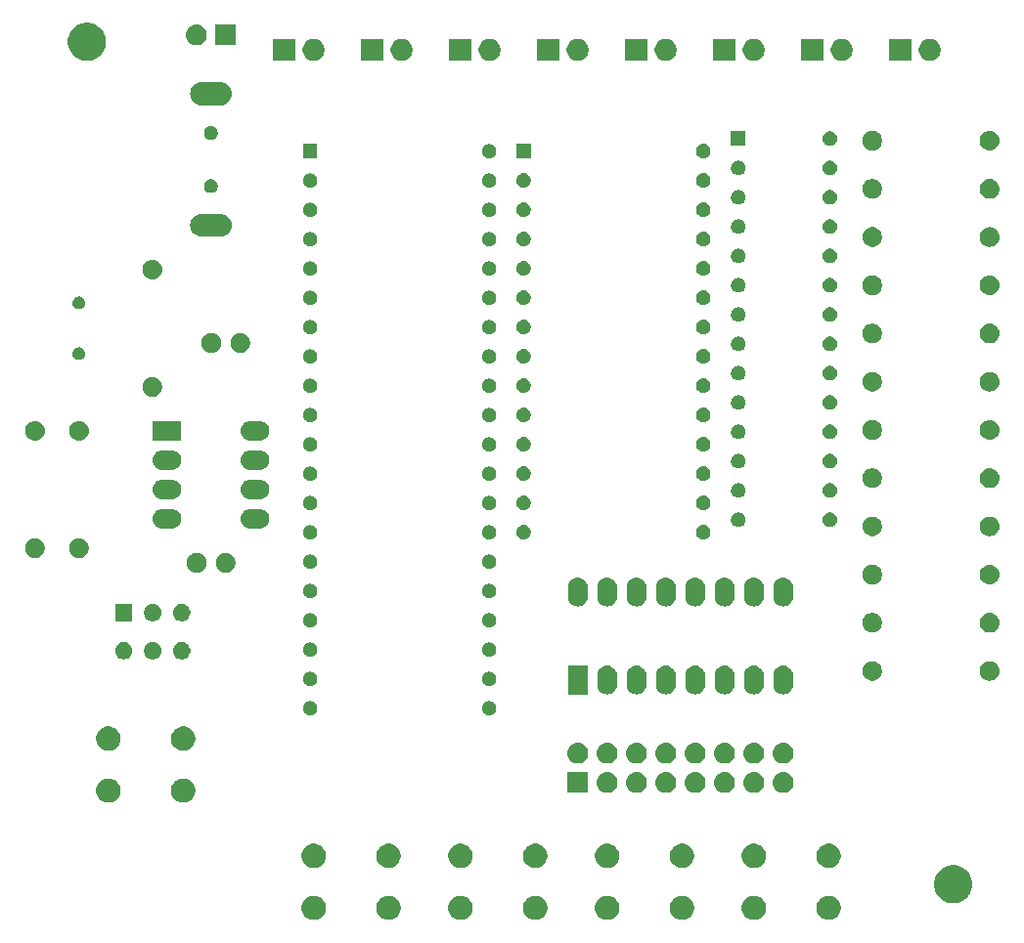
<source format=gbr>
G04 #@! TF.GenerationSoftware,KiCad,Pcbnew,(5.1.0-0)*
G04 #@! TF.CreationDate,2020-02-04T17:27:52+00:00*
G04 #@! TF.ProjectId,z80,7a38302e-6b69-4636-9164-5f7063625858,rev?*
G04 #@! TF.SameCoordinates,Original*
G04 #@! TF.FileFunction,Soldermask,Bot*
G04 #@! TF.FilePolarity,Negative*
%FSLAX46Y46*%
G04 Gerber Fmt 4.6, Leading zero omitted, Abs format (unit mm)*
G04 Created by KiCad (PCBNEW (5.1.0-0)) date 2020-02-04 17:27:52*
%MOMM*%
%LPD*%
G04 APERTURE LIST*
%ADD10C,0.100000*%
G04 APERTURE END LIST*
D10*
G36*
X179526564Y-133029389D02*
G01*
X179717833Y-133108615D01*
X179717835Y-133108616D01*
X179889973Y-133223635D01*
X180036365Y-133370027D01*
X180151385Y-133542167D01*
X180230611Y-133733436D01*
X180271000Y-133936484D01*
X180271000Y-134143516D01*
X180230611Y-134346564D01*
X180151385Y-134537833D01*
X180151384Y-134537835D01*
X180036365Y-134709973D01*
X179889973Y-134856365D01*
X179717835Y-134971384D01*
X179717834Y-134971385D01*
X179717833Y-134971385D01*
X179526564Y-135050611D01*
X179323516Y-135091000D01*
X179116484Y-135091000D01*
X178913436Y-135050611D01*
X178722167Y-134971385D01*
X178722166Y-134971385D01*
X178722165Y-134971384D01*
X178550027Y-134856365D01*
X178403635Y-134709973D01*
X178288616Y-134537835D01*
X178288615Y-134537833D01*
X178209389Y-134346564D01*
X178169000Y-134143516D01*
X178169000Y-133936484D01*
X178209389Y-133733436D01*
X178288615Y-133542167D01*
X178403635Y-133370027D01*
X178550027Y-133223635D01*
X178722165Y-133108616D01*
X178722167Y-133108615D01*
X178913436Y-133029389D01*
X179116484Y-132989000D01*
X179323516Y-132989000D01*
X179526564Y-133029389D01*
X179526564Y-133029389D01*
G37*
G36*
X173026564Y-133029389D02*
G01*
X173217833Y-133108615D01*
X173217835Y-133108616D01*
X173389973Y-133223635D01*
X173536365Y-133370027D01*
X173651385Y-133542167D01*
X173730611Y-133733436D01*
X173771000Y-133936484D01*
X173771000Y-134143516D01*
X173730611Y-134346564D01*
X173651385Y-134537833D01*
X173651384Y-134537835D01*
X173536365Y-134709973D01*
X173389973Y-134856365D01*
X173217835Y-134971384D01*
X173217834Y-134971385D01*
X173217833Y-134971385D01*
X173026564Y-135050611D01*
X172823516Y-135091000D01*
X172616484Y-135091000D01*
X172413436Y-135050611D01*
X172222167Y-134971385D01*
X172222166Y-134971385D01*
X172222165Y-134971384D01*
X172050027Y-134856365D01*
X171903635Y-134709973D01*
X171788616Y-134537835D01*
X171788615Y-134537833D01*
X171709389Y-134346564D01*
X171669000Y-134143516D01*
X171669000Y-133936484D01*
X171709389Y-133733436D01*
X171788615Y-133542167D01*
X171903635Y-133370027D01*
X172050027Y-133223635D01*
X172222165Y-133108616D01*
X172222167Y-133108615D01*
X172413436Y-133029389D01*
X172616484Y-132989000D01*
X172823516Y-132989000D01*
X173026564Y-133029389D01*
X173026564Y-133029389D01*
G37*
G36*
X166826564Y-133029389D02*
G01*
X167017833Y-133108615D01*
X167017835Y-133108616D01*
X167189973Y-133223635D01*
X167336365Y-133370027D01*
X167451385Y-133542167D01*
X167530611Y-133733436D01*
X167571000Y-133936484D01*
X167571000Y-134143516D01*
X167530611Y-134346564D01*
X167451385Y-134537833D01*
X167451384Y-134537835D01*
X167336365Y-134709973D01*
X167189973Y-134856365D01*
X167017835Y-134971384D01*
X167017834Y-134971385D01*
X167017833Y-134971385D01*
X166826564Y-135050611D01*
X166623516Y-135091000D01*
X166416484Y-135091000D01*
X166213436Y-135050611D01*
X166022167Y-134971385D01*
X166022166Y-134971385D01*
X166022165Y-134971384D01*
X165850027Y-134856365D01*
X165703635Y-134709973D01*
X165588616Y-134537835D01*
X165588615Y-134537833D01*
X165509389Y-134346564D01*
X165469000Y-134143516D01*
X165469000Y-133936484D01*
X165509389Y-133733436D01*
X165588615Y-133542167D01*
X165703635Y-133370027D01*
X165850027Y-133223635D01*
X166022165Y-133108616D01*
X166022167Y-133108615D01*
X166213436Y-133029389D01*
X166416484Y-132989000D01*
X166623516Y-132989000D01*
X166826564Y-133029389D01*
X166826564Y-133029389D01*
G37*
G36*
X160326564Y-133029389D02*
G01*
X160517833Y-133108615D01*
X160517835Y-133108616D01*
X160689973Y-133223635D01*
X160836365Y-133370027D01*
X160951385Y-133542167D01*
X161030611Y-133733436D01*
X161071000Y-133936484D01*
X161071000Y-134143516D01*
X161030611Y-134346564D01*
X160951385Y-134537833D01*
X160951384Y-134537835D01*
X160836365Y-134709973D01*
X160689973Y-134856365D01*
X160517835Y-134971384D01*
X160517834Y-134971385D01*
X160517833Y-134971385D01*
X160326564Y-135050611D01*
X160123516Y-135091000D01*
X159916484Y-135091000D01*
X159713436Y-135050611D01*
X159522167Y-134971385D01*
X159522166Y-134971385D01*
X159522165Y-134971384D01*
X159350027Y-134856365D01*
X159203635Y-134709973D01*
X159088616Y-134537835D01*
X159088615Y-134537833D01*
X159009389Y-134346564D01*
X158969000Y-134143516D01*
X158969000Y-133936484D01*
X159009389Y-133733436D01*
X159088615Y-133542167D01*
X159203635Y-133370027D01*
X159350027Y-133223635D01*
X159522165Y-133108616D01*
X159522167Y-133108615D01*
X159713436Y-133029389D01*
X159916484Y-132989000D01*
X160123516Y-132989000D01*
X160326564Y-133029389D01*
X160326564Y-133029389D01*
G37*
G36*
X154126564Y-133029389D02*
G01*
X154317833Y-133108615D01*
X154317835Y-133108616D01*
X154489973Y-133223635D01*
X154636365Y-133370027D01*
X154751385Y-133542167D01*
X154830611Y-133733436D01*
X154871000Y-133936484D01*
X154871000Y-134143516D01*
X154830611Y-134346564D01*
X154751385Y-134537833D01*
X154751384Y-134537835D01*
X154636365Y-134709973D01*
X154489973Y-134856365D01*
X154317835Y-134971384D01*
X154317834Y-134971385D01*
X154317833Y-134971385D01*
X154126564Y-135050611D01*
X153923516Y-135091000D01*
X153716484Y-135091000D01*
X153513436Y-135050611D01*
X153322167Y-134971385D01*
X153322166Y-134971385D01*
X153322165Y-134971384D01*
X153150027Y-134856365D01*
X153003635Y-134709973D01*
X152888616Y-134537835D01*
X152888615Y-134537833D01*
X152809389Y-134346564D01*
X152769000Y-134143516D01*
X152769000Y-133936484D01*
X152809389Y-133733436D01*
X152888615Y-133542167D01*
X153003635Y-133370027D01*
X153150027Y-133223635D01*
X153322165Y-133108616D01*
X153322167Y-133108615D01*
X153513436Y-133029389D01*
X153716484Y-132989000D01*
X153923516Y-132989000D01*
X154126564Y-133029389D01*
X154126564Y-133029389D01*
G37*
G36*
X147626564Y-133029389D02*
G01*
X147817833Y-133108615D01*
X147817835Y-133108616D01*
X147989973Y-133223635D01*
X148136365Y-133370027D01*
X148251385Y-133542167D01*
X148330611Y-133733436D01*
X148371000Y-133936484D01*
X148371000Y-134143516D01*
X148330611Y-134346564D01*
X148251385Y-134537833D01*
X148251384Y-134537835D01*
X148136365Y-134709973D01*
X147989973Y-134856365D01*
X147817835Y-134971384D01*
X147817834Y-134971385D01*
X147817833Y-134971385D01*
X147626564Y-135050611D01*
X147423516Y-135091000D01*
X147216484Y-135091000D01*
X147013436Y-135050611D01*
X146822167Y-134971385D01*
X146822166Y-134971385D01*
X146822165Y-134971384D01*
X146650027Y-134856365D01*
X146503635Y-134709973D01*
X146388616Y-134537835D01*
X146388615Y-134537833D01*
X146309389Y-134346564D01*
X146269000Y-134143516D01*
X146269000Y-133936484D01*
X146309389Y-133733436D01*
X146388615Y-133542167D01*
X146503635Y-133370027D01*
X146650027Y-133223635D01*
X146822165Y-133108616D01*
X146822167Y-133108615D01*
X147013436Y-133029389D01*
X147216484Y-132989000D01*
X147423516Y-132989000D01*
X147626564Y-133029389D01*
X147626564Y-133029389D01*
G37*
G36*
X141426564Y-133029389D02*
G01*
X141617833Y-133108615D01*
X141617835Y-133108616D01*
X141789973Y-133223635D01*
X141936365Y-133370027D01*
X142051385Y-133542167D01*
X142130611Y-133733436D01*
X142171000Y-133936484D01*
X142171000Y-134143516D01*
X142130611Y-134346564D01*
X142051385Y-134537833D01*
X142051384Y-134537835D01*
X141936365Y-134709973D01*
X141789973Y-134856365D01*
X141617835Y-134971384D01*
X141617834Y-134971385D01*
X141617833Y-134971385D01*
X141426564Y-135050611D01*
X141223516Y-135091000D01*
X141016484Y-135091000D01*
X140813436Y-135050611D01*
X140622167Y-134971385D01*
X140622166Y-134971385D01*
X140622165Y-134971384D01*
X140450027Y-134856365D01*
X140303635Y-134709973D01*
X140188616Y-134537835D01*
X140188615Y-134537833D01*
X140109389Y-134346564D01*
X140069000Y-134143516D01*
X140069000Y-133936484D01*
X140109389Y-133733436D01*
X140188615Y-133542167D01*
X140303635Y-133370027D01*
X140450027Y-133223635D01*
X140622165Y-133108616D01*
X140622167Y-133108615D01*
X140813436Y-133029389D01*
X141016484Y-132989000D01*
X141223516Y-132989000D01*
X141426564Y-133029389D01*
X141426564Y-133029389D01*
G37*
G36*
X134926564Y-133029389D02*
G01*
X135117833Y-133108615D01*
X135117835Y-133108616D01*
X135289973Y-133223635D01*
X135436365Y-133370027D01*
X135551385Y-133542167D01*
X135630611Y-133733436D01*
X135671000Y-133936484D01*
X135671000Y-134143516D01*
X135630611Y-134346564D01*
X135551385Y-134537833D01*
X135551384Y-134537835D01*
X135436365Y-134709973D01*
X135289973Y-134856365D01*
X135117835Y-134971384D01*
X135117834Y-134971385D01*
X135117833Y-134971385D01*
X134926564Y-135050611D01*
X134723516Y-135091000D01*
X134516484Y-135091000D01*
X134313436Y-135050611D01*
X134122167Y-134971385D01*
X134122166Y-134971385D01*
X134122165Y-134971384D01*
X133950027Y-134856365D01*
X133803635Y-134709973D01*
X133688616Y-134537835D01*
X133688615Y-134537833D01*
X133609389Y-134346564D01*
X133569000Y-134143516D01*
X133569000Y-133936484D01*
X133609389Y-133733436D01*
X133688615Y-133542167D01*
X133803635Y-133370027D01*
X133950027Y-133223635D01*
X134122165Y-133108616D01*
X134122167Y-133108615D01*
X134313436Y-133029389D01*
X134516484Y-132989000D01*
X134723516Y-132989000D01*
X134926564Y-133029389D01*
X134926564Y-133029389D01*
G37*
G36*
X190375256Y-130391298D02*
G01*
X190481579Y-130412447D01*
X190782042Y-130536903D01*
X191052451Y-130717585D01*
X191282415Y-130947549D01*
X191463097Y-131217958D01*
X191587553Y-131518421D01*
X191651000Y-131837391D01*
X191651000Y-132162609D01*
X191587553Y-132481579D01*
X191463097Y-132782042D01*
X191282415Y-133052451D01*
X191052451Y-133282415D01*
X190782042Y-133463097D01*
X190481579Y-133587553D01*
X190375256Y-133608702D01*
X190162611Y-133651000D01*
X189837389Y-133651000D01*
X189624744Y-133608702D01*
X189518421Y-133587553D01*
X189217958Y-133463097D01*
X188947549Y-133282415D01*
X188717585Y-133052451D01*
X188536903Y-132782042D01*
X188412447Y-132481579D01*
X188349000Y-132162609D01*
X188349000Y-131837391D01*
X188412447Y-131518421D01*
X188536903Y-131217958D01*
X188717585Y-130947549D01*
X188947549Y-130717585D01*
X189217958Y-130536903D01*
X189518421Y-130412447D01*
X189624744Y-130391298D01*
X189837389Y-130349000D01*
X190162611Y-130349000D01*
X190375256Y-130391298D01*
X190375256Y-130391298D01*
G37*
G36*
X166826564Y-128529389D02*
G01*
X167017833Y-128608615D01*
X167017835Y-128608616D01*
X167189973Y-128723635D01*
X167336365Y-128870027D01*
X167451385Y-129042167D01*
X167530611Y-129233436D01*
X167571000Y-129436484D01*
X167571000Y-129643516D01*
X167530611Y-129846564D01*
X167451385Y-130037833D01*
X167451384Y-130037835D01*
X167336365Y-130209973D01*
X167189973Y-130356365D01*
X167017835Y-130471384D01*
X167017834Y-130471385D01*
X167017833Y-130471385D01*
X166826564Y-130550611D01*
X166623516Y-130591000D01*
X166416484Y-130591000D01*
X166213436Y-130550611D01*
X166022167Y-130471385D01*
X166022166Y-130471385D01*
X166022165Y-130471384D01*
X165850027Y-130356365D01*
X165703635Y-130209973D01*
X165588616Y-130037835D01*
X165588615Y-130037833D01*
X165509389Y-129846564D01*
X165469000Y-129643516D01*
X165469000Y-129436484D01*
X165509389Y-129233436D01*
X165588615Y-129042167D01*
X165703635Y-128870027D01*
X165850027Y-128723635D01*
X166022165Y-128608616D01*
X166022167Y-128608615D01*
X166213436Y-128529389D01*
X166416484Y-128489000D01*
X166623516Y-128489000D01*
X166826564Y-128529389D01*
X166826564Y-128529389D01*
G37*
G36*
X141426564Y-128529389D02*
G01*
X141617833Y-128608615D01*
X141617835Y-128608616D01*
X141789973Y-128723635D01*
X141936365Y-128870027D01*
X142051385Y-129042167D01*
X142130611Y-129233436D01*
X142171000Y-129436484D01*
X142171000Y-129643516D01*
X142130611Y-129846564D01*
X142051385Y-130037833D01*
X142051384Y-130037835D01*
X141936365Y-130209973D01*
X141789973Y-130356365D01*
X141617835Y-130471384D01*
X141617834Y-130471385D01*
X141617833Y-130471385D01*
X141426564Y-130550611D01*
X141223516Y-130591000D01*
X141016484Y-130591000D01*
X140813436Y-130550611D01*
X140622167Y-130471385D01*
X140622166Y-130471385D01*
X140622165Y-130471384D01*
X140450027Y-130356365D01*
X140303635Y-130209973D01*
X140188616Y-130037835D01*
X140188615Y-130037833D01*
X140109389Y-129846564D01*
X140069000Y-129643516D01*
X140069000Y-129436484D01*
X140109389Y-129233436D01*
X140188615Y-129042167D01*
X140303635Y-128870027D01*
X140450027Y-128723635D01*
X140622165Y-128608616D01*
X140622167Y-128608615D01*
X140813436Y-128529389D01*
X141016484Y-128489000D01*
X141223516Y-128489000D01*
X141426564Y-128529389D01*
X141426564Y-128529389D01*
G37*
G36*
X160326564Y-128529389D02*
G01*
X160517833Y-128608615D01*
X160517835Y-128608616D01*
X160689973Y-128723635D01*
X160836365Y-128870027D01*
X160951385Y-129042167D01*
X161030611Y-129233436D01*
X161071000Y-129436484D01*
X161071000Y-129643516D01*
X161030611Y-129846564D01*
X160951385Y-130037833D01*
X160951384Y-130037835D01*
X160836365Y-130209973D01*
X160689973Y-130356365D01*
X160517835Y-130471384D01*
X160517834Y-130471385D01*
X160517833Y-130471385D01*
X160326564Y-130550611D01*
X160123516Y-130591000D01*
X159916484Y-130591000D01*
X159713436Y-130550611D01*
X159522167Y-130471385D01*
X159522166Y-130471385D01*
X159522165Y-130471384D01*
X159350027Y-130356365D01*
X159203635Y-130209973D01*
X159088616Y-130037835D01*
X159088615Y-130037833D01*
X159009389Y-129846564D01*
X158969000Y-129643516D01*
X158969000Y-129436484D01*
X159009389Y-129233436D01*
X159088615Y-129042167D01*
X159203635Y-128870027D01*
X159350027Y-128723635D01*
X159522165Y-128608616D01*
X159522167Y-128608615D01*
X159713436Y-128529389D01*
X159916484Y-128489000D01*
X160123516Y-128489000D01*
X160326564Y-128529389D01*
X160326564Y-128529389D01*
G37*
G36*
X147626564Y-128529389D02*
G01*
X147817833Y-128608615D01*
X147817835Y-128608616D01*
X147989973Y-128723635D01*
X148136365Y-128870027D01*
X148251385Y-129042167D01*
X148330611Y-129233436D01*
X148371000Y-129436484D01*
X148371000Y-129643516D01*
X148330611Y-129846564D01*
X148251385Y-130037833D01*
X148251384Y-130037835D01*
X148136365Y-130209973D01*
X147989973Y-130356365D01*
X147817835Y-130471384D01*
X147817834Y-130471385D01*
X147817833Y-130471385D01*
X147626564Y-130550611D01*
X147423516Y-130591000D01*
X147216484Y-130591000D01*
X147013436Y-130550611D01*
X146822167Y-130471385D01*
X146822166Y-130471385D01*
X146822165Y-130471384D01*
X146650027Y-130356365D01*
X146503635Y-130209973D01*
X146388616Y-130037835D01*
X146388615Y-130037833D01*
X146309389Y-129846564D01*
X146269000Y-129643516D01*
X146269000Y-129436484D01*
X146309389Y-129233436D01*
X146388615Y-129042167D01*
X146503635Y-128870027D01*
X146650027Y-128723635D01*
X146822165Y-128608616D01*
X146822167Y-128608615D01*
X147013436Y-128529389D01*
X147216484Y-128489000D01*
X147423516Y-128489000D01*
X147626564Y-128529389D01*
X147626564Y-128529389D01*
G37*
G36*
X154126564Y-128529389D02*
G01*
X154317833Y-128608615D01*
X154317835Y-128608616D01*
X154489973Y-128723635D01*
X154636365Y-128870027D01*
X154751385Y-129042167D01*
X154830611Y-129233436D01*
X154871000Y-129436484D01*
X154871000Y-129643516D01*
X154830611Y-129846564D01*
X154751385Y-130037833D01*
X154751384Y-130037835D01*
X154636365Y-130209973D01*
X154489973Y-130356365D01*
X154317835Y-130471384D01*
X154317834Y-130471385D01*
X154317833Y-130471385D01*
X154126564Y-130550611D01*
X153923516Y-130591000D01*
X153716484Y-130591000D01*
X153513436Y-130550611D01*
X153322167Y-130471385D01*
X153322166Y-130471385D01*
X153322165Y-130471384D01*
X153150027Y-130356365D01*
X153003635Y-130209973D01*
X152888616Y-130037835D01*
X152888615Y-130037833D01*
X152809389Y-129846564D01*
X152769000Y-129643516D01*
X152769000Y-129436484D01*
X152809389Y-129233436D01*
X152888615Y-129042167D01*
X153003635Y-128870027D01*
X153150027Y-128723635D01*
X153322165Y-128608616D01*
X153322167Y-128608615D01*
X153513436Y-128529389D01*
X153716484Y-128489000D01*
X153923516Y-128489000D01*
X154126564Y-128529389D01*
X154126564Y-128529389D01*
G37*
G36*
X134926564Y-128529389D02*
G01*
X135117833Y-128608615D01*
X135117835Y-128608616D01*
X135289973Y-128723635D01*
X135436365Y-128870027D01*
X135551385Y-129042167D01*
X135630611Y-129233436D01*
X135671000Y-129436484D01*
X135671000Y-129643516D01*
X135630611Y-129846564D01*
X135551385Y-130037833D01*
X135551384Y-130037835D01*
X135436365Y-130209973D01*
X135289973Y-130356365D01*
X135117835Y-130471384D01*
X135117834Y-130471385D01*
X135117833Y-130471385D01*
X134926564Y-130550611D01*
X134723516Y-130591000D01*
X134516484Y-130591000D01*
X134313436Y-130550611D01*
X134122167Y-130471385D01*
X134122166Y-130471385D01*
X134122165Y-130471384D01*
X133950027Y-130356365D01*
X133803635Y-130209973D01*
X133688616Y-130037835D01*
X133688615Y-130037833D01*
X133609389Y-129846564D01*
X133569000Y-129643516D01*
X133569000Y-129436484D01*
X133609389Y-129233436D01*
X133688615Y-129042167D01*
X133803635Y-128870027D01*
X133950027Y-128723635D01*
X134122165Y-128608616D01*
X134122167Y-128608615D01*
X134313436Y-128529389D01*
X134516484Y-128489000D01*
X134723516Y-128489000D01*
X134926564Y-128529389D01*
X134926564Y-128529389D01*
G37*
G36*
X173026564Y-128529389D02*
G01*
X173217833Y-128608615D01*
X173217835Y-128608616D01*
X173389973Y-128723635D01*
X173536365Y-128870027D01*
X173651385Y-129042167D01*
X173730611Y-129233436D01*
X173771000Y-129436484D01*
X173771000Y-129643516D01*
X173730611Y-129846564D01*
X173651385Y-130037833D01*
X173651384Y-130037835D01*
X173536365Y-130209973D01*
X173389973Y-130356365D01*
X173217835Y-130471384D01*
X173217834Y-130471385D01*
X173217833Y-130471385D01*
X173026564Y-130550611D01*
X172823516Y-130591000D01*
X172616484Y-130591000D01*
X172413436Y-130550611D01*
X172222167Y-130471385D01*
X172222166Y-130471385D01*
X172222165Y-130471384D01*
X172050027Y-130356365D01*
X171903635Y-130209973D01*
X171788616Y-130037835D01*
X171788615Y-130037833D01*
X171709389Y-129846564D01*
X171669000Y-129643516D01*
X171669000Y-129436484D01*
X171709389Y-129233436D01*
X171788615Y-129042167D01*
X171903635Y-128870027D01*
X172050027Y-128723635D01*
X172222165Y-128608616D01*
X172222167Y-128608615D01*
X172413436Y-128529389D01*
X172616484Y-128489000D01*
X172823516Y-128489000D01*
X173026564Y-128529389D01*
X173026564Y-128529389D01*
G37*
G36*
X179526564Y-128529389D02*
G01*
X179717833Y-128608615D01*
X179717835Y-128608616D01*
X179889973Y-128723635D01*
X180036365Y-128870027D01*
X180151385Y-129042167D01*
X180230611Y-129233436D01*
X180271000Y-129436484D01*
X180271000Y-129643516D01*
X180230611Y-129846564D01*
X180151385Y-130037833D01*
X180151384Y-130037835D01*
X180036365Y-130209973D01*
X179889973Y-130356365D01*
X179717835Y-130471384D01*
X179717834Y-130471385D01*
X179717833Y-130471385D01*
X179526564Y-130550611D01*
X179323516Y-130591000D01*
X179116484Y-130591000D01*
X178913436Y-130550611D01*
X178722167Y-130471385D01*
X178722166Y-130471385D01*
X178722165Y-130471384D01*
X178550027Y-130356365D01*
X178403635Y-130209973D01*
X178288616Y-130037835D01*
X178288615Y-130037833D01*
X178209389Y-129846564D01*
X178169000Y-129643516D01*
X178169000Y-129436484D01*
X178209389Y-129233436D01*
X178288615Y-129042167D01*
X178403635Y-128870027D01*
X178550027Y-128723635D01*
X178722165Y-128608616D01*
X178722167Y-128608615D01*
X178913436Y-128529389D01*
X179116484Y-128489000D01*
X179323516Y-128489000D01*
X179526564Y-128529389D01*
X179526564Y-128529389D01*
G37*
G36*
X123646564Y-122869389D02*
G01*
X123837833Y-122948615D01*
X123837835Y-122948616D01*
X124009973Y-123063635D01*
X124156365Y-123210027D01*
X124271385Y-123382167D01*
X124350611Y-123573436D01*
X124391000Y-123776484D01*
X124391000Y-123983516D01*
X124350611Y-124186564D01*
X124271385Y-124377833D01*
X124271384Y-124377835D01*
X124156365Y-124549973D01*
X124009973Y-124696365D01*
X123837835Y-124811384D01*
X123837834Y-124811385D01*
X123837833Y-124811385D01*
X123646564Y-124890611D01*
X123443516Y-124931000D01*
X123236484Y-124931000D01*
X123033436Y-124890611D01*
X122842167Y-124811385D01*
X122842166Y-124811385D01*
X122842165Y-124811384D01*
X122670027Y-124696365D01*
X122523635Y-124549973D01*
X122408616Y-124377835D01*
X122408615Y-124377833D01*
X122329389Y-124186564D01*
X122289000Y-123983516D01*
X122289000Y-123776484D01*
X122329389Y-123573436D01*
X122408615Y-123382167D01*
X122523635Y-123210027D01*
X122670027Y-123063635D01*
X122842165Y-122948616D01*
X122842167Y-122948615D01*
X123033436Y-122869389D01*
X123236484Y-122829000D01*
X123443516Y-122829000D01*
X123646564Y-122869389D01*
X123646564Y-122869389D01*
G37*
G36*
X117146564Y-122869389D02*
G01*
X117337833Y-122948615D01*
X117337835Y-122948616D01*
X117509973Y-123063635D01*
X117656365Y-123210027D01*
X117771385Y-123382167D01*
X117850611Y-123573436D01*
X117891000Y-123776484D01*
X117891000Y-123983516D01*
X117850611Y-124186564D01*
X117771385Y-124377833D01*
X117771384Y-124377835D01*
X117656365Y-124549973D01*
X117509973Y-124696365D01*
X117337835Y-124811384D01*
X117337834Y-124811385D01*
X117337833Y-124811385D01*
X117146564Y-124890611D01*
X116943516Y-124931000D01*
X116736484Y-124931000D01*
X116533436Y-124890611D01*
X116342167Y-124811385D01*
X116342166Y-124811385D01*
X116342165Y-124811384D01*
X116170027Y-124696365D01*
X116023635Y-124549973D01*
X115908616Y-124377835D01*
X115908615Y-124377833D01*
X115829389Y-124186564D01*
X115789000Y-123983516D01*
X115789000Y-123776484D01*
X115829389Y-123573436D01*
X115908615Y-123382167D01*
X116023635Y-123210027D01*
X116170027Y-123063635D01*
X116342165Y-122948616D01*
X116342167Y-122948615D01*
X116533436Y-122869389D01*
X116736484Y-122829000D01*
X116943516Y-122829000D01*
X117146564Y-122869389D01*
X117146564Y-122869389D01*
G37*
G36*
X167750443Y-122295519D02*
G01*
X167816627Y-122302037D01*
X167986466Y-122353557D01*
X168142991Y-122437222D01*
X168178729Y-122466552D01*
X168280186Y-122549814D01*
X168363448Y-122651271D01*
X168392778Y-122687009D01*
X168476443Y-122843534D01*
X168527963Y-123013373D01*
X168545359Y-123190000D01*
X168527963Y-123366627D01*
X168476443Y-123536466D01*
X168392778Y-123692991D01*
X168363448Y-123728729D01*
X168280186Y-123830186D01*
X168178729Y-123913448D01*
X168142991Y-123942778D01*
X167986466Y-124026443D01*
X167816627Y-124077963D01*
X167750442Y-124084482D01*
X167684260Y-124091000D01*
X167595740Y-124091000D01*
X167529558Y-124084482D01*
X167463373Y-124077963D01*
X167293534Y-124026443D01*
X167137009Y-123942778D01*
X167101271Y-123913448D01*
X166999814Y-123830186D01*
X166916552Y-123728729D01*
X166887222Y-123692991D01*
X166803557Y-123536466D01*
X166752037Y-123366627D01*
X166734641Y-123190000D01*
X166752037Y-123013373D01*
X166803557Y-122843534D01*
X166887222Y-122687009D01*
X166916552Y-122651271D01*
X166999814Y-122549814D01*
X167101271Y-122466552D01*
X167137009Y-122437222D01*
X167293534Y-122353557D01*
X167463373Y-122302037D01*
X167529557Y-122295519D01*
X167595740Y-122289000D01*
X167684260Y-122289000D01*
X167750443Y-122295519D01*
X167750443Y-122295519D01*
G37*
G36*
X158381000Y-124091000D02*
G01*
X156579000Y-124091000D01*
X156579000Y-122289000D01*
X158381000Y-122289000D01*
X158381000Y-124091000D01*
X158381000Y-124091000D01*
G37*
G36*
X160130443Y-122295519D02*
G01*
X160196627Y-122302037D01*
X160366466Y-122353557D01*
X160522991Y-122437222D01*
X160558729Y-122466552D01*
X160660186Y-122549814D01*
X160743448Y-122651271D01*
X160772778Y-122687009D01*
X160856443Y-122843534D01*
X160907963Y-123013373D01*
X160925359Y-123190000D01*
X160907963Y-123366627D01*
X160856443Y-123536466D01*
X160772778Y-123692991D01*
X160743448Y-123728729D01*
X160660186Y-123830186D01*
X160558729Y-123913448D01*
X160522991Y-123942778D01*
X160366466Y-124026443D01*
X160196627Y-124077963D01*
X160130442Y-124084482D01*
X160064260Y-124091000D01*
X159975740Y-124091000D01*
X159909558Y-124084482D01*
X159843373Y-124077963D01*
X159673534Y-124026443D01*
X159517009Y-123942778D01*
X159481271Y-123913448D01*
X159379814Y-123830186D01*
X159296552Y-123728729D01*
X159267222Y-123692991D01*
X159183557Y-123536466D01*
X159132037Y-123366627D01*
X159114641Y-123190000D01*
X159132037Y-123013373D01*
X159183557Y-122843534D01*
X159267222Y-122687009D01*
X159296552Y-122651271D01*
X159379814Y-122549814D01*
X159481271Y-122466552D01*
X159517009Y-122437222D01*
X159673534Y-122353557D01*
X159843373Y-122302037D01*
X159909557Y-122295519D01*
X159975740Y-122289000D01*
X160064260Y-122289000D01*
X160130443Y-122295519D01*
X160130443Y-122295519D01*
G37*
G36*
X162670443Y-122295519D02*
G01*
X162736627Y-122302037D01*
X162906466Y-122353557D01*
X163062991Y-122437222D01*
X163098729Y-122466552D01*
X163200186Y-122549814D01*
X163283448Y-122651271D01*
X163312778Y-122687009D01*
X163396443Y-122843534D01*
X163447963Y-123013373D01*
X163465359Y-123190000D01*
X163447963Y-123366627D01*
X163396443Y-123536466D01*
X163312778Y-123692991D01*
X163283448Y-123728729D01*
X163200186Y-123830186D01*
X163098729Y-123913448D01*
X163062991Y-123942778D01*
X162906466Y-124026443D01*
X162736627Y-124077963D01*
X162670442Y-124084482D01*
X162604260Y-124091000D01*
X162515740Y-124091000D01*
X162449558Y-124084482D01*
X162383373Y-124077963D01*
X162213534Y-124026443D01*
X162057009Y-123942778D01*
X162021271Y-123913448D01*
X161919814Y-123830186D01*
X161836552Y-123728729D01*
X161807222Y-123692991D01*
X161723557Y-123536466D01*
X161672037Y-123366627D01*
X161654641Y-123190000D01*
X161672037Y-123013373D01*
X161723557Y-122843534D01*
X161807222Y-122687009D01*
X161836552Y-122651271D01*
X161919814Y-122549814D01*
X162021271Y-122466552D01*
X162057009Y-122437222D01*
X162213534Y-122353557D01*
X162383373Y-122302037D01*
X162449557Y-122295519D01*
X162515740Y-122289000D01*
X162604260Y-122289000D01*
X162670443Y-122295519D01*
X162670443Y-122295519D01*
G37*
G36*
X165210443Y-122295519D02*
G01*
X165276627Y-122302037D01*
X165446466Y-122353557D01*
X165602991Y-122437222D01*
X165638729Y-122466552D01*
X165740186Y-122549814D01*
X165823448Y-122651271D01*
X165852778Y-122687009D01*
X165936443Y-122843534D01*
X165987963Y-123013373D01*
X166005359Y-123190000D01*
X165987963Y-123366627D01*
X165936443Y-123536466D01*
X165852778Y-123692991D01*
X165823448Y-123728729D01*
X165740186Y-123830186D01*
X165638729Y-123913448D01*
X165602991Y-123942778D01*
X165446466Y-124026443D01*
X165276627Y-124077963D01*
X165210442Y-124084482D01*
X165144260Y-124091000D01*
X165055740Y-124091000D01*
X164989558Y-124084482D01*
X164923373Y-124077963D01*
X164753534Y-124026443D01*
X164597009Y-123942778D01*
X164561271Y-123913448D01*
X164459814Y-123830186D01*
X164376552Y-123728729D01*
X164347222Y-123692991D01*
X164263557Y-123536466D01*
X164212037Y-123366627D01*
X164194641Y-123190000D01*
X164212037Y-123013373D01*
X164263557Y-122843534D01*
X164347222Y-122687009D01*
X164376552Y-122651271D01*
X164459814Y-122549814D01*
X164561271Y-122466552D01*
X164597009Y-122437222D01*
X164753534Y-122353557D01*
X164923373Y-122302037D01*
X164989557Y-122295519D01*
X165055740Y-122289000D01*
X165144260Y-122289000D01*
X165210443Y-122295519D01*
X165210443Y-122295519D01*
G37*
G36*
X170290443Y-122295519D02*
G01*
X170356627Y-122302037D01*
X170526466Y-122353557D01*
X170682991Y-122437222D01*
X170718729Y-122466552D01*
X170820186Y-122549814D01*
X170903448Y-122651271D01*
X170932778Y-122687009D01*
X171016443Y-122843534D01*
X171067963Y-123013373D01*
X171085359Y-123190000D01*
X171067963Y-123366627D01*
X171016443Y-123536466D01*
X170932778Y-123692991D01*
X170903448Y-123728729D01*
X170820186Y-123830186D01*
X170718729Y-123913448D01*
X170682991Y-123942778D01*
X170526466Y-124026443D01*
X170356627Y-124077963D01*
X170290442Y-124084482D01*
X170224260Y-124091000D01*
X170135740Y-124091000D01*
X170069558Y-124084482D01*
X170003373Y-124077963D01*
X169833534Y-124026443D01*
X169677009Y-123942778D01*
X169641271Y-123913448D01*
X169539814Y-123830186D01*
X169456552Y-123728729D01*
X169427222Y-123692991D01*
X169343557Y-123536466D01*
X169292037Y-123366627D01*
X169274641Y-123190000D01*
X169292037Y-123013373D01*
X169343557Y-122843534D01*
X169427222Y-122687009D01*
X169456552Y-122651271D01*
X169539814Y-122549814D01*
X169641271Y-122466552D01*
X169677009Y-122437222D01*
X169833534Y-122353557D01*
X170003373Y-122302037D01*
X170069557Y-122295519D01*
X170135740Y-122289000D01*
X170224260Y-122289000D01*
X170290443Y-122295519D01*
X170290443Y-122295519D01*
G37*
G36*
X175370443Y-122295519D02*
G01*
X175436627Y-122302037D01*
X175606466Y-122353557D01*
X175762991Y-122437222D01*
X175798729Y-122466552D01*
X175900186Y-122549814D01*
X175983448Y-122651271D01*
X176012778Y-122687009D01*
X176096443Y-122843534D01*
X176147963Y-123013373D01*
X176165359Y-123190000D01*
X176147963Y-123366627D01*
X176096443Y-123536466D01*
X176012778Y-123692991D01*
X175983448Y-123728729D01*
X175900186Y-123830186D01*
X175798729Y-123913448D01*
X175762991Y-123942778D01*
X175606466Y-124026443D01*
X175436627Y-124077963D01*
X175370442Y-124084482D01*
X175304260Y-124091000D01*
X175215740Y-124091000D01*
X175149558Y-124084482D01*
X175083373Y-124077963D01*
X174913534Y-124026443D01*
X174757009Y-123942778D01*
X174721271Y-123913448D01*
X174619814Y-123830186D01*
X174536552Y-123728729D01*
X174507222Y-123692991D01*
X174423557Y-123536466D01*
X174372037Y-123366627D01*
X174354641Y-123190000D01*
X174372037Y-123013373D01*
X174423557Y-122843534D01*
X174507222Y-122687009D01*
X174536552Y-122651271D01*
X174619814Y-122549814D01*
X174721271Y-122466552D01*
X174757009Y-122437222D01*
X174913534Y-122353557D01*
X175083373Y-122302037D01*
X175149557Y-122295519D01*
X175215740Y-122289000D01*
X175304260Y-122289000D01*
X175370443Y-122295519D01*
X175370443Y-122295519D01*
G37*
G36*
X172830443Y-122295519D02*
G01*
X172896627Y-122302037D01*
X173066466Y-122353557D01*
X173222991Y-122437222D01*
X173258729Y-122466552D01*
X173360186Y-122549814D01*
X173443448Y-122651271D01*
X173472778Y-122687009D01*
X173556443Y-122843534D01*
X173607963Y-123013373D01*
X173625359Y-123190000D01*
X173607963Y-123366627D01*
X173556443Y-123536466D01*
X173472778Y-123692991D01*
X173443448Y-123728729D01*
X173360186Y-123830186D01*
X173258729Y-123913448D01*
X173222991Y-123942778D01*
X173066466Y-124026443D01*
X172896627Y-124077963D01*
X172830442Y-124084482D01*
X172764260Y-124091000D01*
X172675740Y-124091000D01*
X172609558Y-124084482D01*
X172543373Y-124077963D01*
X172373534Y-124026443D01*
X172217009Y-123942778D01*
X172181271Y-123913448D01*
X172079814Y-123830186D01*
X171996552Y-123728729D01*
X171967222Y-123692991D01*
X171883557Y-123536466D01*
X171832037Y-123366627D01*
X171814641Y-123190000D01*
X171832037Y-123013373D01*
X171883557Y-122843534D01*
X171967222Y-122687009D01*
X171996552Y-122651271D01*
X172079814Y-122549814D01*
X172181271Y-122466552D01*
X172217009Y-122437222D01*
X172373534Y-122353557D01*
X172543373Y-122302037D01*
X172609557Y-122295519D01*
X172675740Y-122289000D01*
X172764260Y-122289000D01*
X172830443Y-122295519D01*
X172830443Y-122295519D01*
G37*
G36*
X170290442Y-119755518D02*
G01*
X170356627Y-119762037D01*
X170526466Y-119813557D01*
X170682991Y-119897222D01*
X170718729Y-119926552D01*
X170820186Y-120009814D01*
X170903448Y-120111271D01*
X170932778Y-120147009D01*
X171016443Y-120303534D01*
X171067963Y-120473373D01*
X171085359Y-120650000D01*
X171067963Y-120826627D01*
X171016443Y-120996466D01*
X170932778Y-121152991D01*
X170903448Y-121188729D01*
X170820186Y-121290186D01*
X170718729Y-121373448D01*
X170682991Y-121402778D01*
X170526466Y-121486443D01*
X170356627Y-121537963D01*
X170290443Y-121544481D01*
X170224260Y-121551000D01*
X170135740Y-121551000D01*
X170069557Y-121544481D01*
X170003373Y-121537963D01*
X169833534Y-121486443D01*
X169677009Y-121402778D01*
X169641271Y-121373448D01*
X169539814Y-121290186D01*
X169456552Y-121188729D01*
X169427222Y-121152991D01*
X169343557Y-120996466D01*
X169292037Y-120826627D01*
X169274641Y-120650000D01*
X169292037Y-120473373D01*
X169343557Y-120303534D01*
X169427222Y-120147009D01*
X169456552Y-120111271D01*
X169539814Y-120009814D01*
X169641271Y-119926552D01*
X169677009Y-119897222D01*
X169833534Y-119813557D01*
X170003373Y-119762037D01*
X170069558Y-119755518D01*
X170135740Y-119749000D01*
X170224260Y-119749000D01*
X170290442Y-119755518D01*
X170290442Y-119755518D01*
G37*
G36*
X172830442Y-119755518D02*
G01*
X172896627Y-119762037D01*
X173066466Y-119813557D01*
X173222991Y-119897222D01*
X173258729Y-119926552D01*
X173360186Y-120009814D01*
X173443448Y-120111271D01*
X173472778Y-120147009D01*
X173556443Y-120303534D01*
X173607963Y-120473373D01*
X173625359Y-120650000D01*
X173607963Y-120826627D01*
X173556443Y-120996466D01*
X173472778Y-121152991D01*
X173443448Y-121188729D01*
X173360186Y-121290186D01*
X173258729Y-121373448D01*
X173222991Y-121402778D01*
X173066466Y-121486443D01*
X172896627Y-121537963D01*
X172830443Y-121544481D01*
X172764260Y-121551000D01*
X172675740Y-121551000D01*
X172609557Y-121544481D01*
X172543373Y-121537963D01*
X172373534Y-121486443D01*
X172217009Y-121402778D01*
X172181271Y-121373448D01*
X172079814Y-121290186D01*
X171996552Y-121188729D01*
X171967222Y-121152991D01*
X171883557Y-120996466D01*
X171832037Y-120826627D01*
X171814641Y-120650000D01*
X171832037Y-120473373D01*
X171883557Y-120303534D01*
X171967222Y-120147009D01*
X171996552Y-120111271D01*
X172079814Y-120009814D01*
X172181271Y-119926552D01*
X172217009Y-119897222D01*
X172373534Y-119813557D01*
X172543373Y-119762037D01*
X172609558Y-119755518D01*
X172675740Y-119749000D01*
X172764260Y-119749000D01*
X172830442Y-119755518D01*
X172830442Y-119755518D01*
G37*
G36*
X175370442Y-119755518D02*
G01*
X175436627Y-119762037D01*
X175606466Y-119813557D01*
X175762991Y-119897222D01*
X175798729Y-119926552D01*
X175900186Y-120009814D01*
X175983448Y-120111271D01*
X176012778Y-120147009D01*
X176096443Y-120303534D01*
X176147963Y-120473373D01*
X176165359Y-120650000D01*
X176147963Y-120826627D01*
X176096443Y-120996466D01*
X176012778Y-121152991D01*
X175983448Y-121188729D01*
X175900186Y-121290186D01*
X175798729Y-121373448D01*
X175762991Y-121402778D01*
X175606466Y-121486443D01*
X175436627Y-121537963D01*
X175370443Y-121544481D01*
X175304260Y-121551000D01*
X175215740Y-121551000D01*
X175149557Y-121544481D01*
X175083373Y-121537963D01*
X174913534Y-121486443D01*
X174757009Y-121402778D01*
X174721271Y-121373448D01*
X174619814Y-121290186D01*
X174536552Y-121188729D01*
X174507222Y-121152991D01*
X174423557Y-120996466D01*
X174372037Y-120826627D01*
X174354641Y-120650000D01*
X174372037Y-120473373D01*
X174423557Y-120303534D01*
X174507222Y-120147009D01*
X174536552Y-120111271D01*
X174619814Y-120009814D01*
X174721271Y-119926552D01*
X174757009Y-119897222D01*
X174913534Y-119813557D01*
X175083373Y-119762037D01*
X175149558Y-119755518D01*
X175215740Y-119749000D01*
X175304260Y-119749000D01*
X175370442Y-119755518D01*
X175370442Y-119755518D01*
G37*
G36*
X167750442Y-119755518D02*
G01*
X167816627Y-119762037D01*
X167986466Y-119813557D01*
X168142991Y-119897222D01*
X168178729Y-119926552D01*
X168280186Y-120009814D01*
X168363448Y-120111271D01*
X168392778Y-120147009D01*
X168476443Y-120303534D01*
X168527963Y-120473373D01*
X168545359Y-120650000D01*
X168527963Y-120826627D01*
X168476443Y-120996466D01*
X168392778Y-121152991D01*
X168363448Y-121188729D01*
X168280186Y-121290186D01*
X168178729Y-121373448D01*
X168142991Y-121402778D01*
X167986466Y-121486443D01*
X167816627Y-121537963D01*
X167750443Y-121544481D01*
X167684260Y-121551000D01*
X167595740Y-121551000D01*
X167529557Y-121544481D01*
X167463373Y-121537963D01*
X167293534Y-121486443D01*
X167137009Y-121402778D01*
X167101271Y-121373448D01*
X166999814Y-121290186D01*
X166916552Y-121188729D01*
X166887222Y-121152991D01*
X166803557Y-120996466D01*
X166752037Y-120826627D01*
X166734641Y-120650000D01*
X166752037Y-120473373D01*
X166803557Y-120303534D01*
X166887222Y-120147009D01*
X166916552Y-120111271D01*
X166999814Y-120009814D01*
X167101271Y-119926552D01*
X167137009Y-119897222D01*
X167293534Y-119813557D01*
X167463373Y-119762037D01*
X167529558Y-119755518D01*
X167595740Y-119749000D01*
X167684260Y-119749000D01*
X167750442Y-119755518D01*
X167750442Y-119755518D01*
G37*
G36*
X165210442Y-119755518D02*
G01*
X165276627Y-119762037D01*
X165446466Y-119813557D01*
X165602991Y-119897222D01*
X165638729Y-119926552D01*
X165740186Y-120009814D01*
X165823448Y-120111271D01*
X165852778Y-120147009D01*
X165936443Y-120303534D01*
X165987963Y-120473373D01*
X166005359Y-120650000D01*
X165987963Y-120826627D01*
X165936443Y-120996466D01*
X165852778Y-121152991D01*
X165823448Y-121188729D01*
X165740186Y-121290186D01*
X165638729Y-121373448D01*
X165602991Y-121402778D01*
X165446466Y-121486443D01*
X165276627Y-121537963D01*
X165210443Y-121544481D01*
X165144260Y-121551000D01*
X165055740Y-121551000D01*
X164989557Y-121544481D01*
X164923373Y-121537963D01*
X164753534Y-121486443D01*
X164597009Y-121402778D01*
X164561271Y-121373448D01*
X164459814Y-121290186D01*
X164376552Y-121188729D01*
X164347222Y-121152991D01*
X164263557Y-120996466D01*
X164212037Y-120826627D01*
X164194641Y-120650000D01*
X164212037Y-120473373D01*
X164263557Y-120303534D01*
X164347222Y-120147009D01*
X164376552Y-120111271D01*
X164459814Y-120009814D01*
X164561271Y-119926552D01*
X164597009Y-119897222D01*
X164753534Y-119813557D01*
X164923373Y-119762037D01*
X164989558Y-119755518D01*
X165055740Y-119749000D01*
X165144260Y-119749000D01*
X165210442Y-119755518D01*
X165210442Y-119755518D01*
G37*
G36*
X162670442Y-119755518D02*
G01*
X162736627Y-119762037D01*
X162906466Y-119813557D01*
X163062991Y-119897222D01*
X163098729Y-119926552D01*
X163200186Y-120009814D01*
X163283448Y-120111271D01*
X163312778Y-120147009D01*
X163396443Y-120303534D01*
X163447963Y-120473373D01*
X163465359Y-120650000D01*
X163447963Y-120826627D01*
X163396443Y-120996466D01*
X163312778Y-121152991D01*
X163283448Y-121188729D01*
X163200186Y-121290186D01*
X163098729Y-121373448D01*
X163062991Y-121402778D01*
X162906466Y-121486443D01*
X162736627Y-121537963D01*
X162670443Y-121544481D01*
X162604260Y-121551000D01*
X162515740Y-121551000D01*
X162449557Y-121544481D01*
X162383373Y-121537963D01*
X162213534Y-121486443D01*
X162057009Y-121402778D01*
X162021271Y-121373448D01*
X161919814Y-121290186D01*
X161836552Y-121188729D01*
X161807222Y-121152991D01*
X161723557Y-120996466D01*
X161672037Y-120826627D01*
X161654641Y-120650000D01*
X161672037Y-120473373D01*
X161723557Y-120303534D01*
X161807222Y-120147009D01*
X161836552Y-120111271D01*
X161919814Y-120009814D01*
X162021271Y-119926552D01*
X162057009Y-119897222D01*
X162213534Y-119813557D01*
X162383373Y-119762037D01*
X162449558Y-119755518D01*
X162515740Y-119749000D01*
X162604260Y-119749000D01*
X162670442Y-119755518D01*
X162670442Y-119755518D01*
G37*
G36*
X160130442Y-119755518D02*
G01*
X160196627Y-119762037D01*
X160366466Y-119813557D01*
X160522991Y-119897222D01*
X160558729Y-119926552D01*
X160660186Y-120009814D01*
X160743448Y-120111271D01*
X160772778Y-120147009D01*
X160856443Y-120303534D01*
X160907963Y-120473373D01*
X160925359Y-120650000D01*
X160907963Y-120826627D01*
X160856443Y-120996466D01*
X160772778Y-121152991D01*
X160743448Y-121188729D01*
X160660186Y-121290186D01*
X160558729Y-121373448D01*
X160522991Y-121402778D01*
X160366466Y-121486443D01*
X160196627Y-121537963D01*
X160130443Y-121544481D01*
X160064260Y-121551000D01*
X159975740Y-121551000D01*
X159909557Y-121544481D01*
X159843373Y-121537963D01*
X159673534Y-121486443D01*
X159517009Y-121402778D01*
X159481271Y-121373448D01*
X159379814Y-121290186D01*
X159296552Y-121188729D01*
X159267222Y-121152991D01*
X159183557Y-120996466D01*
X159132037Y-120826627D01*
X159114641Y-120650000D01*
X159132037Y-120473373D01*
X159183557Y-120303534D01*
X159267222Y-120147009D01*
X159296552Y-120111271D01*
X159379814Y-120009814D01*
X159481271Y-119926552D01*
X159517009Y-119897222D01*
X159673534Y-119813557D01*
X159843373Y-119762037D01*
X159909558Y-119755518D01*
X159975740Y-119749000D01*
X160064260Y-119749000D01*
X160130442Y-119755518D01*
X160130442Y-119755518D01*
G37*
G36*
X157590442Y-119755518D02*
G01*
X157656627Y-119762037D01*
X157826466Y-119813557D01*
X157982991Y-119897222D01*
X158018729Y-119926552D01*
X158120186Y-120009814D01*
X158203448Y-120111271D01*
X158232778Y-120147009D01*
X158316443Y-120303534D01*
X158367963Y-120473373D01*
X158385359Y-120650000D01*
X158367963Y-120826627D01*
X158316443Y-120996466D01*
X158232778Y-121152991D01*
X158203448Y-121188729D01*
X158120186Y-121290186D01*
X158018729Y-121373448D01*
X157982991Y-121402778D01*
X157826466Y-121486443D01*
X157656627Y-121537963D01*
X157590443Y-121544481D01*
X157524260Y-121551000D01*
X157435740Y-121551000D01*
X157369557Y-121544481D01*
X157303373Y-121537963D01*
X157133534Y-121486443D01*
X156977009Y-121402778D01*
X156941271Y-121373448D01*
X156839814Y-121290186D01*
X156756552Y-121188729D01*
X156727222Y-121152991D01*
X156643557Y-120996466D01*
X156592037Y-120826627D01*
X156574641Y-120650000D01*
X156592037Y-120473373D01*
X156643557Y-120303534D01*
X156727222Y-120147009D01*
X156756552Y-120111271D01*
X156839814Y-120009814D01*
X156941271Y-119926552D01*
X156977009Y-119897222D01*
X157133534Y-119813557D01*
X157303373Y-119762037D01*
X157369558Y-119755518D01*
X157435740Y-119749000D01*
X157524260Y-119749000D01*
X157590442Y-119755518D01*
X157590442Y-119755518D01*
G37*
G36*
X123646564Y-118369389D02*
G01*
X123837833Y-118448615D01*
X123837835Y-118448616D01*
X124009973Y-118563635D01*
X124156365Y-118710027D01*
X124271385Y-118882167D01*
X124350611Y-119073436D01*
X124391000Y-119276484D01*
X124391000Y-119483516D01*
X124350611Y-119686564D01*
X124271385Y-119877833D01*
X124271384Y-119877835D01*
X124156365Y-120049973D01*
X124009973Y-120196365D01*
X123837835Y-120311384D01*
X123837834Y-120311385D01*
X123837833Y-120311385D01*
X123646564Y-120390611D01*
X123443516Y-120431000D01*
X123236484Y-120431000D01*
X123033436Y-120390611D01*
X122842167Y-120311385D01*
X122842166Y-120311385D01*
X122842165Y-120311384D01*
X122670027Y-120196365D01*
X122523635Y-120049973D01*
X122408616Y-119877835D01*
X122408615Y-119877833D01*
X122329389Y-119686564D01*
X122289000Y-119483516D01*
X122289000Y-119276484D01*
X122329389Y-119073436D01*
X122408615Y-118882167D01*
X122523635Y-118710027D01*
X122670027Y-118563635D01*
X122842165Y-118448616D01*
X122842167Y-118448615D01*
X123033436Y-118369389D01*
X123236484Y-118329000D01*
X123443516Y-118329000D01*
X123646564Y-118369389D01*
X123646564Y-118369389D01*
G37*
G36*
X117146564Y-118369389D02*
G01*
X117337833Y-118448615D01*
X117337835Y-118448616D01*
X117509973Y-118563635D01*
X117656365Y-118710027D01*
X117771385Y-118882167D01*
X117850611Y-119073436D01*
X117891000Y-119276484D01*
X117891000Y-119483516D01*
X117850611Y-119686564D01*
X117771385Y-119877833D01*
X117771384Y-119877835D01*
X117656365Y-120049973D01*
X117509973Y-120196365D01*
X117337835Y-120311384D01*
X117337834Y-120311385D01*
X117337833Y-120311385D01*
X117146564Y-120390611D01*
X116943516Y-120431000D01*
X116736484Y-120431000D01*
X116533436Y-120390611D01*
X116342167Y-120311385D01*
X116342166Y-120311385D01*
X116342165Y-120311384D01*
X116170027Y-120196365D01*
X116023635Y-120049973D01*
X115908616Y-119877835D01*
X115908615Y-119877833D01*
X115829389Y-119686564D01*
X115789000Y-119483516D01*
X115789000Y-119276484D01*
X115829389Y-119073436D01*
X115908615Y-118882167D01*
X116023635Y-118710027D01*
X116170027Y-118563635D01*
X116342165Y-118448616D01*
X116342167Y-118448615D01*
X116533436Y-118369389D01*
X116736484Y-118329000D01*
X116943516Y-118329000D01*
X117146564Y-118369389D01*
X117146564Y-118369389D01*
G37*
G36*
X134496681Y-116142672D02*
G01*
X134608786Y-116189107D01*
X134709677Y-116256521D01*
X134795479Y-116342323D01*
X134862893Y-116443214D01*
X134909328Y-116555319D01*
X134933000Y-116674329D01*
X134933000Y-116795671D01*
X134909328Y-116914681D01*
X134862893Y-117026786D01*
X134795479Y-117127677D01*
X134709677Y-117213479D01*
X134608786Y-117280893D01*
X134496681Y-117327328D01*
X134377671Y-117351000D01*
X134256329Y-117351000D01*
X134137319Y-117327328D01*
X134025214Y-117280893D01*
X133924323Y-117213479D01*
X133838521Y-117127677D01*
X133771107Y-117026786D01*
X133724672Y-116914681D01*
X133701000Y-116795671D01*
X133701000Y-116674329D01*
X133724672Y-116555319D01*
X133771107Y-116443214D01*
X133838521Y-116342323D01*
X133924323Y-116256521D01*
X134025214Y-116189107D01*
X134137319Y-116142672D01*
X134256329Y-116119000D01*
X134377671Y-116119000D01*
X134496681Y-116142672D01*
X134496681Y-116142672D01*
G37*
G36*
X149992681Y-116142672D02*
G01*
X150104786Y-116189107D01*
X150205677Y-116256521D01*
X150291479Y-116342323D01*
X150358893Y-116443214D01*
X150405328Y-116555319D01*
X150429000Y-116674329D01*
X150429000Y-116795671D01*
X150405328Y-116914681D01*
X150358893Y-117026786D01*
X150291479Y-117127677D01*
X150205677Y-117213479D01*
X150104786Y-117280893D01*
X149992681Y-117327328D01*
X149873671Y-117351000D01*
X149752329Y-117351000D01*
X149633319Y-117327328D01*
X149521214Y-117280893D01*
X149420323Y-117213479D01*
X149334521Y-117127677D01*
X149267107Y-117026786D01*
X149220672Y-116914681D01*
X149197000Y-116795671D01*
X149197000Y-116674329D01*
X149220672Y-116555319D01*
X149267107Y-116443214D01*
X149334521Y-116342323D01*
X149420323Y-116256521D01*
X149521214Y-116189107D01*
X149633319Y-116142672D01*
X149752329Y-116119000D01*
X149873671Y-116119000D01*
X149992681Y-116142672D01*
X149992681Y-116142672D01*
G37*
G36*
X172886822Y-113061313D02*
G01*
X173047241Y-113109976D01*
X173195077Y-113188995D01*
X173289848Y-113266772D01*
X173324659Y-113295341D01*
X173431004Y-113424922D01*
X173431005Y-113424924D01*
X173510024Y-113572758D01*
X173558687Y-113733177D01*
X173571000Y-113858196D01*
X173571000Y-114741803D01*
X173558687Y-114866822D01*
X173510024Y-115027242D01*
X173439114Y-115159906D01*
X173431004Y-115175078D01*
X173324659Y-115304659D01*
X173195078Y-115411004D01*
X173195076Y-115411005D01*
X173047242Y-115490024D01*
X172886823Y-115538687D01*
X172720000Y-115555117D01*
X172553178Y-115538687D01*
X172392759Y-115490024D01*
X172244925Y-115411005D01*
X172244923Y-115411004D01*
X172115342Y-115304659D01*
X172008997Y-115175078D01*
X172000887Y-115159906D01*
X171929977Y-115027242D01*
X171881314Y-114866823D01*
X171869000Y-114741803D01*
X171869000Y-113858197D01*
X171881313Y-113733178D01*
X171929976Y-113572759D01*
X172008995Y-113424923D01*
X172115341Y-113295341D01*
X172150152Y-113266772D01*
X172244922Y-113188996D01*
X172260094Y-113180886D01*
X172392758Y-113109976D01*
X172553177Y-113061313D01*
X172720000Y-113044883D01*
X172886822Y-113061313D01*
X172886822Y-113061313D01*
G37*
G36*
X160186822Y-113061313D02*
G01*
X160347241Y-113109976D01*
X160495077Y-113188995D01*
X160589848Y-113266772D01*
X160624659Y-113295341D01*
X160731004Y-113424922D01*
X160731005Y-113424924D01*
X160810024Y-113572758D01*
X160858687Y-113733177D01*
X160871000Y-113858196D01*
X160871000Y-114741803D01*
X160858687Y-114866822D01*
X160810024Y-115027242D01*
X160739114Y-115159906D01*
X160731004Y-115175078D01*
X160624659Y-115304659D01*
X160495078Y-115411004D01*
X160495076Y-115411005D01*
X160347242Y-115490024D01*
X160186823Y-115538687D01*
X160020000Y-115555117D01*
X159853178Y-115538687D01*
X159692759Y-115490024D01*
X159544925Y-115411005D01*
X159544923Y-115411004D01*
X159415342Y-115304659D01*
X159308997Y-115175078D01*
X159300887Y-115159906D01*
X159229977Y-115027242D01*
X159181314Y-114866823D01*
X159169000Y-114741803D01*
X159169000Y-113858197D01*
X159181313Y-113733178D01*
X159229976Y-113572759D01*
X159308995Y-113424923D01*
X159415341Y-113295341D01*
X159450152Y-113266772D01*
X159544922Y-113188996D01*
X159560094Y-113180886D01*
X159692758Y-113109976D01*
X159853177Y-113061313D01*
X160020000Y-113044883D01*
X160186822Y-113061313D01*
X160186822Y-113061313D01*
G37*
G36*
X175426822Y-113061313D02*
G01*
X175587241Y-113109976D01*
X175735077Y-113188995D01*
X175829848Y-113266772D01*
X175864659Y-113295341D01*
X175971004Y-113424922D01*
X175971005Y-113424924D01*
X176050024Y-113572758D01*
X176098687Y-113733177D01*
X176111000Y-113858196D01*
X176111000Y-114741803D01*
X176098687Y-114866822D01*
X176050024Y-115027242D01*
X175979114Y-115159906D01*
X175971004Y-115175078D01*
X175864659Y-115304659D01*
X175735078Y-115411004D01*
X175735076Y-115411005D01*
X175587242Y-115490024D01*
X175426823Y-115538687D01*
X175260000Y-115555117D01*
X175093178Y-115538687D01*
X174932759Y-115490024D01*
X174784925Y-115411005D01*
X174784923Y-115411004D01*
X174655342Y-115304659D01*
X174548997Y-115175078D01*
X174540887Y-115159906D01*
X174469977Y-115027242D01*
X174421314Y-114866823D01*
X174409000Y-114741803D01*
X174409000Y-113858197D01*
X174421313Y-113733178D01*
X174469976Y-113572759D01*
X174548995Y-113424923D01*
X174655341Y-113295341D01*
X174690152Y-113266772D01*
X174784922Y-113188996D01*
X174800094Y-113180886D01*
X174932758Y-113109976D01*
X175093177Y-113061313D01*
X175260000Y-113044883D01*
X175426822Y-113061313D01*
X175426822Y-113061313D01*
G37*
G36*
X170346822Y-113061313D02*
G01*
X170507241Y-113109976D01*
X170655077Y-113188995D01*
X170749848Y-113266772D01*
X170784659Y-113295341D01*
X170891004Y-113424922D01*
X170891005Y-113424924D01*
X170970024Y-113572758D01*
X171018687Y-113733177D01*
X171031000Y-113858196D01*
X171031000Y-114741803D01*
X171018687Y-114866822D01*
X170970024Y-115027242D01*
X170899114Y-115159906D01*
X170891004Y-115175078D01*
X170784659Y-115304659D01*
X170655078Y-115411004D01*
X170655076Y-115411005D01*
X170507242Y-115490024D01*
X170346823Y-115538687D01*
X170180000Y-115555117D01*
X170013178Y-115538687D01*
X169852759Y-115490024D01*
X169704925Y-115411005D01*
X169704923Y-115411004D01*
X169575342Y-115304659D01*
X169468997Y-115175078D01*
X169460887Y-115159906D01*
X169389977Y-115027242D01*
X169341314Y-114866823D01*
X169329000Y-114741803D01*
X169329000Y-113858197D01*
X169341313Y-113733178D01*
X169389976Y-113572759D01*
X169468995Y-113424923D01*
X169575341Y-113295341D01*
X169610152Y-113266772D01*
X169704922Y-113188996D01*
X169720094Y-113180886D01*
X169852758Y-113109976D01*
X170013177Y-113061313D01*
X170180000Y-113044883D01*
X170346822Y-113061313D01*
X170346822Y-113061313D01*
G37*
G36*
X167806822Y-113061313D02*
G01*
X167967241Y-113109976D01*
X168115077Y-113188995D01*
X168209848Y-113266772D01*
X168244659Y-113295341D01*
X168351004Y-113424922D01*
X168351005Y-113424924D01*
X168430024Y-113572758D01*
X168478687Y-113733177D01*
X168491000Y-113858196D01*
X168491000Y-114741803D01*
X168478687Y-114866822D01*
X168430024Y-115027242D01*
X168359114Y-115159906D01*
X168351004Y-115175078D01*
X168244659Y-115304659D01*
X168115078Y-115411004D01*
X168115076Y-115411005D01*
X167967242Y-115490024D01*
X167806823Y-115538687D01*
X167640000Y-115555117D01*
X167473178Y-115538687D01*
X167312759Y-115490024D01*
X167164925Y-115411005D01*
X167164923Y-115411004D01*
X167035342Y-115304659D01*
X166928997Y-115175078D01*
X166920887Y-115159906D01*
X166849977Y-115027242D01*
X166801314Y-114866823D01*
X166789000Y-114741803D01*
X166789000Y-113858197D01*
X166801313Y-113733178D01*
X166849976Y-113572759D01*
X166928995Y-113424923D01*
X167035341Y-113295341D01*
X167070152Y-113266772D01*
X167164922Y-113188996D01*
X167180094Y-113180886D01*
X167312758Y-113109976D01*
X167473177Y-113061313D01*
X167640000Y-113044883D01*
X167806822Y-113061313D01*
X167806822Y-113061313D01*
G37*
G36*
X165266822Y-113061313D02*
G01*
X165427241Y-113109976D01*
X165575077Y-113188995D01*
X165669848Y-113266772D01*
X165704659Y-113295341D01*
X165811004Y-113424922D01*
X165811005Y-113424924D01*
X165890024Y-113572758D01*
X165938687Y-113733177D01*
X165951000Y-113858196D01*
X165951000Y-114741803D01*
X165938687Y-114866822D01*
X165890024Y-115027242D01*
X165819114Y-115159906D01*
X165811004Y-115175078D01*
X165704659Y-115304659D01*
X165575078Y-115411004D01*
X165575076Y-115411005D01*
X165427242Y-115490024D01*
X165266823Y-115538687D01*
X165100000Y-115555117D01*
X164933178Y-115538687D01*
X164772759Y-115490024D01*
X164624925Y-115411005D01*
X164624923Y-115411004D01*
X164495342Y-115304659D01*
X164388997Y-115175078D01*
X164380887Y-115159906D01*
X164309977Y-115027242D01*
X164261314Y-114866823D01*
X164249000Y-114741803D01*
X164249000Y-113858197D01*
X164261313Y-113733178D01*
X164309976Y-113572759D01*
X164388995Y-113424923D01*
X164495341Y-113295341D01*
X164530152Y-113266772D01*
X164624922Y-113188996D01*
X164640094Y-113180886D01*
X164772758Y-113109976D01*
X164933177Y-113061313D01*
X165100000Y-113044883D01*
X165266822Y-113061313D01*
X165266822Y-113061313D01*
G37*
G36*
X162726822Y-113061313D02*
G01*
X162887241Y-113109976D01*
X163035077Y-113188995D01*
X163129848Y-113266772D01*
X163164659Y-113295341D01*
X163271004Y-113424922D01*
X163271005Y-113424924D01*
X163350024Y-113572758D01*
X163398687Y-113733177D01*
X163411000Y-113858196D01*
X163411000Y-114741803D01*
X163398687Y-114866822D01*
X163350024Y-115027242D01*
X163279114Y-115159906D01*
X163271004Y-115175078D01*
X163164659Y-115304659D01*
X163035078Y-115411004D01*
X163035076Y-115411005D01*
X162887242Y-115490024D01*
X162726823Y-115538687D01*
X162560000Y-115555117D01*
X162393178Y-115538687D01*
X162232759Y-115490024D01*
X162084925Y-115411005D01*
X162084923Y-115411004D01*
X161955342Y-115304659D01*
X161848997Y-115175078D01*
X161840887Y-115159906D01*
X161769977Y-115027242D01*
X161721314Y-114866823D01*
X161709000Y-114741803D01*
X161709000Y-113858197D01*
X161721313Y-113733178D01*
X161769976Y-113572759D01*
X161848995Y-113424923D01*
X161955341Y-113295341D01*
X161990152Y-113266772D01*
X162084922Y-113188996D01*
X162100094Y-113180886D01*
X162232758Y-113109976D01*
X162393177Y-113061313D01*
X162560000Y-113044883D01*
X162726822Y-113061313D01*
X162726822Y-113061313D01*
G37*
G36*
X158331000Y-115551000D02*
G01*
X156629000Y-115551000D01*
X156629000Y-113049000D01*
X158331000Y-113049000D01*
X158331000Y-115551000D01*
X158331000Y-115551000D01*
G37*
G36*
X149992681Y-113602672D02*
G01*
X150104786Y-113649107D01*
X150205677Y-113716521D01*
X150291479Y-113802323D01*
X150358893Y-113903214D01*
X150405328Y-114015319D01*
X150429000Y-114134329D01*
X150429000Y-114255671D01*
X150405328Y-114374681D01*
X150358893Y-114486786D01*
X150291479Y-114587677D01*
X150205677Y-114673479D01*
X150104786Y-114740893D01*
X149992681Y-114787328D01*
X149873671Y-114811000D01*
X149752329Y-114811000D01*
X149633319Y-114787328D01*
X149521214Y-114740893D01*
X149420323Y-114673479D01*
X149334521Y-114587677D01*
X149267107Y-114486786D01*
X149220672Y-114374681D01*
X149197000Y-114255671D01*
X149197000Y-114134329D01*
X149220672Y-114015319D01*
X149267107Y-113903214D01*
X149334521Y-113802323D01*
X149420323Y-113716521D01*
X149521214Y-113649107D01*
X149633319Y-113602672D01*
X149752329Y-113579000D01*
X149873671Y-113579000D01*
X149992681Y-113602672D01*
X149992681Y-113602672D01*
G37*
G36*
X134496681Y-113602672D02*
G01*
X134608786Y-113649107D01*
X134709677Y-113716521D01*
X134795479Y-113802323D01*
X134862893Y-113903214D01*
X134909328Y-114015319D01*
X134933000Y-114134329D01*
X134933000Y-114255671D01*
X134909328Y-114374681D01*
X134862893Y-114486786D01*
X134795479Y-114587677D01*
X134709677Y-114673479D01*
X134608786Y-114740893D01*
X134496681Y-114787328D01*
X134377671Y-114811000D01*
X134256329Y-114811000D01*
X134137319Y-114787328D01*
X134025214Y-114740893D01*
X133924323Y-114673479D01*
X133838521Y-114587677D01*
X133771107Y-114486786D01*
X133724672Y-114374681D01*
X133701000Y-114255671D01*
X133701000Y-114134329D01*
X133724672Y-114015319D01*
X133771107Y-113903214D01*
X133838521Y-113802323D01*
X133924323Y-113716521D01*
X134025214Y-113649107D01*
X134137319Y-113602672D01*
X134256329Y-113579000D01*
X134377671Y-113579000D01*
X134496681Y-113602672D01*
X134496681Y-113602672D01*
G37*
G36*
X183223228Y-112696703D02*
G01*
X183378100Y-112760853D01*
X183517481Y-112853985D01*
X183636015Y-112972519D01*
X183729147Y-113111900D01*
X183793297Y-113266772D01*
X183826000Y-113431184D01*
X183826000Y-113598816D01*
X183793297Y-113763228D01*
X183729147Y-113918100D01*
X183636015Y-114057481D01*
X183517481Y-114176015D01*
X183378100Y-114269147D01*
X183223228Y-114333297D01*
X183058816Y-114366000D01*
X182891184Y-114366000D01*
X182726772Y-114333297D01*
X182571900Y-114269147D01*
X182432519Y-114176015D01*
X182313985Y-114057481D01*
X182220853Y-113918100D01*
X182156703Y-113763228D01*
X182124000Y-113598816D01*
X182124000Y-113431184D01*
X182156703Y-113266772D01*
X182220853Y-113111900D01*
X182313985Y-112972519D01*
X182432519Y-112853985D01*
X182571900Y-112760853D01*
X182726772Y-112696703D01*
X182891184Y-112664000D01*
X183058816Y-112664000D01*
X183223228Y-112696703D01*
X183223228Y-112696703D01*
G37*
G36*
X193301823Y-112676313D02*
G01*
X193462242Y-112724976D01*
X193529361Y-112760852D01*
X193610078Y-112803996D01*
X193739659Y-112910341D01*
X193846004Y-113039922D01*
X193846005Y-113039924D01*
X193925024Y-113187758D01*
X193973687Y-113348177D01*
X193990117Y-113515000D01*
X193973687Y-113681823D01*
X193925024Y-113842242D01*
X193884477Y-113918100D01*
X193846004Y-113990078D01*
X193739659Y-114119659D01*
X193610078Y-114226004D01*
X193610076Y-114226005D01*
X193462242Y-114305024D01*
X193301823Y-114353687D01*
X193176804Y-114366000D01*
X193093196Y-114366000D01*
X192968177Y-114353687D01*
X192807758Y-114305024D01*
X192659924Y-114226005D01*
X192659922Y-114226004D01*
X192530341Y-114119659D01*
X192423996Y-113990078D01*
X192385523Y-113918100D01*
X192344976Y-113842242D01*
X192296313Y-113681823D01*
X192279883Y-113515000D01*
X192296313Y-113348177D01*
X192344976Y-113187758D01*
X192423995Y-113039924D01*
X192423996Y-113039922D01*
X192530341Y-112910341D01*
X192659922Y-112803996D01*
X192740639Y-112760852D01*
X192807758Y-112724976D01*
X192968177Y-112676313D01*
X193093196Y-112664000D01*
X193176804Y-112664000D01*
X193301823Y-112676313D01*
X193301823Y-112676313D01*
G37*
G36*
X118409059Y-111037860D02*
G01*
X118545732Y-111094472D01*
X118668735Y-111176660D01*
X118773340Y-111281265D01*
X118855528Y-111404268D01*
X118912140Y-111540941D01*
X118941000Y-111686033D01*
X118941000Y-111833967D01*
X118912140Y-111979059D01*
X118855528Y-112115732D01*
X118773340Y-112238735D01*
X118668735Y-112343340D01*
X118545732Y-112425528D01*
X118545731Y-112425529D01*
X118545730Y-112425529D01*
X118409059Y-112482140D01*
X118263968Y-112511000D01*
X118116032Y-112511000D01*
X117970941Y-112482140D01*
X117834270Y-112425529D01*
X117834269Y-112425529D01*
X117834268Y-112425528D01*
X117711265Y-112343340D01*
X117606660Y-112238735D01*
X117524472Y-112115732D01*
X117467860Y-111979059D01*
X117439000Y-111833967D01*
X117439000Y-111686033D01*
X117467860Y-111540941D01*
X117524472Y-111404268D01*
X117606660Y-111281265D01*
X117711265Y-111176660D01*
X117834268Y-111094472D01*
X117970941Y-111037860D01*
X118116032Y-111009000D01*
X118263968Y-111009000D01*
X118409059Y-111037860D01*
X118409059Y-111037860D01*
G37*
G36*
X120909059Y-111037860D02*
G01*
X121045732Y-111094472D01*
X121168735Y-111176660D01*
X121273340Y-111281265D01*
X121355528Y-111404268D01*
X121412140Y-111540941D01*
X121441000Y-111686033D01*
X121441000Y-111833967D01*
X121412140Y-111979059D01*
X121355528Y-112115732D01*
X121273340Y-112238735D01*
X121168735Y-112343340D01*
X121045732Y-112425528D01*
X121045731Y-112425529D01*
X121045730Y-112425529D01*
X120909059Y-112482140D01*
X120763968Y-112511000D01*
X120616032Y-112511000D01*
X120470941Y-112482140D01*
X120334270Y-112425529D01*
X120334269Y-112425529D01*
X120334268Y-112425528D01*
X120211265Y-112343340D01*
X120106660Y-112238735D01*
X120024472Y-112115732D01*
X119967860Y-111979059D01*
X119939000Y-111833967D01*
X119939000Y-111686033D01*
X119967860Y-111540941D01*
X120024472Y-111404268D01*
X120106660Y-111281265D01*
X120211265Y-111176660D01*
X120334268Y-111094472D01*
X120470941Y-111037860D01*
X120616032Y-111009000D01*
X120763968Y-111009000D01*
X120909059Y-111037860D01*
X120909059Y-111037860D01*
G37*
G36*
X123409059Y-111037860D02*
G01*
X123545732Y-111094472D01*
X123668735Y-111176660D01*
X123773340Y-111281265D01*
X123855528Y-111404268D01*
X123912140Y-111540941D01*
X123941000Y-111686033D01*
X123941000Y-111833967D01*
X123912140Y-111979059D01*
X123855528Y-112115732D01*
X123773340Y-112238735D01*
X123668735Y-112343340D01*
X123545732Y-112425528D01*
X123545731Y-112425529D01*
X123545730Y-112425529D01*
X123409059Y-112482140D01*
X123263968Y-112511000D01*
X123116032Y-112511000D01*
X122970941Y-112482140D01*
X122834270Y-112425529D01*
X122834269Y-112425529D01*
X122834268Y-112425528D01*
X122711265Y-112343340D01*
X122606660Y-112238735D01*
X122524472Y-112115732D01*
X122467860Y-111979059D01*
X122439000Y-111833967D01*
X122439000Y-111686033D01*
X122467860Y-111540941D01*
X122524472Y-111404268D01*
X122606660Y-111281265D01*
X122711265Y-111176660D01*
X122834268Y-111094472D01*
X122970941Y-111037860D01*
X123116032Y-111009000D01*
X123263968Y-111009000D01*
X123409059Y-111037860D01*
X123409059Y-111037860D01*
G37*
G36*
X149992681Y-111062672D02*
G01*
X150104786Y-111109107D01*
X150205677Y-111176521D01*
X150291479Y-111262323D01*
X150358893Y-111363214D01*
X150405328Y-111475319D01*
X150429000Y-111594329D01*
X150429000Y-111715671D01*
X150405328Y-111834681D01*
X150358893Y-111946786D01*
X150291479Y-112047677D01*
X150205677Y-112133479D01*
X150104786Y-112200893D01*
X149992681Y-112247328D01*
X149873671Y-112271000D01*
X149752329Y-112271000D01*
X149633319Y-112247328D01*
X149521214Y-112200893D01*
X149420323Y-112133479D01*
X149334521Y-112047677D01*
X149267107Y-111946786D01*
X149220672Y-111834681D01*
X149197000Y-111715671D01*
X149197000Y-111594329D01*
X149220672Y-111475319D01*
X149267107Y-111363214D01*
X149334521Y-111262323D01*
X149420323Y-111176521D01*
X149521214Y-111109107D01*
X149633319Y-111062672D01*
X149752329Y-111039000D01*
X149873671Y-111039000D01*
X149992681Y-111062672D01*
X149992681Y-111062672D01*
G37*
G36*
X134496681Y-111062672D02*
G01*
X134608786Y-111109107D01*
X134709677Y-111176521D01*
X134795479Y-111262323D01*
X134862893Y-111363214D01*
X134909328Y-111475319D01*
X134933000Y-111594329D01*
X134933000Y-111715671D01*
X134909328Y-111834681D01*
X134862893Y-111946786D01*
X134795479Y-112047677D01*
X134709677Y-112133479D01*
X134608786Y-112200893D01*
X134496681Y-112247328D01*
X134377671Y-112271000D01*
X134256329Y-112271000D01*
X134137319Y-112247328D01*
X134025214Y-112200893D01*
X133924323Y-112133479D01*
X133838521Y-112047677D01*
X133771107Y-111946786D01*
X133724672Y-111834681D01*
X133701000Y-111715671D01*
X133701000Y-111594329D01*
X133724672Y-111475319D01*
X133771107Y-111363214D01*
X133838521Y-111262323D01*
X133924323Y-111176521D01*
X134025214Y-111109107D01*
X134137319Y-111062672D01*
X134256329Y-111039000D01*
X134377671Y-111039000D01*
X134496681Y-111062672D01*
X134496681Y-111062672D01*
G37*
G36*
X183223228Y-108519703D02*
G01*
X183378100Y-108583853D01*
X183517481Y-108676985D01*
X183636015Y-108795519D01*
X183729147Y-108934900D01*
X183793297Y-109089772D01*
X183826000Y-109254184D01*
X183826000Y-109421816D01*
X183793297Y-109586228D01*
X183729147Y-109741100D01*
X183636015Y-109880481D01*
X183517481Y-109999015D01*
X183378100Y-110092147D01*
X183223228Y-110156297D01*
X183058816Y-110189000D01*
X182891184Y-110189000D01*
X182726772Y-110156297D01*
X182571900Y-110092147D01*
X182432519Y-109999015D01*
X182313985Y-109880481D01*
X182220853Y-109741100D01*
X182156703Y-109586228D01*
X182124000Y-109421816D01*
X182124000Y-109254184D01*
X182156703Y-109089772D01*
X182220853Y-108934900D01*
X182313985Y-108795519D01*
X182432519Y-108676985D01*
X182571900Y-108583853D01*
X182726772Y-108519703D01*
X182891184Y-108487000D01*
X183058816Y-108487000D01*
X183223228Y-108519703D01*
X183223228Y-108519703D01*
G37*
G36*
X193301823Y-108499313D02*
G01*
X193462242Y-108547976D01*
X193529361Y-108583852D01*
X193610078Y-108626996D01*
X193739659Y-108733341D01*
X193846004Y-108862922D01*
X193846005Y-108862924D01*
X193925024Y-109010758D01*
X193973687Y-109171177D01*
X193990117Y-109338000D01*
X193973687Y-109504823D01*
X193925024Y-109665242D01*
X193884477Y-109741100D01*
X193846004Y-109813078D01*
X193739659Y-109942659D01*
X193610078Y-110049004D01*
X193610076Y-110049005D01*
X193462242Y-110128024D01*
X193301823Y-110176687D01*
X193176804Y-110189000D01*
X193093196Y-110189000D01*
X192968177Y-110176687D01*
X192807758Y-110128024D01*
X192659924Y-110049005D01*
X192659922Y-110049004D01*
X192530341Y-109942659D01*
X192423996Y-109813078D01*
X192385523Y-109741100D01*
X192344976Y-109665242D01*
X192296313Y-109504823D01*
X192279883Y-109338000D01*
X192296313Y-109171177D01*
X192344976Y-109010758D01*
X192423995Y-108862924D01*
X192423996Y-108862922D01*
X192530341Y-108733341D01*
X192659922Y-108626996D01*
X192740639Y-108583852D01*
X192807758Y-108547976D01*
X192968177Y-108499313D01*
X193093196Y-108487000D01*
X193176804Y-108487000D01*
X193301823Y-108499313D01*
X193301823Y-108499313D01*
G37*
G36*
X149992681Y-108522672D02*
G01*
X150104786Y-108569107D01*
X150205677Y-108636521D01*
X150291479Y-108722323D01*
X150358893Y-108823214D01*
X150405328Y-108935319D01*
X150429000Y-109054329D01*
X150429000Y-109175671D01*
X150405328Y-109294681D01*
X150358893Y-109406786D01*
X150291479Y-109507677D01*
X150205677Y-109593479D01*
X150104786Y-109660893D01*
X149992681Y-109707328D01*
X149873671Y-109731000D01*
X149752329Y-109731000D01*
X149633319Y-109707328D01*
X149521214Y-109660893D01*
X149420323Y-109593479D01*
X149334521Y-109507677D01*
X149267107Y-109406786D01*
X149220672Y-109294681D01*
X149197000Y-109175671D01*
X149197000Y-109054329D01*
X149220672Y-108935319D01*
X149267107Y-108823214D01*
X149334521Y-108722323D01*
X149420323Y-108636521D01*
X149521214Y-108569107D01*
X149633319Y-108522672D01*
X149752329Y-108499000D01*
X149873671Y-108499000D01*
X149992681Y-108522672D01*
X149992681Y-108522672D01*
G37*
G36*
X134496681Y-108522672D02*
G01*
X134608786Y-108569107D01*
X134709677Y-108636521D01*
X134795479Y-108722323D01*
X134862893Y-108823214D01*
X134909328Y-108935319D01*
X134933000Y-109054329D01*
X134933000Y-109175671D01*
X134909328Y-109294681D01*
X134862893Y-109406786D01*
X134795479Y-109507677D01*
X134709677Y-109593479D01*
X134608786Y-109660893D01*
X134496681Y-109707328D01*
X134377671Y-109731000D01*
X134256329Y-109731000D01*
X134137319Y-109707328D01*
X134025214Y-109660893D01*
X133924323Y-109593479D01*
X133838521Y-109507677D01*
X133771107Y-109406786D01*
X133724672Y-109294681D01*
X133701000Y-109175671D01*
X133701000Y-109054329D01*
X133724672Y-108935319D01*
X133771107Y-108823214D01*
X133838521Y-108722323D01*
X133924323Y-108636521D01*
X134025214Y-108569107D01*
X134137319Y-108522672D01*
X134256329Y-108499000D01*
X134377671Y-108499000D01*
X134496681Y-108522672D01*
X134496681Y-108522672D01*
G37*
G36*
X123409059Y-107737860D02*
G01*
X123545732Y-107794472D01*
X123668735Y-107876660D01*
X123773340Y-107981265D01*
X123773341Y-107981267D01*
X123855529Y-108104270D01*
X123912140Y-108240941D01*
X123941000Y-108386032D01*
X123941000Y-108533968D01*
X123931077Y-108583853D01*
X123912140Y-108679059D01*
X123855528Y-108815732D01*
X123773340Y-108938735D01*
X123668735Y-109043340D01*
X123545732Y-109125528D01*
X123545731Y-109125529D01*
X123545730Y-109125529D01*
X123409059Y-109182140D01*
X123263968Y-109211000D01*
X123116032Y-109211000D01*
X122970941Y-109182140D01*
X122834270Y-109125529D01*
X122834269Y-109125529D01*
X122834268Y-109125528D01*
X122711265Y-109043340D01*
X122606660Y-108938735D01*
X122524472Y-108815732D01*
X122467860Y-108679059D01*
X122448923Y-108583853D01*
X122439000Y-108533968D01*
X122439000Y-108386032D01*
X122467860Y-108240941D01*
X122524471Y-108104270D01*
X122606659Y-107981267D01*
X122606660Y-107981265D01*
X122711265Y-107876660D01*
X122834268Y-107794472D01*
X122970941Y-107737860D01*
X123116032Y-107709000D01*
X123263968Y-107709000D01*
X123409059Y-107737860D01*
X123409059Y-107737860D01*
G37*
G36*
X120909059Y-107737860D02*
G01*
X121045732Y-107794472D01*
X121168735Y-107876660D01*
X121273340Y-107981265D01*
X121273341Y-107981267D01*
X121355529Y-108104270D01*
X121412140Y-108240941D01*
X121441000Y-108386032D01*
X121441000Y-108533968D01*
X121431077Y-108583853D01*
X121412140Y-108679059D01*
X121355528Y-108815732D01*
X121273340Y-108938735D01*
X121168735Y-109043340D01*
X121045732Y-109125528D01*
X121045731Y-109125529D01*
X121045730Y-109125529D01*
X120909059Y-109182140D01*
X120763968Y-109211000D01*
X120616032Y-109211000D01*
X120470941Y-109182140D01*
X120334270Y-109125529D01*
X120334269Y-109125529D01*
X120334268Y-109125528D01*
X120211265Y-109043340D01*
X120106660Y-108938735D01*
X120024472Y-108815732D01*
X119967860Y-108679059D01*
X119948923Y-108583853D01*
X119939000Y-108533968D01*
X119939000Y-108386032D01*
X119967860Y-108240941D01*
X120024471Y-108104270D01*
X120106659Y-107981267D01*
X120106660Y-107981265D01*
X120211265Y-107876660D01*
X120334268Y-107794472D01*
X120470941Y-107737860D01*
X120616032Y-107709000D01*
X120763968Y-107709000D01*
X120909059Y-107737860D01*
X120909059Y-107737860D01*
G37*
G36*
X118941000Y-109211000D02*
G01*
X117439000Y-109211000D01*
X117439000Y-107709000D01*
X118941000Y-107709000D01*
X118941000Y-109211000D01*
X118941000Y-109211000D01*
G37*
G36*
X160186822Y-105441313D02*
G01*
X160317379Y-105480917D01*
X160338219Y-105487239D01*
X160347241Y-105489976D01*
X160495077Y-105568995D01*
X160624659Y-105675341D01*
X160731004Y-105804922D01*
X160731005Y-105804924D01*
X160810024Y-105952758D01*
X160858687Y-106113177D01*
X160871000Y-106238196D01*
X160871000Y-107121803D01*
X160858687Y-107246822D01*
X160810024Y-107407242D01*
X160739114Y-107539906D01*
X160731004Y-107555078D01*
X160624659Y-107684659D01*
X160495078Y-107791004D01*
X160495076Y-107791005D01*
X160347242Y-107870024D01*
X160186823Y-107918687D01*
X160020000Y-107935117D01*
X159853178Y-107918687D01*
X159692759Y-107870024D01*
X159544925Y-107791005D01*
X159544923Y-107791004D01*
X159415342Y-107684659D01*
X159308997Y-107555078D01*
X159300887Y-107539906D01*
X159229977Y-107407242D01*
X159181314Y-107246823D01*
X159169000Y-107121803D01*
X159169000Y-106238197D01*
X159181313Y-106113178D01*
X159229976Y-105952759D01*
X159308995Y-105804923D01*
X159415341Y-105675341D01*
X159544922Y-105568996D01*
X159560094Y-105560886D01*
X159692758Y-105489976D01*
X159701781Y-105487239D01*
X159722620Y-105480917D01*
X159853177Y-105441313D01*
X160020000Y-105424883D01*
X160186822Y-105441313D01*
X160186822Y-105441313D01*
G37*
G36*
X175426822Y-105441313D02*
G01*
X175557379Y-105480917D01*
X175578219Y-105487239D01*
X175587241Y-105489976D01*
X175735077Y-105568995D01*
X175864659Y-105675341D01*
X175971004Y-105804922D01*
X175971005Y-105804924D01*
X176050024Y-105952758D01*
X176098687Y-106113177D01*
X176111000Y-106238196D01*
X176111000Y-107121803D01*
X176098687Y-107246822D01*
X176050024Y-107407242D01*
X175979114Y-107539906D01*
X175971004Y-107555078D01*
X175864659Y-107684659D01*
X175735078Y-107791004D01*
X175735076Y-107791005D01*
X175587242Y-107870024D01*
X175426823Y-107918687D01*
X175260000Y-107935117D01*
X175093178Y-107918687D01*
X174932759Y-107870024D01*
X174784925Y-107791005D01*
X174784923Y-107791004D01*
X174655342Y-107684659D01*
X174548997Y-107555078D01*
X174540887Y-107539906D01*
X174469977Y-107407242D01*
X174421314Y-107246823D01*
X174409000Y-107121803D01*
X174409000Y-106238197D01*
X174421313Y-106113178D01*
X174469976Y-105952759D01*
X174548995Y-105804923D01*
X174655341Y-105675341D01*
X174784922Y-105568996D01*
X174800094Y-105560886D01*
X174932758Y-105489976D01*
X174941781Y-105487239D01*
X174962620Y-105480917D01*
X175093177Y-105441313D01*
X175260000Y-105424883D01*
X175426822Y-105441313D01*
X175426822Y-105441313D01*
G37*
G36*
X172886822Y-105441313D02*
G01*
X173017379Y-105480917D01*
X173038219Y-105487239D01*
X173047241Y-105489976D01*
X173195077Y-105568995D01*
X173324659Y-105675341D01*
X173431004Y-105804922D01*
X173431005Y-105804924D01*
X173510024Y-105952758D01*
X173558687Y-106113177D01*
X173571000Y-106238196D01*
X173571000Y-107121803D01*
X173558687Y-107246822D01*
X173510024Y-107407242D01*
X173439114Y-107539906D01*
X173431004Y-107555078D01*
X173324659Y-107684659D01*
X173195078Y-107791004D01*
X173195076Y-107791005D01*
X173047242Y-107870024D01*
X172886823Y-107918687D01*
X172720000Y-107935117D01*
X172553178Y-107918687D01*
X172392759Y-107870024D01*
X172244925Y-107791005D01*
X172244923Y-107791004D01*
X172115342Y-107684659D01*
X172008997Y-107555078D01*
X172000887Y-107539906D01*
X171929977Y-107407242D01*
X171881314Y-107246823D01*
X171869000Y-107121803D01*
X171869000Y-106238197D01*
X171881313Y-106113178D01*
X171929976Y-105952759D01*
X172008995Y-105804923D01*
X172115341Y-105675341D01*
X172244922Y-105568996D01*
X172260094Y-105560886D01*
X172392758Y-105489976D01*
X172401781Y-105487239D01*
X172422620Y-105480917D01*
X172553177Y-105441313D01*
X172720000Y-105424883D01*
X172886822Y-105441313D01*
X172886822Y-105441313D01*
G37*
G36*
X170346822Y-105441313D02*
G01*
X170477379Y-105480917D01*
X170498219Y-105487239D01*
X170507241Y-105489976D01*
X170655077Y-105568995D01*
X170784659Y-105675341D01*
X170891004Y-105804922D01*
X170891005Y-105804924D01*
X170970024Y-105952758D01*
X171018687Y-106113177D01*
X171031000Y-106238196D01*
X171031000Y-107121803D01*
X171018687Y-107246822D01*
X170970024Y-107407242D01*
X170899114Y-107539906D01*
X170891004Y-107555078D01*
X170784659Y-107684659D01*
X170655078Y-107791004D01*
X170655076Y-107791005D01*
X170507242Y-107870024D01*
X170346823Y-107918687D01*
X170180000Y-107935117D01*
X170013178Y-107918687D01*
X169852759Y-107870024D01*
X169704925Y-107791005D01*
X169704923Y-107791004D01*
X169575342Y-107684659D01*
X169468997Y-107555078D01*
X169460887Y-107539906D01*
X169389977Y-107407242D01*
X169341314Y-107246823D01*
X169329000Y-107121803D01*
X169329000Y-106238197D01*
X169341313Y-106113178D01*
X169389976Y-105952759D01*
X169468995Y-105804923D01*
X169575341Y-105675341D01*
X169704922Y-105568996D01*
X169720094Y-105560886D01*
X169852758Y-105489976D01*
X169861781Y-105487239D01*
X169882620Y-105480917D01*
X170013177Y-105441313D01*
X170180000Y-105424883D01*
X170346822Y-105441313D01*
X170346822Y-105441313D01*
G37*
G36*
X167806822Y-105441313D02*
G01*
X167937379Y-105480917D01*
X167958219Y-105487239D01*
X167967241Y-105489976D01*
X168115077Y-105568995D01*
X168244659Y-105675341D01*
X168351004Y-105804922D01*
X168351005Y-105804924D01*
X168430024Y-105952758D01*
X168478687Y-106113177D01*
X168491000Y-106238196D01*
X168491000Y-107121803D01*
X168478687Y-107246822D01*
X168430024Y-107407242D01*
X168359114Y-107539906D01*
X168351004Y-107555078D01*
X168244659Y-107684659D01*
X168115078Y-107791004D01*
X168115076Y-107791005D01*
X167967242Y-107870024D01*
X167806823Y-107918687D01*
X167640000Y-107935117D01*
X167473178Y-107918687D01*
X167312759Y-107870024D01*
X167164925Y-107791005D01*
X167164923Y-107791004D01*
X167035342Y-107684659D01*
X166928997Y-107555078D01*
X166920887Y-107539906D01*
X166849977Y-107407242D01*
X166801314Y-107246823D01*
X166789000Y-107121803D01*
X166789000Y-106238197D01*
X166801313Y-106113178D01*
X166849976Y-105952759D01*
X166928995Y-105804923D01*
X167035341Y-105675341D01*
X167164922Y-105568996D01*
X167180094Y-105560886D01*
X167312758Y-105489976D01*
X167321781Y-105487239D01*
X167342620Y-105480917D01*
X167473177Y-105441313D01*
X167640000Y-105424883D01*
X167806822Y-105441313D01*
X167806822Y-105441313D01*
G37*
G36*
X165266822Y-105441313D02*
G01*
X165397379Y-105480917D01*
X165418219Y-105487239D01*
X165427241Y-105489976D01*
X165575077Y-105568995D01*
X165704659Y-105675341D01*
X165811004Y-105804922D01*
X165811005Y-105804924D01*
X165890024Y-105952758D01*
X165938687Y-106113177D01*
X165951000Y-106238196D01*
X165951000Y-107121803D01*
X165938687Y-107246822D01*
X165890024Y-107407242D01*
X165819114Y-107539906D01*
X165811004Y-107555078D01*
X165704659Y-107684659D01*
X165575078Y-107791004D01*
X165575076Y-107791005D01*
X165427242Y-107870024D01*
X165266823Y-107918687D01*
X165100000Y-107935117D01*
X164933178Y-107918687D01*
X164772759Y-107870024D01*
X164624925Y-107791005D01*
X164624923Y-107791004D01*
X164495342Y-107684659D01*
X164388997Y-107555078D01*
X164380887Y-107539906D01*
X164309977Y-107407242D01*
X164261314Y-107246823D01*
X164249000Y-107121803D01*
X164249000Y-106238197D01*
X164261313Y-106113178D01*
X164309976Y-105952759D01*
X164388995Y-105804923D01*
X164495341Y-105675341D01*
X164624922Y-105568996D01*
X164640094Y-105560886D01*
X164772758Y-105489976D01*
X164781781Y-105487239D01*
X164802620Y-105480917D01*
X164933177Y-105441313D01*
X165100000Y-105424883D01*
X165266822Y-105441313D01*
X165266822Y-105441313D01*
G37*
G36*
X162726822Y-105441313D02*
G01*
X162857379Y-105480917D01*
X162878219Y-105487239D01*
X162887241Y-105489976D01*
X163035077Y-105568995D01*
X163164659Y-105675341D01*
X163271004Y-105804922D01*
X163271005Y-105804924D01*
X163350024Y-105952758D01*
X163398687Y-106113177D01*
X163411000Y-106238196D01*
X163411000Y-107121803D01*
X163398687Y-107246822D01*
X163350024Y-107407242D01*
X163279114Y-107539906D01*
X163271004Y-107555078D01*
X163164659Y-107684659D01*
X163035078Y-107791004D01*
X163035076Y-107791005D01*
X162887242Y-107870024D01*
X162726823Y-107918687D01*
X162560000Y-107935117D01*
X162393178Y-107918687D01*
X162232759Y-107870024D01*
X162084925Y-107791005D01*
X162084923Y-107791004D01*
X161955342Y-107684659D01*
X161848997Y-107555078D01*
X161840887Y-107539906D01*
X161769977Y-107407242D01*
X161721314Y-107246823D01*
X161709000Y-107121803D01*
X161709000Y-106238197D01*
X161721313Y-106113178D01*
X161769976Y-105952759D01*
X161848995Y-105804923D01*
X161955341Y-105675341D01*
X162084922Y-105568996D01*
X162100094Y-105560886D01*
X162232758Y-105489976D01*
X162241781Y-105487239D01*
X162262620Y-105480917D01*
X162393177Y-105441313D01*
X162560000Y-105424883D01*
X162726822Y-105441313D01*
X162726822Y-105441313D01*
G37*
G36*
X157646822Y-105441313D02*
G01*
X157777379Y-105480917D01*
X157798219Y-105487239D01*
X157807241Y-105489976D01*
X157955077Y-105568995D01*
X158084659Y-105675341D01*
X158191004Y-105804922D01*
X158191005Y-105804924D01*
X158270024Y-105952758D01*
X158318687Y-106113177D01*
X158331000Y-106238196D01*
X158331000Y-107121803D01*
X158318687Y-107246822D01*
X158270024Y-107407242D01*
X158199114Y-107539906D01*
X158191004Y-107555078D01*
X158084659Y-107684659D01*
X157955078Y-107791004D01*
X157955076Y-107791005D01*
X157807242Y-107870024D01*
X157646823Y-107918687D01*
X157480000Y-107935117D01*
X157313178Y-107918687D01*
X157152759Y-107870024D01*
X157004925Y-107791005D01*
X157004923Y-107791004D01*
X156875342Y-107684659D01*
X156768997Y-107555078D01*
X156760887Y-107539906D01*
X156689977Y-107407242D01*
X156641314Y-107246823D01*
X156629000Y-107121803D01*
X156629000Y-106238197D01*
X156641313Y-106113178D01*
X156689976Y-105952759D01*
X156768995Y-105804923D01*
X156875341Y-105675341D01*
X157004922Y-105568996D01*
X157020094Y-105560886D01*
X157152758Y-105489976D01*
X157161781Y-105487239D01*
X157182620Y-105480917D01*
X157313177Y-105441313D01*
X157480000Y-105424883D01*
X157646822Y-105441313D01*
X157646822Y-105441313D01*
G37*
G36*
X134496681Y-105982672D02*
G01*
X134608786Y-106029107D01*
X134709677Y-106096521D01*
X134795479Y-106182323D01*
X134862893Y-106283214D01*
X134909328Y-106395319D01*
X134933000Y-106514329D01*
X134933000Y-106635671D01*
X134909328Y-106754681D01*
X134862893Y-106866786D01*
X134795479Y-106967677D01*
X134709677Y-107053479D01*
X134608786Y-107120893D01*
X134496681Y-107167328D01*
X134377671Y-107191000D01*
X134256329Y-107191000D01*
X134137319Y-107167328D01*
X134025214Y-107120893D01*
X133924323Y-107053479D01*
X133838521Y-106967677D01*
X133771107Y-106866786D01*
X133724672Y-106754681D01*
X133701000Y-106635671D01*
X133701000Y-106514329D01*
X133724672Y-106395319D01*
X133771107Y-106283214D01*
X133838521Y-106182323D01*
X133924323Y-106096521D01*
X134025214Y-106029107D01*
X134137319Y-105982672D01*
X134256329Y-105959000D01*
X134377671Y-105959000D01*
X134496681Y-105982672D01*
X134496681Y-105982672D01*
G37*
G36*
X149992681Y-105982672D02*
G01*
X150104786Y-106029107D01*
X150205677Y-106096521D01*
X150291479Y-106182323D01*
X150358893Y-106283214D01*
X150405328Y-106395319D01*
X150429000Y-106514329D01*
X150429000Y-106635671D01*
X150405328Y-106754681D01*
X150358893Y-106866786D01*
X150291479Y-106967677D01*
X150205677Y-107053479D01*
X150104786Y-107120893D01*
X149992681Y-107167328D01*
X149873671Y-107191000D01*
X149752329Y-107191000D01*
X149633319Y-107167328D01*
X149521214Y-107120893D01*
X149420323Y-107053479D01*
X149334521Y-106967677D01*
X149267107Y-106866786D01*
X149220672Y-106754681D01*
X149197000Y-106635671D01*
X149197000Y-106514329D01*
X149220672Y-106395319D01*
X149267107Y-106283214D01*
X149334521Y-106182323D01*
X149420323Y-106096521D01*
X149521214Y-106029107D01*
X149633319Y-105982672D01*
X149752329Y-105959000D01*
X149873671Y-105959000D01*
X149992681Y-105982672D01*
X149992681Y-105982672D01*
G37*
G36*
X183223228Y-104341703D02*
G01*
X183378100Y-104405853D01*
X183517481Y-104498985D01*
X183636015Y-104617519D01*
X183729147Y-104756900D01*
X183793297Y-104911772D01*
X183826000Y-105076184D01*
X183826000Y-105243816D01*
X183793297Y-105408228D01*
X183729147Y-105563100D01*
X183636015Y-105702481D01*
X183517481Y-105821015D01*
X183378100Y-105914147D01*
X183223228Y-105978297D01*
X183058816Y-106011000D01*
X182891184Y-106011000D01*
X182726772Y-105978297D01*
X182571900Y-105914147D01*
X182432519Y-105821015D01*
X182313985Y-105702481D01*
X182220853Y-105563100D01*
X182156703Y-105408228D01*
X182124000Y-105243816D01*
X182124000Y-105076184D01*
X182156703Y-104911772D01*
X182220853Y-104756900D01*
X182313985Y-104617519D01*
X182432519Y-104498985D01*
X182571900Y-104405853D01*
X182726772Y-104341703D01*
X182891184Y-104309000D01*
X183058816Y-104309000D01*
X183223228Y-104341703D01*
X183223228Y-104341703D01*
G37*
G36*
X193301823Y-104321313D02*
G01*
X193462242Y-104369976D01*
X193529361Y-104405852D01*
X193610078Y-104448996D01*
X193739659Y-104555341D01*
X193846004Y-104684922D01*
X193846005Y-104684924D01*
X193925024Y-104832758D01*
X193973687Y-104993177D01*
X193990117Y-105160000D01*
X193973687Y-105326823D01*
X193925024Y-105487242D01*
X193854114Y-105619906D01*
X193846004Y-105635078D01*
X193739659Y-105764659D01*
X193610078Y-105871004D01*
X193610076Y-105871005D01*
X193462242Y-105950024D01*
X193462239Y-105950025D01*
X193453216Y-105952762D01*
X193301823Y-105998687D01*
X193176804Y-106011000D01*
X193093196Y-106011000D01*
X192968177Y-105998687D01*
X192816784Y-105952762D01*
X192807761Y-105950025D01*
X192807758Y-105950024D01*
X192659924Y-105871005D01*
X192659922Y-105871004D01*
X192530341Y-105764659D01*
X192423996Y-105635078D01*
X192415886Y-105619906D01*
X192344976Y-105487242D01*
X192296313Y-105326823D01*
X192279883Y-105160000D01*
X192296313Y-104993177D01*
X192344976Y-104832758D01*
X192423995Y-104684924D01*
X192423996Y-104684922D01*
X192530341Y-104555341D01*
X192659922Y-104448996D01*
X192740639Y-104405852D01*
X192807758Y-104369976D01*
X192968177Y-104321313D01*
X193093196Y-104309000D01*
X193176804Y-104309000D01*
X193301823Y-104321313D01*
X193301823Y-104321313D01*
G37*
G36*
X124748228Y-103321703D02*
G01*
X124903100Y-103385853D01*
X125042481Y-103478985D01*
X125161015Y-103597519D01*
X125254147Y-103736900D01*
X125318297Y-103891772D01*
X125351000Y-104056184D01*
X125351000Y-104223816D01*
X125318297Y-104388228D01*
X125254147Y-104543100D01*
X125161015Y-104682481D01*
X125042481Y-104801015D01*
X124903100Y-104894147D01*
X124748228Y-104958297D01*
X124583816Y-104991000D01*
X124416184Y-104991000D01*
X124251772Y-104958297D01*
X124096900Y-104894147D01*
X123957519Y-104801015D01*
X123838985Y-104682481D01*
X123745853Y-104543100D01*
X123681703Y-104388228D01*
X123649000Y-104223816D01*
X123649000Y-104056184D01*
X123681703Y-103891772D01*
X123745853Y-103736900D01*
X123838985Y-103597519D01*
X123957519Y-103478985D01*
X124096900Y-103385853D01*
X124251772Y-103321703D01*
X124416184Y-103289000D01*
X124583816Y-103289000D01*
X124748228Y-103321703D01*
X124748228Y-103321703D01*
G37*
G36*
X127248228Y-103321703D02*
G01*
X127403100Y-103385853D01*
X127542481Y-103478985D01*
X127661015Y-103597519D01*
X127754147Y-103736900D01*
X127818297Y-103891772D01*
X127851000Y-104056184D01*
X127851000Y-104223816D01*
X127818297Y-104388228D01*
X127754147Y-104543100D01*
X127661015Y-104682481D01*
X127542481Y-104801015D01*
X127403100Y-104894147D01*
X127248228Y-104958297D01*
X127083816Y-104991000D01*
X126916184Y-104991000D01*
X126751772Y-104958297D01*
X126596900Y-104894147D01*
X126457519Y-104801015D01*
X126338985Y-104682481D01*
X126245853Y-104543100D01*
X126181703Y-104388228D01*
X126149000Y-104223816D01*
X126149000Y-104056184D01*
X126181703Y-103891772D01*
X126245853Y-103736900D01*
X126338985Y-103597519D01*
X126457519Y-103478985D01*
X126596900Y-103385853D01*
X126751772Y-103321703D01*
X126916184Y-103289000D01*
X127083816Y-103289000D01*
X127248228Y-103321703D01*
X127248228Y-103321703D01*
G37*
G36*
X134496681Y-103442672D02*
G01*
X134608786Y-103489107D01*
X134709677Y-103556521D01*
X134795479Y-103642323D01*
X134862893Y-103743214D01*
X134909328Y-103855319D01*
X134933000Y-103974329D01*
X134933000Y-104095671D01*
X134909328Y-104214681D01*
X134862893Y-104326786D01*
X134795479Y-104427677D01*
X134709677Y-104513479D01*
X134608786Y-104580893D01*
X134496681Y-104627328D01*
X134377671Y-104651000D01*
X134256329Y-104651000D01*
X134137319Y-104627328D01*
X134025214Y-104580893D01*
X133924323Y-104513479D01*
X133838521Y-104427677D01*
X133771107Y-104326786D01*
X133724672Y-104214681D01*
X133701000Y-104095671D01*
X133701000Y-103974329D01*
X133724672Y-103855319D01*
X133771107Y-103743214D01*
X133838521Y-103642323D01*
X133924323Y-103556521D01*
X134025214Y-103489107D01*
X134137319Y-103442672D01*
X134256329Y-103419000D01*
X134377671Y-103419000D01*
X134496681Y-103442672D01*
X134496681Y-103442672D01*
G37*
G36*
X149992681Y-103442672D02*
G01*
X150104786Y-103489107D01*
X150205677Y-103556521D01*
X150291479Y-103642323D01*
X150358893Y-103743214D01*
X150405328Y-103855319D01*
X150429000Y-103974329D01*
X150429000Y-104095671D01*
X150405328Y-104214681D01*
X150358893Y-104326786D01*
X150291479Y-104427677D01*
X150205677Y-104513479D01*
X150104786Y-104580893D01*
X149992681Y-104627328D01*
X149873671Y-104651000D01*
X149752329Y-104651000D01*
X149633319Y-104627328D01*
X149521214Y-104580893D01*
X149420323Y-104513479D01*
X149334521Y-104427677D01*
X149267107Y-104326786D01*
X149220672Y-104214681D01*
X149197000Y-104095671D01*
X149197000Y-103974329D01*
X149220672Y-103855319D01*
X149267107Y-103743214D01*
X149334521Y-103642323D01*
X149420323Y-103556521D01*
X149521214Y-103489107D01*
X149633319Y-103442672D01*
X149752329Y-103419000D01*
X149873671Y-103419000D01*
X149992681Y-103442672D01*
X149992681Y-103442672D01*
G37*
G36*
X114548228Y-102051703D02*
G01*
X114703100Y-102115853D01*
X114842481Y-102208985D01*
X114961015Y-102327519D01*
X115054147Y-102466900D01*
X115118297Y-102621772D01*
X115151000Y-102786184D01*
X115151000Y-102953816D01*
X115118297Y-103118228D01*
X115054147Y-103273100D01*
X114961015Y-103412481D01*
X114842481Y-103531015D01*
X114703100Y-103624147D01*
X114548228Y-103688297D01*
X114383816Y-103721000D01*
X114216184Y-103721000D01*
X114051772Y-103688297D01*
X113896900Y-103624147D01*
X113757519Y-103531015D01*
X113638985Y-103412481D01*
X113545853Y-103273100D01*
X113481703Y-103118228D01*
X113449000Y-102953816D01*
X113449000Y-102786184D01*
X113481703Y-102621772D01*
X113545853Y-102466900D01*
X113638985Y-102327519D01*
X113757519Y-102208985D01*
X113896900Y-102115853D01*
X114051772Y-102051703D01*
X114216184Y-102019000D01*
X114383816Y-102019000D01*
X114548228Y-102051703D01*
X114548228Y-102051703D01*
G37*
G36*
X110738228Y-102051703D02*
G01*
X110893100Y-102115853D01*
X111032481Y-102208985D01*
X111151015Y-102327519D01*
X111244147Y-102466900D01*
X111308297Y-102621772D01*
X111341000Y-102786184D01*
X111341000Y-102953816D01*
X111308297Y-103118228D01*
X111244147Y-103273100D01*
X111151015Y-103412481D01*
X111032481Y-103531015D01*
X110893100Y-103624147D01*
X110738228Y-103688297D01*
X110573816Y-103721000D01*
X110406184Y-103721000D01*
X110241772Y-103688297D01*
X110086900Y-103624147D01*
X109947519Y-103531015D01*
X109828985Y-103412481D01*
X109735853Y-103273100D01*
X109671703Y-103118228D01*
X109639000Y-102953816D01*
X109639000Y-102786184D01*
X109671703Y-102621772D01*
X109735853Y-102466900D01*
X109828985Y-102327519D01*
X109947519Y-102208985D01*
X110086900Y-102115853D01*
X110241772Y-102051703D01*
X110406184Y-102019000D01*
X110573816Y-102019000D01*
X110738228Y-102051703D01*
X110738228Y-102051703D01*
G37*
G36*
X168534910Y-100887729D02*
G01*
X168649655Y-100935258D01*
X168752918Y-101004256D01*
X168840744Y-101092082D01*
X168909742Y-101195345D01*
X168957271Y-101310090D01*
X168981500Y-101431900D01*
X168981500Y-101556100D01*
X168957271Y-101677910D01*
X168909742Y-101792655D01*
X168840744Y-101895918D01*
X168752918Y-101983744D01*
X168649655Y-102052742D01*
X168534910Y-102100271D01*
X168413100Y-102124500D01*
X168288900Y-102124500D01*
X168167090Y-102100271D01*
X168052345Y-102052742D01*
X167949082Y-101983744D01*
X167861256Y-101895918D01*
X167792258Y-101792655D01*
X167744729Y-101677910D01*
X167720500Y-101556100D01*
X167720500Y-101431900D01*
X167744729Y-101310090D01*
X167792258Y-101195345D01*
X167861256Y-101092082D01*
X167949082Y-101004256D01*
X168052345Y-100935258D01*
X168167090Y-100887729D01*
X168288900Y-100863500D01*
X168413100Y-100863500D01*
X168534910Y-100887729D01*
X168534910Y-100887729D01*
G37*
G36*
X152976910Y-100887729D02*
G01*
X153091655Y-100935258D01*
X153194918Y-101004256D01*
X153282744Y-101092082D01*
X153351742Y-101195345D01*
X153399271Y-101310090D01*
X153423500Y-101431900D01*
X153423500Y-101556100D01*
X153399271Y-101677910D01*
X153351742Y-101792655D01*
X153282744Y-101895918D01*
X153194918Y-101983744D01*
X153091655Y-102052742D01*
X152976910Y-102100271D01*
X152855100Y-102124500D01*
X152730900Y-102124500D01*
X152609090Y-102100271D01*
X152494345Y-102052742D01*
X152391082Y-101983744D01*
X152303256Y-101895918D01*
X152234258Y-101792655D01*
X152186729Y-101677910D01*
X152162500Y-101556100D01*
X152162500Y-101431900D01*
X152186729Y-101310090D01*
X152234258Y-101195345D01*
X152303256Y-101092082D01*
X152391082Y-101004256D01*
X152494345Y-100935258D01*
X152609090Y-100887729D01*
X152730900Y-100863500D01*
X152855100Y-100863500D01*
X152976910Y-100887729D01*
X152976910Y-100887729D01*
G37*
G36*
X134496681Y-100902672D02*
G01*
X134608786Y-100949107D01*
X134709677Y-101016521D01*
X134795479Y-101102323D01*
X134862893Y-101203214D01*
X134909328Y-101315319D01*
X134933000Y-101434329D01*
X134933000Y-101555671D01*
X134909328Y-101674681D01*
X134862893Y-101786786D01*
X134795479Y-101887677D01*
X134709677Y-101973479D01*
X134608786Y-102040893D01*
X134496681Y-102087328D01*
X134377671Y-102111000D01*
X134256329Y-102111000D01*
X134137319Y-102087328D01*
X134025214Y-102040893D01*
X133924323Y-101973479D01*
X133838521Y-101887677D01*
X133771107Y-101786786D01*
X133724672Y-101674681D01*
X133701000Y-101555671D01*
X133701000Y-101434329D01*
X133724672Y-101315319D01*
X133771107Y-101203214D01*
X133838521Y-101102323D01*
X133924323Y-101016521D01*
X134025214Y-100949107D01*
X134137319Y-100902672D01*
X134256329Y-100879000D01*
X134377671Y-100879000D01*
X134496681Y-100902672D01*
X134496681Y-100902672D01*
G37*
G36*
X149992681Y-100902672D02*
G01*
X150104786Y-100949107D01*
X150205677Y-101016521D01*
X150291479Y-101102323D01*
X150358893Y-101203214D01*
X150405328Y-101315319D01*
X150429000Y-101434329D01*
X150429000Y-101555671D01*
X150405328Y-101674681D01*
X150358893Y-101786786D01*
X150291479Y-101887677D01*
X150205677Y-101973479D01*
X150104786Y-102040893D01*
X149992681Y-102087328D01*
X149873671Y-102111000D01*
X149752329Y-102111000D01*
X149633319Y-102087328D01*
X149521214Y-102040893D01*
X149420323Y-101973479D01*
X149334521Y-101887677D01*
X149267107Y-101786786D01*
X149220672Y-101674681D01*
X149197000Y-101555671D01*
X149197000Y-101434329D01*
X149220672Y-101315319D01*
X149267107Y-101203214D01*
X149334521Y-101102323D01*
X149420323Y-101016521D01*
X149521214Y-100949107D01*
X149633319Y-100902672D01*
X149752329Y-100879000D01*
X149873671Y-100879000D01*
X149992681Y-100902672D01*
X149992681Y-100902672D01*
G37*
G36*
X193301823Y-100144313D02*
G01*
X193462242Y-100192976D01*
X193529361Y-100228852D01*
X193610078Y-100271996D01*
X193739659Y-100378341D01*
X193846004Y-100507922D01*
X193846005Y-100507924D01*
X193925024Y-100655758D01*
X193973687Y-100816177D01*
X193990117Y-100983000D01*
X193973687Y-101149823D01*
X193925024Y-101310242D01*
X193854114Y-101442906D01*
X193846004Y-101458078D01*
X193739659Y-101587659D01*
X193610078Y-101694004D01*
X193610076Y-101694005D01*
X193462242Y-101773024D01*
X193301823Y-101821687D01*
X193176804Y-101834000D01*
X193093196Y-101834000D01*
X192968177Y-101821687D01*
X192807758Y-101773024D01*
X192659924Y-101694005D01*
X192659922Y-101694004D01*
X192530341Y-101587659D01*
X192423996Y-101458078D01*
X192415886Y-101442906D01*
X192344976Y-101310242D01*
X192296313Y-101149823D01*
X192279883Y-100983000D01*
X192296313Y-100816177D01*
X192344976Y-100655758D01*
X192423995Y-100507924D01*
X192423996Y-100507922D01*
X192530341Y-100378341D01*
X192659922Y-100271996D01*
X192740639Y-100228852D01*
X192807758Y-100192976D01*
X192968177Y-100144313D01*
X193093196Y-100132000D01*
X193176804Y-100132000D01*
X193301823Y-100144313D01*
X193301823Y-100144313D01*
G37*
G36*
X183223228Y-100164703D02*
G01*
X183378100Y-100228853D01*
X183517481Y-100321985D01*
X183636015Y-100440519D01*
X183729147Y-100579900D01*
X183793297Y-100734772D01*
X183826000Y-100899184D01*
X183826000Y-101066816D01*
X183793297Y-101231228D01*
X183729147Y-101386100D01*
X183636015Y-101525481D01*
X183517481Y-101644015D01*
X183378100Y-101737147D01*
X183223228Y-101801297D01*
X183058816Y-101834000D01*
X182891184Y-101834000D01*
X182726772Y-101801297D01*
X182571900Y-101737147D01*
X182432519Y-101644015D01*
X182313985Y-101525481D01*
X182220853Y-101386100D01*
X182156703Y-101231228D01*
X182124000Y-101066816D01*
X182124000Y-100899184D01*
X182156703Y-100734772D01*
X182220853Y-100579900D01*
X182313985Y-100440519D01*
X182432519Y-100321985D01*
X182571900Y-100228853D01*
X182726772Y-100164703D01*
X182891184Y-100132000D01*
X183058816Y-100132000D01*
X183223228Y-100164703D01*
X183223228Y-100164703D01*
G37*
G36*
X122486823Y-99491313D02*
G01*
X122647242Y-99539976D01*
X122730540Y-99584500D01*
X122795078Y-99618996D01*
X122924659Y-99725341D01*
X123031004Y-99854922D01*
X123031005Y-99854924D01*
X123110024Y-100002758D01*
X123158687Y-100163177D01*
X123175117Y-100330000D01*
X123158687Y-100496823D01*
X123110024Y-100657242D01*
X123079744Y-100713891D01*
X123031004Y-100805078D01*
X122924659Y-100934659D01*
X122795078Y-101041004D01*
X122795076Y-101041005D01*
X122647242Y-101120024D01*
X122486823Y-101168687D01*
X122361804Y-101181000D01*
X121478196Y-101181000D01*
X121353177Y-101168687D01*
X121192758Y-101120024D01*
X121044924Y-101041005D01*
X121044922Y-101041004D01*
X120915341Y-100934659D01*
X120808996Y-100805078D01*
X120760256Y-100713891D01*
X120729976Y-100657242D01*
X120681313Y-100496823D01*
X120664883Y-100330000D01*
X120681313Y-100163177D01*
X120729976Y-100002758D01*
X120808995Y-99854924D01*
X120808996Y-99854922D01*
X120915341Y-99725341D01*
X121044922Y-99618996D01*
X121109460Y-99584500D01*
X121192758Y-99539976D01*
X121353177Y-99491313D01*
X121478196Y-99479000D01*
X122361804Y-99479000D01*
X122486823Y-99491313D01*
X122486823Y-99491313D01*
G37*
G36*
X130106823Y-99491313D02*
G01*
X130267242Y-99539976D01*
X130350540Y-99584500D01*
X130415078Y-99618996D01*
X130544659Y-99725341D01*
X130651004Y-99854922D01*
X130651005Y-99854924D01*
X130730024Y-100002758D01*
X130778687Y-100163177D01*
X130795117Y-100330000D01*
X130778687Y-100496823D01*
X130730024Y-100657242D01*
X130699744Y-100713891D01*
X130651004Y-100805078D01*
X130544659Y-100934659D01*
X130415078Y-101041004D01*
X130415076Y-101041005D01*
X130267242Y-101120024D01*
X130106823Y-101168687D01*
X129981804Y-101181000D01*
X129098196Y-101181000D01*
X128973177Y-101168687D01*
X128812758Y-101120024D01*
X128664924Y-101041005D01*
X128664922Y-101041004D01*
X128535341Y-100934659D01*
X128428996Y-100805078D01*
X128380256Y-100713891D01*
X128349976Y-100657242D01*
X128301313Y-100496823D01*
X128284883Y-100330000D01*
X128301313Y-100163177D01*
X128349976Y-100002758D01*
X128428995Y-99854924D01*
X128428996Y-99854922D01*
X128535341Y-99725341D01*
X128664922Y-99618996D01*
X128729460Y-99584500D01*
X128812758Y-99539976D01*
X128973177Y-99491313D01*
X129098196Y-99479000D01*
X129981804Y-99479000D01*
X130106823Y-99491313D01*
X130106823Y-99491313D01*
G37*
G36*
X171559056Y-99808249D02*
G01*
X171671736Y-99854922D01*
X171673891Y-99855815D01*
X171777239Y-99924870D01*
X171865130Y-100012761D01*
X171865131Y-100012763D01*
X171934186Y-100116111D01*
X171981751Y-100230944D01*
X172006000Y-100352851D01*
X172006000Y-100477149D01*
X172002086Y-100496825D01*
X171981751Y-100599056D01*
X171934185Y-100713891D01*
X171865130Y-100817239D01*
X171777239Y-100905130D01*
X171673891Y-100974185D01*
X171673890Y-100974186D01*
X171673889Y-100974186D01*
X171559056Y-101021751D01*
X171437149Y-101046000D01*
X171312851Y-101046000D01*
X171190944Y-101021751D01*
X171076111Y-100974186D01*
X171076110Y-100974186D01*
X171076109Y-100974185D01*
X170972761Y-100905130D01*
X170884870Y-100817239D01*
X170815815Y-100713891D01*
X170768249Y-100599056D01*
X170747914Y-100496825D01*
X170744000Y-100477149D01*
X170744000Y-100352851D01*
X170768249Y-100230944D01*
X170815814Y-100116111D01*
X170884869Y-100012763D01*
X170884870Y-100012761D01*
X170972761Y-99924870D01*
X171076109Y-99855815D01*
X171078265Y-99854922D01*
X171190944Y-99808249D01*
X171312851Y-99784000D01*
X171437149Y-99784000D01*
X171559056Y-99808249D01*
X171559056Y-99808249D01*
G37*
G36*
X179499056Y-99808249D02*
G01*
X179611736Y-99854922D01*
X179613891Y-99855815D01*
X179717239Y-99924870D01*
X179805130Y-100012761D01*
X179805131Y-100012763D01*
X179874186Y-100116111D01*
X179921751Y-100230944D01*
X179946000Y-100352851D01*
X179946000Y-100477149D01*
X179942086Y-100496825D01*
X179921751Y-100599056D01*
X179874185Y-100713891D01*
X179805130Y-100817239D01*
X179717239Y-100905130D01*
X179613891Y-100974185D01*
X179613890Y-100974186D01*
X179613889Y-100974186D01*
X179499056Y-101021751D01*
X179377149Y-101046000D01*
X179252851Y-101046000D01*
X179130944Y-101021751D01*
X179016111Y-100974186D01*
X179016110Y-100974186D01*
X179016109Y-100974185D01*
X178912761Y-100905130D01*
X178824870Y-100817239D01*
X178755815Y-100713891D01*
X178708249Y-100599056D01*
X178687914Y-100496825D01*
X178684000Y-100477149D01*
X178684000Y-100352851D01*
X178708249Y-100230944D01*
X178755814Y-100116111D01*
X178824869Y-100012763D01*
X178824870Y-100012761D01*
X178912761Y-99924870D01*
X179016109Y-99855815D01*
X179018265Y-99854922D01*
X179130944Y-99808249D01*
X179252851Y-99784000D01*
X179377149Y-99784000D01*
X179499056Y-99808249D01*
X179499056Y-99808249D01*
G37*
G36*
X168534910Y-98347729D02*
G01*
X168649655Y-98395258D01*
X168752918Y-98464256D01*
X168840744Y-98552082D01*
X168909742Y-98655345D01*
X168957271Y-98770090D01*
X168981500Y-98891900D01*
X168981500Y-99016100D01*
X168957271Y-99137910D01*
X168909742Y-99252655D01*
X168840744Y-99355918D01*
X168752918Y-99443744D01*
X168649655Y-99512742D01*
X168534910Y-99560271D01*
X168413100Y-99584500D01*
X168288900Y-99584500D01*
X168167090Y-99560271D01*
X168052345Y-99512742D01*
X167949082Y-99443744D01*
X167861256Y-99355918D01*
X167792258Y-99252655D01*
X167744729Y-99137910D01*
X167720500Y-99016100D01*
X167720500Y-98891900D01*
X167744729Y-98770090D01*
X167792258Y-98655345D01*
X167861256Y-98552082D01*
X167949082Y-98464256D01*
X168052345Y-98395258D01*
X168167090Y-98347729D01*
X168288900Y-98323500D01*
X168413100Y-98323500D01*
X168534910Y-98347729D01*
X168534910Y-98347729D01*
G37*
G36*
X152976910Y-98347729D02*
G01*
X153091655Y-98395258D01*
X153194918Y-98464256D01*
X153282744Y-98552082D01*
X153351742Y-98655345D01*
X153399271Y-98770090D01*
X153423500Y-98891900D01*
X153423500Y-99016100D01*
X153399271Y-99137910D01*
X153351742Y-99252655D01*
X153282744Y-99355918D01*
X153194918Y-99443744D01*
X153091655Y-99512742D01*
X152976910Y-99560271D01*
X152855100Y-99584500D01*
X152730900Y-99584500D01*
X152609090Y-99560271D01*
X152494345Y-99512742D01*
X152391082Y-99443744D01*
X152303256Y-99355918D01*
X152234258Y-99252655D01*
X152186729Y-99137910D01*
X152162500Y-99016100D01*
X152162500Y-98891900D01*
X152186729Y-98770090D01*
X152234258Y-98655345D01*
X152303256Y-98552082D01*
X152391082Y-98464256D01*
X152494345Y-98395258D01*
X152609090Y-98347729D01*
X152730900Y-98323500D01*
X152855100Y-98323500D01*
X152976910Y-98347729D01*
X152976910Y-98347729D01*
G37*
G36*
X134496681Y-98362672D02*
G01*
X134608786Y-98409107D01*
X134709677Y-98476521D01*
X134795479Y-98562323D01*
X134862893Y-98663214D01*
X134909328Y-98775319D01*
X134933000Y-98894329D01*
X134933000Y-99015671D01*
X134909328Y-99134681D01*
X134862893Y-99246786D01*
X134795479Y-99347677D01*
X134709677Y-99433479D01*
X134608786Y-99500893D01*
X134496681Y-99547328D01*
X134377671Y-99571000D01*
X134256329Y-99571000D01*
X134137319Y-99547328D01*
X134025214Y-99500893D01*
X133924323Y-99433479D01*
X133838521Y-99347677D01*
X133771107Y-99246786D01*
X133724672Y-99134681D01*
X133701000Y-99015671D01*
X133701000Y-98894329D01*
X133724672Y-98775319D01*
X133771107Y-98663214D01*
X133838521Y-98562323D01*
X133924323Y-98476521D01*
X134025214Y-98409107D01*
X134137319Y-98362672D01*
X134256329Y-98339000D01*
X134377671Y-98339000D01*
X134496681Y-98362672D01*
X134496681Y-98362672D01*
G37*
G36*
X149992681Y-98362672D02*
G01*
X150104786Y-98409107D01*
X150205677Y-98476521D01*
X150291479Y-98562323D01*
X150358893Y-98663214D01*
X150405328Y-98775319D01*
X150429000Y-98894329D01*
X150429000Y-99015671D01*
X150405328Y-99134681D01*
X150358893Y-99246786D01*
X150291479Y-99347677D01*
X150205677Y-99433479D01*
X150104786Y-99500893D01*
X149992681Y-99547328D01*
X149873671Y-99571000D01*
X149752329Y-99571000D01*
X149633319Y-99547328D01*
X149521214Y-99500893D01*
X149420323Y-99433479D01*
X149334521Y-99347677D01*
X149267107Y-99246786D01*
X149220672Y-99134681D01*
X149197000Y-99015671D01*
X149197000Y-98894329D01*
X149220672Y-98775319D01*
X149267107Y-98663214D01*
X149334521Y-98562323D01*
X149420323Y-98476521D01*
X149521214Y-98409107D01*
X149633319Y-98362672D01*
X149752329Y-98339000D01*
X149873671Y-98339000D01*
X149992681Y-98362672D01*
X149992681Y-98362672D01*
G37*
G36*
X130106823Y-96951313D02*
G01*
X130267242Y-96999976D01*
X130350540Y-97044500D01*
X130415078Y-97078996D01*
X130544659Y-97185341D01*
X130651004Y-97314922D01*
X130651005Y-97314924D01*
X130730024Y-97462758D01*
X130778687Y-97623177D01*
X130795117Y-97790000D01*
X130778687Y-97956823D01*
X130730024Y-98117242D01*
X130699744Y-98173891D01*
X130651004Y-98265078D01*
X130544659Y-98394659D01*
X130415078Y-98501004D01*
X130415076Y-98501005D01*
X130267242Y-98580024D01*
X130106823Y-98628687D01*
X129981804Y-98641000D01*
X129098196Y-98641000D01*
X128973177Y-98628687D01*
X128812758Y-98580024D01*
X128664924Y-98501005D01*
X128664922Y-98501004D01*
X128535341Y-98394659D01*
X128428996Y-98265078D01*
X128380256Y-98173891D01*
X128349976Y-98117242D01*
X128301313Y-97956823D01*
X128284883Y-97790000D01*
X128301313Y-97623177D01*
X128349976Y-97462758D01*
X128428995Y-97314924D01*
X128428996Y-97314922D01*
X128535341Y-97185341D01*
X128664922Y-97078996D01*
X128729460Y-97044500D01*
X128812758Y-96999976D01*
X128973177Y-96951313D01*
X129098196Y-96939000D01*
X129981804Y-96939000D01*
X130106823Y-96951313D01*
X130106823Y-96951313D01*
G37*
G36*
X122486823Y-96951313D02*
G01*
X122647242Y-96999976D01*
X122730540Y-97044500D01*
X122795078Y-97078996D01*
X122924659Y-97185341D01*
X123031004Y-97314922D01*
X123031005Y-97314924D01*
X123110024Y-97462758D01*
X123158687Y-97623177D01*
X123175117Y-97790000D01*
X123158687Y-97956823D01*
X123110024Y-98117242D01*
X123079744Y-98173891D01*
X123031004Y-98265078D01*
X122924659Y-98394659D01*
X122795078Y-98501004D01*
X122795076Y-98501005D01*
X122647242Y-98580024D01*
X122486823Y-98628687D01*
X122361804Y-98641000D01*
X121478196Y-98641000D01*
X121353177Y-98628687D01*
X121192758Y-98580024D01*
X121044924Y-98501005D01*
X121044922Y-98501004D01*
X120915341Y-98394659D01*
X120808996Y-98265078D01*
X120760256Y-98173891D01*
X120729976Y-98117242D01*
X120681313Y-97956823D01*
X120664883Y-97790000D01*
X120681313Y-97623177D01*
X120729976Y-97462758D01*
X120808995Y-97314924D01*
X120808996Y-97314922D01*
X120915341Y-97185341D01*
X121044922Y-97078996D01*
X121109460Y-97044500D01*
X121192758Y-96999976D01*
X121353177Y-96951313D01*
X121478196Y-96939000D01*
X122361804Y-96939000D01*
X122486823Y-96951313D01*
X122486823Y-96951313D01*
G37*
G36*
X179499056Y-97268249D02*
G01*
X179611736Y-97314922D01*
X179613891Y-97315815D01*
X179717239Y-97384870D01*
X179805130Y-97472761D01*
X179863453Y-97560048D01*
X179874186Y-97576111D01*
X179921751Y-97690944D01*
X179946000Y-97812851D01*
X179946000Y-97937149D01*
X179942086Y-97956825D01*
X179921751Y-98059056D01*
X179874185Y-98173891D01*
X179805130Y-98277239D01*
X179717239Y-98365130D01*
X179613891Y-98434185D01*
X179613890Y-98434186D01*
X179613889Y-98434186D01*
X179499056Y-98481751D01*
X179377149Y-98506000D01*
X179252851Y-98506000D01*
X179130944Y-98481751D01*
X179016111Y-98434186D01*
X179016110Y-98434186D01*
X179016109Y-98434185D01*
X178912761Y-98365130D01*
X178824870Y-98277239D01*
X178755815Y-98173891D01*
X178708249Y-98059056D01*
X178687914Y-97956825D01*
X178684000Y-97937149D01*
X178684000Y-97812851D01*
X178708249Y-97690944D01*
X178755814Y-97576111D01*
X178766547Y-97560048D01*
X178824870Y-97472761D01*
X178912761Y-97384870D01*
X179016109Y-97315815D01*
X179018265Y-97314922D01*
X179130944Y-97268249D01*
X179252851Y-97244000D01*
X179377149Y-97244000D01*
X179499056Y-97268249D01*
X179499056Y-97268249D01*
G37*
G36*
X171559056Y-97268249D02*
G01*
X171671736Y-97314922D01*
X171673891Y-97315815D01*
X171777239Y-97384870D01*
X171865130Y-97472761D01*
X171923453Y-97560048D01*
X171934186Y-97576111D01*
X171981751Y-97690944D01*
X172006000Y-97812851D01*
X172006000Y-97937149D01*
X172002086Y-97956825D01*
X171981751Y-98059056D01*
X171934185Y-98173891D01*
X171865130Y-98277239D01*
X171777239Y-98365130D01*
X171673891Y-98434185D01*
X171673890Y-98434186D01*
X171673889Y-98434186D01*
X171559056Y-98481751D01*
X171437149Y-98506000D01*
X171312851Y-98506000D01*
X171190944Y-98481751D01*
X171076111Y-98434186D01*
X171076110Y-98434186D01*
X171076109Y-98434185D01*
X170972761Y-98365130D01*
X170884870Y-98277239D01*
X170815815Y-98173891D01*
X170768249Y-98059056D01*
X170747914Y-97956825D01*
X170744000Y-97937149D01*
X170744000Y-97812851D01*
X170768249Y-97690944D01*
X170815814Y-97576111D01*
X170826547Y-97560048D01*
X170884870Y-97472761D01*
X170972761Y-97384870D01*
X171076109Y-97315815D01*
X171078265Y-97314922D01*
X171190944Y-97268249D01*
X171312851Y-97244000D01*
X171437149Y-97244000D01*
X171559056Y-97268249D01*
X171559056Y-97268249D01*
G37*
G36*
X193301823Y-95967213D02*
G01*
X193432380Y-96006817D01*
X193449729Y-96012080D01*
X193462242Y-96015876D01*
X193529361Y-96051752D01*
X193610078Y-96094896D01*
X193739659Y-96201241D01*
X193846004Y-96330822D01*
X193846005Y-96330824D01*
X193925024Y-96478658D01*
X193973687Y-96639077D01*
X193990117Y-96805900D01*
X193973687Y-96972723D01*
X193925024Y-97133142D01*
X193884477Y-97209000D01*
X193846004Y-97280978D01*
X193739659Y-97410559D01*
X193610078Y-97516904D01*
X193610076Y-97516905D01*
X193462242Y-97595924D01*
X193301823Y-97644587D01*
X193176804Y-97656900D01*
X193093196Y-97656900D01*
X192968177Y-97644587D01*
X192807758Y-97595924D01*
X192659924Y-97516905D01*
X192659922Y-97516904D01*
X192530341Y-97410559D01*
X192423996Y-97280978D01*
X192385523Y-97209000D01*
X192344976Y-97133142D01*
X192296313Y-96972723D01*
X192279883Y-96805900D01*
X192296313Y-96639077D01*
X192344976Y-96478658D01*
X192423995Y-96330824D01*
X192423996Y-96330822D01*
X192530341Y-96201241D01*
X192659922Y-96094896D01*
X192740639Y-96051752D01*
X192807758Y-96015876D01*
X192820272Y-96012080D01*
X192837620Y-96006817D01*
X192968177Y-95967213D01*
X193093196Y-95954900D01*
X193176804Y-95954900D01*
X193301823Y-95967213D01*
X193301823Y-95967213D01*
G37*
G36*
X183223228Y-95987603D02*
G01*
X183378100Y-96051753D01*
X183517481Y-96144885D01*
X183636015Y-96263419D01*
X183729147Y-96402800D01*
X183793297Y-96557672D01*
X183826000Y-96722084D01*
X183826000Y-96889716D01*
X183793297Y-97054128D01*
X183729147Y-97209000D01*
X183636015Y-97348381D01*
X183517481Y-97466915D01*
X183378100Y-97560047D01*
X183223228Y-97624197D01*
X183058816Y-97656900D01*
X182891184Y-97656900D01*
X182726772Y-97624197D01*
X182571900Y-97560047D01*
X182432519Y-97466915D01*
X182313985Y-97348381D01*
X182220853Y-97209000D01*
X182156703Y-97054128D01*
X182124000Y-96889716D01*
X182124000Y-96722084D01*
X182156703Y-96557672D01*
X182220853Y-96402800D01*
X182313985Y-96263419D01*
X182432519Y-96144885D01*
X182571900Y-96051753D01*
X182726772Y-95987603D01*
X182891184Y-95954900D01*
X183058816Y-95954900D01*
X183223228Y-95987603D01*
X183223228Y-95987603D01*
G37*
G36*
X152976910Y-95807729D02*
G01*
X153091655Y-95855258D01*
X153194918Y-95924256D01*
X153282744Y-96012082D01*
X153351742Y-96115345D01*
X153399271Y-96230090D01*
X153423500Y-96351900D01*
X153423500Y-96476100D01*
X153399271Y-96597910D01*
X153351742Y-96712655D01*
X153282744Y-96815918D01*
X153194918Y-96903744D01*
X153091655Y-96972742D01*
X152976910Y-97020271D01*
X152855100Y-97044500D01*
X152730900Y-97044500D01*
X152609090Y-97020271D01*
X152494345Y-96972742D01*
X152391082Y-96903744D01*
X152303256Y-96815918D01*
X152234258Y-96712655D01*
X152186729Y-96597910D01*
X152162500Y-96476100D01*
X152162500Y-96351900D01*
X152186729Y-96230090D01*
X152234258Y-96115345D01*
X152303256Y-96012082D01*
X152391082Y-95924256D01*
X152494345Y-95855258D01*
X152609090Y-95807729D01*
X152730900Y-95783500D01*
X152855100Y-95783500D01*
X152976910Y-95807729D01*
X152976910Y-95807729D01*
G37*
G36*
X168534910Y-95807729D02*
G01*
X168649655Y-95855258D01*
X168752918Y-95924256D01*
X168840744Y-96012082D01*
X168909742Y-96115345D01*
X168957271Y-96230090D01*
X168981500Y-96351900D01*
X168981500Y-96476100D01*
X168957271Y-96597910D01*
X168909742Y-96712655D01*
X168840744Y-96815918D01*
X168752918Y-96903744D01*
X168649655Y-96972742D01*
X168534910Y-97020271D01*
X168413100Y-97044500D01*
X168288900Y-97044500D01*
X168167090Y-97020271D01*
X168052345Y-96972742D01*
X167949082Y-96903744D01*
X167861256Y-96815918D01*
X167792258Y-96712655D01*
X167744729Y-96597910D01*
X167720500Y-96476100D01*
X167720500Y-96351900D01*
X167744729Y-96230090D01*
X167792258Y-96115345D01*
X167861256Y-96012082D01*
X167949082Y-95924256D01*
X168052345Y-95855258D01*
X168167090Y-95807729D01*
X168288900Y-95783500D01*
X168413100Y-95783500D01*
X168534910Y-95807729D01*
X168534910Y-95807729D01*
G37*
G36*
X149992681Y-95822672D02*
G01*
X150104786Y-95869107D01*
X150205677Y-95936521D01*
X150291479Y-96022323D01*
X150358893Y-96123214D01*
X150405328Y-96235319D01*
X150429000Y-96354329D01*
X150429000Y-96475671D01*
X150405328Y-96594681D01*
X150358893Y-96706786D01*
X150291479Y-96807677D01*
X150205677Y-96893479D01*
X150104786Y-96960893D01*
X149992681Y-97007328D01*
X149873671Y-97031000D01*
X149752329Y-97031000D01*
X149633319Y-97007328D01*
X149521214Y-96960893D01*
X149420323Y-96893479D01*
X149334521Y-96807677D01*
X149267107Y-96706786D01*
X149220672Y-96594681D01*
X149197000Y-96475671D01*
X149197000Y-96354329D01*
X149220672Y-96235319D01*
X149267107Y-96123214D01*
X149334521Y-96022323D01*
X149420323Y-95936521D01*
X149521214Y-95869107D01*
X149633319Y-95822672D01*
X149752329Y-95799000D01*
X149873671Y-95799000D01*
X149992681Y-95822672D01*
X149992681Y-95822672D01*
G37*
G36*
X134496681Y-95822672D02*
G01*
X134608786Y-95869107D01*
X134709677Y-95936521D01*
X134795479Y-96022323D01*
X134862893Y-96123214D01*
X134909328Y-96235319D01*
X134933000Y-96354329D01*
X134933000Y-96475671D01*
X134909328Y-96594681D01*
X134862893Y-96706786D01*
X134795479Y-96807677D01*
X134709677Y-96893479D01*
X134608786Y-96960893D01*
X134496681Y-97007328D01*
X134377671Y-97031000D01*
X134256329Y-97031000D01*
X134137319Y-97007328D01*
X134025214Y-96960893D01*
X133924323Y-96893479D01*
X133838521Y-96807677D01*
X133771107Y-96706786D01*
X133724672Y-96594681D01*
X133701000Y-96475671D01*
X133701000Y-96354329D01*
X133724672Y-96235319D01*
X133771107Y-96123214D01*
X133838521Y-96022323D01*
X133924323Y-95936521D01*
X134025214Y-95869107D01*
X134137319Y-95822672D01*
X134256329Y-95799000D01*
X134377671Y-95799000D01*
X134496681Y-95822672D01*
X134496681Y-95822672D01*
G37*
G36*
X130106823Y-94411313D02*
G01*
X130267242Y-94459976D01*
X130350540Y-94504500D01*
X130415078Y-94538996D01*
X130544659Y-94645341D01*
X130651004Y-94774922D01*
X130651005Y-94774924D01*
X130730024Y-94922758D01*
X130778687Y-95083177D01*
X130795117Y-95250000D01*
X130778687Y-95416823D01*
X130730024Y-95577242D01*
X130699744Y-95633891D01*
X130651004Y-95725078D01*
X130544659Y-95854659D01*
X130415078Y-95961004D01*
X130415076Y-95961005D01*
X130267242Y-96040024D01*
X130106823Y-96088687D01*
X129981804Y-96101000D01*
X129098196Y-96101000D01*
X128973177Y-96088687D01*
X128812758Y-96040024D01*
X128664924Y-95961005D01*
X128664922Y-95961004D01*
X128535341Y-95854659D01*
X128428996Y-95725078D01*
X128380256Y-95633891D01*
X128349976Y-95577242D01*
X128301313Y-95416823D01*
X128284883Y-95250000D01*
X128301313Y-95083177D01*
X128349976Y-94922758D01*
X128428995Y-94774924D01*
X128428996Y-94774922D01*
X128535341Y-94645341D01*
X128664922Y-94538996D01*
X128729460Y-94504500D01*
X128812758Y-94459976D01*
X128973177Y-94411313D01*
X129098196Y-94399000D01*
X129981804Y-94399000D01*
X130106823Y-94411313D01*
X130106823Y-94411313D01*
G37*
G36*
X122486823Y-94411313D02*
G01*
X122647242Y-94459976D01*
X122730540Y-94504500D01*
X122795078Y-94538996D01*
X122924659Y-94645341D01*
X123031004Y-94774922D01*
X123031005Y-94774924D01*
X123110024Y-94922758D01*
X123158687Y-95083177D01*
X123175117Y-95250000D01*
X123158687Y-95416823D01*
X123110024Y-95577242D01*
X123079744Y-95633891D01*
X123031004Y-95725078D01*
X122924659Y-95854659D01*
X122795078Y-95961004D01*
X122795076Y-95961005D01*
X122647242Y-96040024D01*
X122486823Y-96088687D01*
X122361804Y-96101000D01*
X121478196Y-96101000D01*
X121353177Y-96088687D01*
X121192758Y-96040024D01*
X121044924Y-95961005D01*
X121044922Y-95961004D01*
X120915341Y-95854659D01*
X120808996Y-95725078D01*
X120760256Y-95633891D01*
X120729976Y-95577242D01*
X120681313Y-95416823D01*
X120664883Y-95250000D01*
X120681313Y-95083177D01*
X120729976Y-94922758D01*
X120808995Y-94774924D01*
X120808996Y-94774922D01*
X120915341Y-94645341D01*
X121044922Y-94538996D01*
X121109460Y-94504500D01*
X121192758Y-94459976D01*
X121353177Y-94411313D01*
X121478196Y-94399000D01*
X122361804Y-94399000D01*
X122486823Y-94411313D01*
X122486823Y-94411313D01*
G37*
G36*
X179499056Y-94728249D02*
G01*
X179611736Y-94774922D01*
X179613891Y-94775815D01*
X179717239Y-94844870D01*
X179805130Y-94932761D01*
X179805131Y-94932763D01*
X179874186Y-95036111D01*
X179921751Y-95150944D01*
X179946000Y-95272851D01*
X179946000Y-95397149D01*
X179942086Y-95416825D01*
X179921751Y-95519056D01*
X179874185Y-95633891D01*
X179805130Y-95737239D01*
X179717239Y-95825130D01*
X179613891Y-95894185D01*
X179613890Y-95894186D01*
X179613889Y-95894186D01*
X179499056Y-95941751D01*
X179377149Y-95966000D01*
X179252851Y-95966000D01*
X179130944Y-95941751D01*
X179016111Y-95894186D01*
X179016110Y-95894186D01*
X179016109Y-95894185D01*
X178912761Y-95825130D01*
X178824870Y-95737239D01*
X178755815Y-95633891D01*
X178708249Y-95519056D01*
X178687914Y-95416825D01*
X178684000Y-95397149D01*
X178684000Y-95272851D01*
X178708249Y-95150944D01*
X178755814Y-95036111D01*
X178824869Y-94932763D01*
X178824870Y-94932761D01*
X178912761Y-94844870D01*
X179016109Y-94775815D01*
X179018265Y-94774922D01*
X179130944Y-94728249D01*
X179252851Y-94704000D01*
X179377149Y-94704000D01*
X179499056Y-94728249D01*
X179499056Y-94728249D01*
G37*
G36*
X171559056Y-94728249D02*
G01*
X171671736Y-94774922D01*
X171673891Y-94775815D01*
X171777239Y-94844870D01*
X171865130Y-94932761D01*
X171865131Y-94932763D01*
X171934186Y-95036111D01*
X171981751Y-95150944D01*
X172006000Y-95272851D01*
X172006000Y-95397149D01*
X172002086Y-95416825D01*
X171981751Y-95519056D01*
X171934185Y-95633891D01*
X171865130Y-95737239D01*
X171777239Y-95825130D01*
X171673891Y-95894185D01*
X171673890Y-95894186D01*
X171673889Y-95894186D01*
X171559056Y-95941751D01*
X171437149Y-95966000D01*
X171312851Y-95966000D01*
X171190944Y-95941751D01*
X171076111Y-95894186D01*
X171076110Y-95894186D01*
X171076109Y-95894185D01*
X170972761Y-95825130D01*
X170884870Y-95737239D01*
X170815815Y-95633891D01*
X170768249Y-95519056D01*
X170747914Y-95416825D01*
X170744000Y-95397149D01*
X170744000Y-95272851D01*
X170768249Y-95150944D01*
X170815814Y-95036111D01*
X170884869Y-94932763D01*
X170884870Y-94932761D01*
X170972761Y-94844870D01*
X171076109Y-94775815D01*
X171078265Y-94774922D01*
X171190944Y-94728249D01*
X171312851Y-94704000D01*
X171437149Y-94704000D01*
X171559056Y-94728249D01*
X171559056Y-94728249D01*
G37*
G36*
X168534910Y-93267729D02*
G01*
X168649655Y-93315258D01*
X168752918Y-93384256D01*
X168840744Y-93472082D01*
X168909742Y-93575345D01*
X168957271Y-93690090D01*
X168981500Y-93811900D01*
X168981500Y-93936100D01*
X168957271Y-94057910D01*
X168909742Y-94172655D01*
X168840744Y-94275918D01*
X168752918Y-94363744D01*
X168649655Y-94432742D01*
X168534910Y-94480271D01*
X168413100Y-94504500D01*
X168288900Y-94504500D01*
X168167090Y-94480271D01*
X168052345Y-94432742D01*
X167949082Y-94363744D01*
X167861256Y-94275918D01*
X167792258Y-94172655D01*
X167744729Y-94057910D01*
X167720500Y-93936100D01*
X167720500Y-93811900D01*
X167744729Y-93690090D01*
X167792258Y-93575345D01*
X167861256Y-93472082D01*
X167949082Y-93384256D01*
X168052345Y-93315258D01*
X168167090Y-93267729D01*
X168288900Y-93243500D01*
X168413100Y-93243500D01*
X168534910Y-93267729D01*
X168534910Y-93267729D01*
G37*
G36*
X152976910Y-93267729D02*
G01*
X153091655Y-93315258D01*
X153194918Y-93384256D01*
X153282744Y-93472082D01*
X153351742Y-93575345D01*
X153399271Y-93690090D01*
X153423500Y-93811900D01*
X153423500Y-93936100D01*
X153399271Y-94057910D01*
X153351742Y-94172655D01*
X153282744Y-94275918D01*
X153194918Y-94363744D01*
X153091655Y-94432742D01*
X152976910Y-94480271D01*
X152855100Y-94504500D01*
X152730900Y-94504500D01*
X152609090Y-94480271D01*
X152494345Y-94432742D01*
X152391082Y-94363744D01*
X152303256Y-94275918D01*
X152234258Y-94172655D01*
X152186729Y-94057910D01*
X152162500Y-93936100D01*
X152162500Y-93811900D01*
X152186729Y-93690090D01*
X152234258Y-93575345D01*
X152303256Y-93472082D01*
X152391082Y-93384256D01*
X152494345Y-93315258D01*
X152609090Y-93267729D01*
X152730900Y-93243500D01*
X152855100Y-93243500D01*
X152976910Y-93267729D01*
X152976910Y-93267729D01*
G37*
G36*
X134496681Y-93282672D02*
G01*
X134608786Y-93329107D01*
X134709677Y-93396521D01*
X134795479Y-93482323D01*
X134862893Y-93583214D01*
X134909328Y-93695319D01*
X134933000Y-93814329D01*
X134933000Y-93935671D01*
X134909328Y-94054681D01*
X134862893Y-94166786D01*
X134795479Y-94267677D01*
X134709677Y-94353479D01*
X134608786Y-94420893D01*
X134496681Y-94467328D01*
X134377671Y-94491000D01*
X134256329Y-94491000D01*
X134137319Y-94467328D01*
X134025214Y-94420893D01*
X133924323Y-94353479D01*
X133838521Y-94267677D01*
X133771107Y-94166786D01*
X133724672Y-94054681D01*
X133701000Y-93935671D01*
X133701000Y-93814329D01*
X133724672Y-93695319D01*
X133771107Y-93583214D01*
X133838521Y-93482323D01*
X133924323Y-93396521D01*
X134025214Y-93329107D01*
X134137319Y-93282672D01*
X134256329Y-93259000D01*
X134377671Y-93259000D01*
X134496681Y-93282672D01*
X134496681Y-93282672D01*
G37*
G36*
X149992681Y-93282672D02*
G01*
X150104786Y-93329107D01*
X150205677Y-93396521D01*
X150291479Y-93482323D01*
X150358893Y-93583214D01*
X150405328Y-93695319D01*
X150429000Y-93814329D01*
X150429000Y-93935671D01*
X150405328Y-94054681D01*
X150358893Y-94166786D01*
X150291479Y-94267677D01*
X150205677Y-94353479D01*
X150104786Y-94420893D01*
X149992681Y-94467328D01*
X149873671Y-94491000D01*
X149752329Y-94491000D01*
X149633319Y-94467328D01*
X149521214Y-94420893D01*
X149420323Y-94353479D01*
X149334521Y-94267677D01*
X149267107Y-94166786D01*
X149220672Y-94054681D01*
X149197000Y-93935671D01*
X149197000Y-93814329D01*
X149220672Y-93695319D01*
X149267107Y-93583214D01*
X149334521Y-93482323D01*
X149420323Y-93396521D01*
X149521214Y-93329107D01*
X149633319Y-93282672D01*
X149752329Y-93259000D01*
X149873671Y-93259000D01*
X149992681Y-93282672D01*
X149992681Y-93282672D01*
G37*
G36*
X123171000Y-93561000D02*
G01*
X120669000Y-93561000D01*
X120669000Y-91859000D01*
X123171000Y-91859000D01*
X123171000Y-93561000D01*
X123171000Y-93561000D01*
G37*
G36*
X130106823Y-91871313D02*
G01*
X130267242Y-91919976D01*
X130350540Y-91964500D01*
X130415078Y-91998996D01*
X130544659Y-92105341D01*
X130651004Y-92234922D01*
X130651005Y-92234924D01*
X130730024Y-92382758D01*
X130778687Y-92543177D01*
X130795117Y-92710000D01*
X130778687Y-92876823D01*
X130730024Y-93037242D01*
X130699744Y-93093891D01*
X130651004Y-93185078D01*
X130544659Y-93314659D01*
X130415078Y-93421004D01*
X130415076Y-93421005D01*
X130267242Y-93500024D01*
X130106823Y-93548687D01*
X129981804Y-93561000D01*
X129098196Y-93561000D01*
X128973177Y-93548687D01*
X128812758Y-93500024D01*
X128664924Y-93421005D01*
X128664922Y-93421004D01*
X128535341Y-93314659D01*
X128428996Y-93185078D01*
X128380256Y-93093891D01*
X128349976Y-93037242D01*
X128301313Y-92876823D01*
X128284883Y-92710000D01*
X128301313Y-92543177D01*
X128349976Y-92382758D01*
X128428995Y-92234924D01*
X128428996Y-92234922D01*
X128535341Y-92105341D01*
X128664922Y-91998996D01*
X128729460Y-91964500D01*
X128812758Y-91919976D01*
X128973177Y-91871313D01*
X129098196Y-91859000D01*
X129981804Y-91859000D01*
X130106823Y-91871313D01*
X130106823Y-91871313D01*
G37*
G36*
X114466823Y-91871313D02*
G01*
X114627242Y-91919976D01*
X114710540Y-91964500D01*
X114775078Y-91998996D01*
X114904659Y-92105341D01*
X115011004Y-92234922D01*
X115011005Y-92234924D01*
X115090024Y-92382758D01*
X115138687Y-92543177D01*
X115155117Y-92710000D01*
X115138687Y-92876823D01*
X115090024Y-93037242D01*
X115059744Y-93093891D01*
X115011004Y-93185078D01*
X114904659Y-93314659D01*
X114775078Y-93421004D01*
X114775076Y-93421005D01*
X114627242Y-93500024D01*
X114466823Y-93548687D01*
X114341804Y-93561000D01*
X114258196Y-93561000D01*
X114133177Y-93548687D01*
X113972758Y-93500024D01*
X113824924Y-93421005D01*
X113824922Y-93421004D01*
X113695341Y-93314659D01*
X113588996Y-93185078D01*
X113540256Y-93093891D01*
X113509976Y-93037242D01*
X113461313Y-92876823D01*
X113444883Y-92710000D01*
X113461313Y-92543177D01*
X113509976Y-92382758D01*
X113588995Y-92234924D01*
X113588996Y-92234922D01*
X113695341Y-92105341D01*
X113824922Y-91998996D01*
X113889460Y-91964500D01*
X113972758Y-91919976D01*
X114133177Y-91871313D01*
X114258196Y-91859000D01*
X114341804Y-91859000D01*
X114466823Y-91871313D01*
X114466823Y-91871313D01*
G37*
G36*
X110656823Y-91871313D02*
G01*
X110817242Y-91919976D01*
X110900540Y-91964500D01*
X110965078Y-91998996D01*
X111094659Y-92105341D01*
X111201004Y-92234922D01*
X111201005Y-92234924D01*
X111280024Y-92382758D01*
X111328687Y-92543177D01*
X111345117Y-92710000D01*
X111328687Y-92876823D01*
X111280024Y-93037242D01*
X111249744Y-93093891D01*
X111201004Y-93185078D01*
X111094659Y-93314659D01*
X110965078Y-93421004D01*
X110965076Y-93421005D01*
X110817242Y-93500024D01*
X110656823Y-93548687D01*
X110531804Y-93561000D01*
X110448196Y-93561000D01*
X110323177Y-93548687D01*
X110162758Y-93500024D01*
X110014924Y-93421005D01*
X110014922Y-93421004D01*
X109885341Y-93314659D01*
X109778996Y-93185078D01*
X109730256Y-93093891D01*
X109699976Y-93037242D01*
X109651313Y-92876823D01*
X109634883Y-92710000D01*
X109651313Y-92543177D01*
X109699976Y-92382758D01*
X109778995Y-92234924D01*
X109778996Y-92234922D01*
X109885341Y-92105341D01*
X110014922Y-91998996D01*
X110079460Y-91964500D01*
X110162758Y-91919976D01*
X110323177Y-91871313D01*
X110448196Y-91859000D01*
X110531804Y-91859000D01*
X110656823Y-91871313D01*
X110656823Y-91871313D01*
G37*
G36*
X193301823Y-91789913D02*
G01*
X193462242Y-91838576D01*
X193541411Y-91880893D01*
X193610078Y-91917596D01*
X193739659Y-92023941D01*
X193846004Y-92153522D01*
X193846005Y-92153524D01*
X193925024Y-92301358D01*
X193973687Y-92461777D01*
X193990117Y-92628600D01*
X193973687Y-92795423D01*
X193925024Y-92955842D01*
X193884477Y-93031700D01*
X193846004Y-93103678D01*
X193739659Y-93233259D01*
X193610078Y-93339604D01*
X193610076Y-93339605D01*
X193462242Y-93418624D01*
X193301823Y-93467287D01*
X193176804Y-93479600D01*
X193093196Y-93479600D01*
X192968177Y-93467287D01*
X192807758Y-93418624D01*
X192659924Y-93339605D01*
X192659922Y-93339604D01*
X192530341Y-93233259D01*
X192423996Y-93103678D01*
X192385523Y-93031700D01*
X192344976Y-92955842D01*
X192296313Y-92795423D01*
X192279883Y-92628600D01*
X192296313Y-92461777D01*
X192344976Y-92301358D01*
X192423995Y-92153524D01*
X192423996Y-92153522D01*
X192530341Y-92023941D01*
X192659922Y-91917596D01*
X192728589Y-91880893D01*
X192807758Y-91838576D01*
X192968177Y-91789913D01*
X193093196Y-91777600D01*
X193176804Y-91777600D01*
X193301823Y-91789913D01*
X193301823Y-91789913D01*
G37*
G36*
X183223228Y-91810303D02*
G01*
X183378100Y-91874453D01*
X183517481Y-91967585D01*
X183636015Y-92086119D01*
X183729147Y-92225500D01*
X183793297Y-92380372D01*
X183826000Y-92544784D01*
X183826000Y-92712416D01*
X183793297Y-92876828D01*
X183729147Y-93031700D01*
X183636015Y-93171081D01*
X183517481Y-93289615D01*
X183378100Y-93382747D01*
X183223228Y-93446897D01*
X183058816Y-93479600D01*
X182891184Y-93479600D01*
X182726772Y-93446897D01*
X182571900Y-93382747D01*
X182432519Y-93289615D01*
X182313985Y-93171081D01*
X182220853Y-93031700D01*
X182156703Y-92876828D01*
X182124000Y-92712416D01*
X182124000Y-92544784D01*
X182156703Y-92380372D01*
X182220853Y-92225500D01*
X182313985Y-92086119D01*
X182432519Y-91967585D01*
X182571900Y-91874453D01*
X182726772Y-91810303D01*
X182891184Y-91777600D01*
X183058816Y-91777600D01*
X183223228Y-91810303D01*
X183223228Y-91810303D01*
G37*
G36*
X179499056Y-92188249D02*
G01*
X179611736Y-92234922D01*
X179613891Y-92235815D01*
X179717239Y-92304870D01*
X179805130Y-92392761D01*
X179851245Y-92461777D01*
X179874186Y-92496111D01*
X179921751Y-92610944D01*
X179946000Y-92732851D01*
X179946000Y-92857149D01*
X179921751Y-92979056D01*
X179899947Y-93031697D01*
X179874185Y-93093891D01*
X179805130Y-93197239D01*
X179717239Y-93285130D01*
X179613891Y-93354185D01*
X179613890Y-93354186D01*
X179613889Y-93354186D01*
X179499056Y-93401751D01*
X179377149Y-93426000D01*
X179252851Y-93426000D01*
X179130944Y-93401751D01*
X179016111Y-93354186D01*
X179016110Y-93354186D01*
X179016109Y-93354185D01*
X178912761Y-93285130D01*
X178824870Y-93197239D01*
X178755815Y-93093891D01*
X178730054Y-93031697D01*
X178708249Y-92979056D01*
X178684000Y-92857149D01*
X178684000Y-92732851D01*
X178708249Y-92610944D01*
X178755814Y-92496111D01*
X178778755Y-92461777D01*
X178824870Y-92392761D01*
X178912761Y-92304870D01*
X179016109Y-92235815D01*
X179018265Y-92234922D01*
X179130944Y-92188249D01*
X179252851Y-92164000D01*
X179377149Y-92164000D01*
X179499056Y-92188249D01*
X179499056Y-92188249D01*
G37*
G36*
X171559056Y-92188249D02*
G01*
X171671736Y-92234922D01*
X171673891Y-92235815D01*
X171777239Y-92304870D01*
X171865130Y-92392761D01*
X171911245Y-92461777D01*
X171934186Y-92496111D01*
X171981751Y-92610944D01*
X172006000Y-92732851D01*
X172006000Y-92857149D01*
X171981751Y-92979056D01*
X171959947Y-93031697D01*
X171934185Y-93093891D01*
X171865130Y-93197239D01*
X171777239Y-93285130D01*
X171673891Y-93354185D01*
X171673890Y-93354186D01*
X171673889Y-93354186D01*
X171559056Y-93401751D01*
X171437149Y-93426000D01*
X171312851Y-93426000D01*
X171190944Y-93401751D01*
X171076111Y-93354186D01*
X171076110Y-93354186D01*
X171076109Y-93354185D01*
X170972761Y-93285130D01*
X170884870Y-93197239D01*
X170815815Y-93093891D01*
X170790054Y-93031697D01*
X170768249Y-92979056D01*
X170744000Y-92857149D01*
X170744000Y-92732851D01*
X170768249Y-92610944D01*
X170815814Y-92496111D01*
X170838755Y-92461777D01*
X170884870Y-92392761D01*
X170972761Y-92304870D01*
X171076109Y-92235815D01*
X171078265Y-92234922D01*
X171190944Y-92188249D01*
X171312851Y-92164000D01*
X171437149Y-92164000D01*
X171559056Y-92188249D01*
X171559056Y-92188249D01*
G37*
G36*
X152976910Y-90727729D02*
G01*
X153091655Y-90775258D01*
X153194918Y-90844256D01*
X153282744Y-90932082D01*
X153351742Y-91035345D01*
X153399271Y-91150090D01*
X153423500Y-91271900D01*
X153423500Y-91396100D01*
X153399271Y-91517910D01*
X153351742Y-91632655D01*
X153282744Y-91735918D01*
X153194918Y-91823744D01*
X153091655Y-91892742D01*
X152976910Y-91940271D01*
X152855100Y-91964500D01*
X152730900Y-91964500D01*
X152609090Y-91940271D01*
X152494345Y-91892742D01*
X152391082Y-91823744D01*
X152303256Y-91735918D01*
X152234258Y-91632655D01*
X152186729Y-91517910D01*
X152162500Y-91396100D01*
X152162500Y-91271900D01*
X152186729Y-91150090D01*
X152234258Y-91035345D01*
X152303256Y-90932082D01*
X152391082Y-90844256D01*
X152494345Y-90775258D01*
X152609090Y-90727729D01*
X152730900Y-90703500D01*
X152855100Y-90703500D01*
X152976910Y-90727729D01*
X152976910Y-90727729D01*
G37*
G36*
X168534910Y-90727729D02*
G01*
X168649655Y-90775258D01*
X168752918Y-90844256D01*
X168840744Y-90932082D01*
X168909742Y-91035345D01*
X168957271Y-91150090D01*
X168981500Y-91271900D01*
X168981500Y-91396100D01*
X168957271Y-91517910D01*
X168909742Y-91632655D01*
X168840744Y-91735918D01*
X168752918Y-91823744D01*
X168649655Y-91892742D01*
X168534910Y-91940271D01*
X168413100Y-91964500D01*
X168288900Y-91964500D01*
X168167090Y-91940271D01*
X168052345Y-91892742D01*
X167949082Y-91823744D01*
X167861256Y-91735918D01*
X167792258Y-91632655D01*
X167744729Y-91517910D01*
X167720500Y-91396100D01*
X167720500Y-91271900D01*
X167744729Y-91150090D01*
X167792258Y-91035345D01*
X167861256Y-90932082D01*
X167949082Y-90844256D01*
X168052345Y-90775258D01*
X168167090Y-90727729D01*
X168288900Y-90703500D01*
X168413100Y-90703500D01*
X168534910Y-90727729D01*
X168534910Y-90727729D01*
G37*
G36*
X134496681Y-90742672D02*
G01*
X134608786Y-90789107D01*
X134709677Y-90856521D01*
X134795479Y-90942323D01*
X134862893Y-91043214D01*
X134909328Y-91155319D01*
X134933000Y-91274329D01*
X134933000Y-91395671D01*
X134909328Y-91514681D01*
X134862893Y-91626786D01*
X134795479Y-91727677D01*
X134709677Y-91813479D01*
X134608786Y-91880893D01*
X134496681Y-91927328D01*
X134377671Y-91951000D01*
X134256329Y-91951000D01*
X134137319Y-91927328D01*
X134025214Y-91880893D01*
X133924323Y-91813479D01*
X133838521Y-91727677D01*
X133771107Y-91626786D01*
X133724672Y-91514681D01*
X133701000Y-91395671D01*
X133701000Y-91274329D01*
X133724672Y-91155319D01*
X133771107Y-91043214D01*
X133838521Y-90942323D01*
X133924323Y-90856521D01*
X134025214Y-90789107D01*
X134137319Y-90742672D01*
X134256329Y-90719000D01*
X134377671Y-90719000D01*
X134496681Y-90742672D01*
X134496681Y-90742672D01*
G37*
G36*
X149992681Y-90742672D02*
G01*
X150104786Y-90789107D01*
X150205677Y-90856521D01*
X150291479Y-90942323D01*
X150358893Y-91043214D01*
X150405328Y-91155319D01*
X150429000Y-91274329D01*
X150429000Y-91395671D01*
X150405328Y-91514681D01*
X150358893Y-91626786D01*
X150291479Y-91727677D01*
X150205677Y-91813479D01*
X150104786Y-91880893D01*
X149992681Y-91927328D01*
X149873671Y-91951000D01*
X149752329Y-91951000D01*
X149633319Y-91927328D01*
X149521214Y-91880893D01*
X149420323Y-91813479D01*
X149334521Y-91727677D01*
X149267107Y-91626786D01*
X149220672Y-91514681D01*
X149197000Y-91395671D01*
X149197000Y-91274329D01*
X149220672Y-91155319D01*
X149267107Y-91043214D01*
X149334521Y-90942323D01*
X149420323Y-90856521D01*
X149521214Y-90789107D01*
X149633319Y-90742672D01*
X149752329Y-90719000D01*
X149873671Y-90719000D01*
X149992681Y-90742672D01*
X149992681Y-90742672D01*
G37*
G36*
X171559056Y-89648249D02*
G01*
X171673891Y-89695815D01*
X171777239Y-89764870D01*
X171865130Y-89852761D01*
X171934185Y-89956109D01*
X171981751Y-90070944D01*
X172006000Y-90192852D01*
X172006000Y-90317148D01*
X171981751Y-90439056D01*
X171934185Y-90553891D01*
X171865130Y-90657239D01*
X171777239Y-90745130D01*
X171673891Y-90814185D01*
X171673890Y-90814186D01*
X171673889Y-90814186D01*
X171559056Y-90861751D01*
X171437149Y-90886000D01*
X171312851Y-90886000D01*
X171190944Y-90861751D01*
X171076111Y-90814186D01*
X171076110Y-90814186D01*
X171076109Y-90814185D01*
X170972761Y-90745130D01*
X170884870Y-90657239D01*
X170815815Y-90553891D01*
X170768249Y-90439056D01*
X170744000Y-90317148D01*
X170744000Y-90192852D01*
X170768249Y-90070944D01*
X170815815Y-89956109D01*
X170884870Y-89852761D01*
X170972761Y-89764870D01*
X171076109Y-89695815D01*
X171190944Y-89648249D01*
X171312851Y-89624000D01*
X171437149Y-89624000D01*
X171559056Y-89648249D01*
X171559056Y-89648249D01*
G37*
G36*
X179499056Y-89648249D02*
G01*
X179613891Y-89695815D01*
X179717239Y-89764870D01*
X179805130Y-89852761D01*
X179874185Y-89956109D01*
X179921751Y-90070944D01*
X179946000Y-90192852D01*
X179946000Y-90317148D01*
X179921751Y-90439056D01*
X179874185Y-90553891D01*
X179805130Y-90657239D01*
X179717239Y-90745130D01*
X179613891Y-90814185D01*
X179613890Y-90814186D01*
X179613889Y-90814186D01*
X179499056Y-90861751D01*
X179377149Y-90886000D01*
X179252851Y-90886000D01*
X179130944Y-90861751D01*
X179016111Y-90814186D01*
X179016110Y-90814186D01*
X179016109Y-90814185D01*
X178912761Y-90745130D01*
X178824870Y-90657239D01*
X178755815Y-90553891D01*
X178708249Y-90439056D01*
X178684000Y-90317148D01*
X178684000Y-90192852D01*
X178708249Y-90070944D01*
X178755815Y-89956109D01*
X178824870Y-89852761D01*
X178912761Y-89764870D01*
X179016109Y-89695815D01*
X179130944Y-89648249D01*
X179252851Y-89624000D01*
X179377149Y-89624000D01*
X179499056Y-89648249D01*
X179499056Y-89648249D01*
G37*
G36*
X120898228Y-88081703D02*
G01*
X121053100Y-88145853D01*
X121192481Y-88238985D01*
X121311015Y-88357519D01*
X121404147Y-88496900D01*
X121468297Y-88651772D01*
X121501000Y-88816184D01*
X121501000Y-88983816D01*
X121468297Y-89148228D01*
X121404147Y-89303100D01*
X121311015Y-89442481D01*
X121192481Y-89561015D01*
X121053100Y-89654147D01*
X120898228Y-89718297D01*
X120733816Y-89751000D01*
X120566184Y-89751000D01*
X120401772Y-89718297D01*
X120246900Y-89654147D01*
X120107519Y-89561015D01*
X119988985Y-89442481D01*
X119895853Y-89303100D01*
X119831703Y-89148228D01*
X119799000Y-88983816D01*
X119799000Y-88816184D01*
X119831703Y-88651772D01*
X119895853Y-88496900D01*
X119988985Y-88357519D01*
X120107519Y-88238985D01*
X120246900Y-88145853D01*
X120401772Y-88081703D01*
X120566184Y-88049000D01*
X120733816Y-88049000D01*
X120898228Y-88081703D01*
X120898228Y-88081703D01*
G37*
G36*
X152976910Y-88187729D02*
G01*
X153091655Y-88235258D01*
X153194918Y-88304256D01*
X153282744Y-88392082D01*
X153351742Y-88495345D01*
X153399271Y-88610090D01*
X153423500Y-88731900D01*
X153423500Y-88856100D01*
X153399271Y-88977910D01*
X153351742Y-89092655D01*
X153282744Y-89195918D01*
X153194918Y-89283744D01*
X153091655Y-89352742D01*
X152976910Y-89400271D01*
X152855100Y-89424500D01*
X152730900Y-89424500D01*
X152609090Y-89400271D01*
X152494345Y-89352742D01*
X152391082Y-89283744D01*
X152303256Y-89195918D01*
X152234258Y-89092655D01*
X152186729Y-88977910D01*
X152162500Y-88856100D01*
X152162500Y-88731900D01*
X152186729Y-88610090D01*
X152234258Y-88495345D01*
X152303256Y-88392082D01*
X152391082Y-88304256D01*
X152494345Y-88235258D01*
X152609090Y-88187729D01*
X152730900Y-88163500D01*
X152855100Y-88163500D01*
X152976910Y-88187729D01*
X152976910Y-88187729D01*
G37*
G36*
X168534910Y-88187729D02*
G01*
X168649655Y-88235258D01*
X168752918Y-88304256D01*
X168840744Y-88392082D01*
X168909742Y-88495345D01*
X168957271Y-88610090D01*
X168981500Y-88731900D01*
X168981500Y-88856100D01*
X168957271Y-88977910D01*
X168909742Y-89092655D01*
X168840744Y-89195918D01*
X168752918Y-89283744D01*
X168649655Y-89352742D01*
X168534910Y-89400271D01*
X168413100Y-89424500D01*
X168288900Y-89424500D01*
X168167090Y-89400271D01*
X168052345Y-89352742D01*
X167949082Y-89283744D01*
X167861256Y-89195918D01*
X167792258Y-89092655D01*
X167744729Y-88977910D01*
X167720500Y-88856100D01*
X167720500Y-88731900D01*
X167744729Y-88610090D01*
X167792258Y-88495345D01*
X167861256Y-88392082D01*
X167949082Y-88304256D01*
X168052345Y-88235258D01*
X168167090Y-88187729D01*
X168288900Y-88163500D01*
X168413100Y-88163500D01*
X168534910Y-88187729D01*
X168534910Y-88187729D01*
G37*
G36*
X134496681Y-88202672D02*
G01*
X134608786Y-88249107D01*
X134709677Y-88316521D01*
X134795479Y-88402323D01*
X134862893Y-88503214D01*
X134909328Y-88615319D01*
X134933000Y-88734329D01*
X134933000Y-88855671D01*
X134909328Y-88974681D01*
X134862893Y-89086786D01*
X134795479Y-89187677D01*
X134709677Y-89273479D01*
X134608786Y-89340893D01*
X134496681Y-89387328D01*
X134377671Y-89411000D01*
X134256329Y-89411000D01*
X134137319Y-89387328D01*
X134025214Y-89340893D01*
X133924323Y-89273479D01*
X133838521Y-89187677D01*
X133771107Y-89086786D01*
X133724672Y-88974681D01*
X133701000Y-88855671D01*
X133701000Y-88734329D01*
X133724672Y-88615319D01*
X133771107Y-88503214D01*
X133838521Y-88402323D01*
X133924323Y-88316521D01*
X134025214Y-88249107D01*
X134137319Y-88202672D01*
X134256329Y-88179000D01*
X134377671Y-88179000D01*
X134496681Y-88202672D01*
X134496681Y-88202672D01*
G37*
G36*
X149992681Y-88202672D02*
G01*
X150104786Y-88249107D01*
X150205677Y-88316521D01*
X150291479Y-88402323D01*
X150358893Y-88503214D01*
X150405328Y-88615319D01*
X150429000Y-88734329D01*
X150429000Y-88855671D01*
X150405328Y-88974681D01*
X150358893Y-89086786D01*
X150291479Y-89187677D01*
X150205677Y-89273479D01*
X150104786Y-89340893D01*
X149992681Y-89387328D01*
X149873671Y-89411000D01*
X149752329Y-89411000D01*
X149633319Y-89387328D01*
X149521214Y-89340893D01*
X149420323Y-89273479D01*
X149334521Y-89187677D01*
X149267107Y-89086786D01*
X149220672Y-88974681D01*
X149197000Y-88855671D01*
X149197000Y-88734329D01*
X149220672Y-88615319D01*
X149267107Y-88503214D01*
X149334521Y-88402323D01*
X149420323Y-88316521D01*
X149521214Y-88249107D01*
X149633319Y-88202672D01*
X149752329Y-88179000D01*
X149873671Y-88179000D01*
X149992681Y-88202672D01*
X149992681Y-88202672D01*
G37*
G36*
X183223228Y-87633103D02*
G01*
X183378100Y-87697253D01*
X183517481Y-87790385D01*
X183636015Y-87908919D01*
X183729147Y-88048300D01*
X183793297Y-88203172D01*
X183826000Y-88367584D01*
X183826000Y-88535216D01*
X183793297Y-88699628D01*
X183729147Y-88854500D01*
X183636015Y-88993881D01*
X183517481Y-89112415D01*
X183378100Y-89205547D01*
X183223228Y-89269697D01*
X183058816Y-89302400D01*
X182891184Y-89302400D01*
X182726772Y-89269697D01*
X182571900Y-89205547D01*
X182432519Y-89112415D01*
X182313985Y-88993881D01*
X182220853Y-88854500D01*
X182156703Y-88699628D01*
X182124000Y-88535216D01*
X182124000Y-88367584D01*
X182156703Y-88203172D01*
X182220853Y-88048300D01*
X182313985Y-87908919D01*
X182432519Y-87790385D01*
X182571900Y-87697253D01*
X182726772Y-87633103D01*
X182891184Y-87600400D01*
X183058816Y-87600400D01*
X183223228Y-87633103D01*
X183223228Y-87633103D01*
G37*
G36*
X193301823Y-87612713D02*
G01*
X193462242Y-87661376D01*
X193529361Y-87697252D01*
X193610078Y-87740396D01*
X193739659Y-87846741D01*
X193846004Y-87976322D01*
X193846005Y-87976324D01*
X193925024Y-88124158D01*
X193973687Y-88284577D01*
X193990117Y-88451400D01*
X193973687Y-88618223D01*
X193925024Y-88778642D01*
X193883851Y-88855671D01*
X193846004Y-88926478D01*
X193739659Y-89056059D01*
X193610078Y-89162404D01*
X193610076Y-89162405D01*
X193462242Y-89241424D01*
X193301823Y-89290087D01*
X193176804Y-89302400D01*
X193093196Y-89302400D01*
X192968177Y-89290087D01*
X192807758Y-89241424D01*
X192659924Y-89162405D01*
X192659922Y-89162404D01*
X192530341Y-89056059D01*
X192423996Y-88926478D01*
X192386149Y-88855671D01*
X192344976Y-88778642D01*
X192296313Y-88618223D01*
X192279883Y-88451400D01*
X192296313Y-88284577D01*
X192344976Y-88124158D01*
X192423995Y-87976324D01*
X192423996Y-87976322D01*
X192530341Y-87846741D01*
X192659922Y-87740396D01*
X192740639Y-87697252D01*
X192807758Y-87661376D01*
X192968177Y-87612713D01*
X193093196Y-87600400D01*
X193176804Y-87600400D01*
X193301823Y-87612713D01*
X193301823Y-87612713D01*
G37*
G36*
X171559056Y-87108249D02*
G01*
X171673891Y-87155815D01*
X171777239Y-87224870D01*
X171865130Y-87312761D01*
X171934185Y-87416109D01*
X171981751Y-87530944D01*
X172006000Y-87652852D01*
X172006000Y-87777148D01*
X171981751Y-87899056D01*
X171934185Y-88013891D01*
X171865130Y-88117239D01*
X171777239Y-88205130D01*
X171673891Y-88274185D01*
X171673890Y-88274186D01*
X171673889Y-88274186D01*
X171559056Y-88321751D01*
X171437149Y-88346000D01*
X171312851Y-88346000D01*
X171190944Y-88321751D01*
X171076111Y-88274186D01*
X171076110Y-88274186D01*
X171076109Y-88274185D01*
X170972761Y-88205130D01*
X170884870Y-88117239D01*
X170815815Y-88013891D01*
X170768249Y-87899056D01*
X170744000Y-87777148D01*
X170744000Y-87652852D01*
X170768249Y-87530944D01*
X170815815Y-87416109D01*
X170884870Y-87312761D01*
X170972761Y-87224870D01*
X171076109Y-87155815D01*
X171190944Y-87108249D01*
X171312851Y-87084000D01*
X171437149Y-87084000D01*
X171559056Y-87108249D01*
X171559056Y-87108249D01*
G37*
G36*
X179499056Y-87108249D02*
G01*
X179613891Y-87155815D01*
X179717239Y-87224870D01*
X179805130Y-87312761D01*
X179874185Y-87416109D01*
X179921751Y-87530944D01*
X179946000Y-87652852D01*
X179946000Y-87777148D01*
X179921751Y-87899056D01*
X179874185Y-88013891D01*
X179805130Y-88117239D01*
X179717239Y-88205130D01*
X179613891Y-88274185D01*
X179613890Y-88274186D01*
X179613889Y-88274186D01*
X179499056Y-88321751D01*
X179377149Y-88346000D01*
X179252851Y-88346000D01*
X179130944Y-88321751D01*
X179016111Y-88274186D01*
X179016110Y-88274186D01*
X179016109Y-88274185D01*
X178912761Y-88205130D01*
X178824870Y-88117239D01*
X178755815Y-88013891D01*
X178708249Y-87899056D01*
X178684000Y-87777148D01*
X178684000Y-87652852D01*
X178708249Y-87530944D01*
X178755815Y-87416109D01*
X178824870Y-87312761D01*
X178912761Y-87224870D01*
X179016109Y-87155815D01*
X179130944Y-87108249D01*
X179252851Y-87084000D01*
X179377149Y-87084000D01*
X179499056Y-87108249D01*
X179499056Y-87108249D01*
G37*
G36*
X152976910Y-85647729D02*
G01*
X153091655Y-85695258D01*
X153194918Y-85764256D01*
X153282744Y-85852082D01*
X153351742Y-85955345D01*
X153399271Y-86070090D01*
X153423500Y-86191900D01*
X153423500Y-86316100D01*
X153399271Y-86437910D01*
X153351742Y-86552655D01*
X153282744Y-86655918D01*
X153194918Y-86743744D01*
X153091655Y-86812742D01*
X152976910Y-86860271D01*
X152855100Y-86884500D01*
X152730900Y-86884500D01*
X152609090Y-86860271D01*
X152494345Y-86812742D01*
X152391082Y-86743744D01*
X152303256Y-86655918D01*
X152234258Y-86552655D01*
X152186729Y-86437910D01*
X152162500Y-86316100D01*
X152162500Y-86191900D01*
X152186729Y-86070090D01*
X152234258Y-85955345D01*
X152303256Y-85852082D01*
X152391082Y-85764256D01*
X152494345Y-85695258D01*
X152609090Y-85647729D01*
X152730900Y-85623500D01*
X152855100Y-85623500D01*
X152976910Y-85647729D01*
X152976910Y-85647729D01*
G37*
G36*
X168534910Y-85647729D02*
G01*
X168649655Y-85695258D01*
X168752918Y-85764256D01*
X168840744Y-85852082D01*
X168909742Y-85955345D01*
X168957271Y-86070090D01*
X168981500Y-86191900D01*
X168981500Y-86316100D01*
X168957271Y-86437910D01*
X168909742Y-86552655D01*
X168840744Y-86655918D01*
X168752918Y-86743744D01*
X168649655Y-86812742D01*
X168534910Y-86860271D01*
X168413100Y-86884500D01*
X168288900Y-86884500D01*
X168167090Y-86860271D01*
X168052345Y-86812742D01*
X167949082Y-86743744D01*
X167861256Y-86655918D01*
X167792258Y-86552655D01*
X167744729Y-86437910D01*
X167720500Y-86316100D01*
X167720500Y-86191900D01*
X167744729Y-86070090D01*
X167792258Y-85955345D01*
X167861256Y-85852082D01*
X167949082Y-85764256D01*
X168052345Y-85695258D01*
X168167090Y-85647729D01*
X168288900Y-85623500D01*
X168413100Y-85623500D01*
X168534910Y-85647729D01*
X168534910Y-85647729D01*
G37*
G36*
X149992681Y-85662672D02*
G01*
X150104786Y-85709107D01*
X150205677Y-85776521D01*
X150291479Y-85862323D01*
X150358893Y-85963214D01*
X150405328Y-86075319D01*
X150429000Y-86194329D01*
X150429000Y-86315671D01*
X150405328Y-86434681D01*
X150358893Y-86546786D01*
X150291479Y-86647677D01*
X150205677Y-86733479D01*
X150104786Y-86800893D01*
X149992681Y-86847328D01*
X149873671Y-86871000D01*
X149752329Y-86871000D01*
X149633319Y-86847328D01*
X149521214Y-86800893D01*
X149420323Y-86733479D01*
X149334521Y-86647677D01*
X149267107Y-86546786D01*
X149220672Y-86434681D01*
X149197000Y-86315671D01*
X149197000Y-86194329D01*
X149220672Y-86075319D01*
X149267107Y-85963214D01*
X149334521Y-85862323D01*
X149420323Y-85776521D01*
X149521214Y-85709107D01*
X149633319Y-85662672D01*
X149752329Y-85639000D01*
X149873671Y-85639000D01*
X149992681Y-85662672D01*
X149992681Y-85662672D01*
G37*
G36*
X134496681Y-85662672D02*
G01*
X134608786Y-85709107D01*
X134709677Y-85776521D01*
X134795479Y-85862323D01*
X134862893Y-85963214D01*
X134909328Y-86075319D01*
X134933000Y-86194329D01*
X134933000Y-86315671D01*
X134909328Y-86434681D01*
X134862893Y-86546786D01*
X134795479Y-86647677D01*
X134709677Y-86733479D01*
X134608786Y-86800893D01*
X134496681Y-86847328D01*
X134377671Y-86871000D01*
X134256329Y-86871000D01*
X134137319Y-86847328D01*
X134025214Y-86800893D01*
X133924323Y-86733479D01*
X133838521Y-86647677D01*
X133771107Y-86546786D01*
X133724672Y-86434681D01*
X133701000Y-86315671D01*
X133701000Y-86194329D01*
X133724672Y-86075319D01*
X133771107Y-85963214D01*
X133838521Y-85862323D01*
X133924323Y-85776521D01*
X134025214Y-85709107D01*
X134137319Y-85662672D01*
X134256329Y-85639000D01*
X134377671Y-85639000D01*
X134496681Y-85662672D01*
X134496681Y-85662672D01*
G37*
G36*
X114460721Y-85490174D02*
G01*
X114560995Y-85531709D01*
X114560996Y-85531710D01*
X114651242Y-85592010D01*
X114727990Y-85668758D01*
X114754950Y-85709107D01*
X114788291Y-85759005D01*
X114829826Y-85859279D01*
X114851000Y-85965730D01*
X114851000Y-86074270D01*
X114829826Y-86180721D01*
X114788291Y-86280995D01*
X114758345Y-86325812D01*
X114727990Y-86371242D01*
X114651242Y-86447990D01*
X114605812Y-86478345D01*
X114560995Y-86508291D01*
X114460721Y-86549826D01*
X114354270Y-86571000D01*
X114245730Y-86571000D01*
X114139279Y-86549826D01*
X114039005Y-86508291D01*
X113994188Y-86478345D01*
X113948758Y-86447990D01*
X113872010Y-86371242D01*
X113841655Y-86325812D01*
X113811709Y-86280995D01*
X113770174Y-86180721D01*
X113749000Y-86074270D01*
X113749000Y-85965730D01*
X113770174Y-85859279D01*
X113811709Y-85759005D01*
X113845050Y-85709107D01*
X113872010Y-85668758D01*
X113948758Y-85592010D01*
X114039004Y-85531710D01*
X114039005Y-85531709D01*
X114139279Y-85490174D01*
X114245730Y-85469000D01*
X114354270Y-85469000D01*
X114460721Y-85490174D01*
X114460721Y-85490174D01*
G37*
G36*
X126018228Y-84271703D02*
G01*
X126173100Y-84335853D01*
X126312481Y-84428985D01*
X126431015Y-84547519D01*
X126524147Y-84686900D01*
X126588297Y-84841772D01*
X126621000Y-85006184D01*
X126621000Y-85173816D01*
X126588297Y-85338228D01*
X126524147Y-85493100D01*
X126431015Y-85632481D01*
X126312481Y-85751015D01*
X126173100Y-85844147D01*
X126018228Y-85908297D01*
X125853816Y-85941000D01*
X125686184Y-85941000D01*
X125521772Y-85908297D01*
X125366900Y-85844147D01*
X125227519Y-85751015D01*
X125108985Y-85632481D01*
X125015853Y-85493100D01*
X124951703Y-85338228D01*
X124919000Y-85173816D01*
X124919000Y-85006184D01*
X124951703Y-84841772D01*
X125015853Y-84686900D01*
X125108985Y-84547519D01*
X125227519Y-84428985D01*
X125366900Y-84335853D01*
X125521772Y-84271703D01*
X125686184Y-84239000D01*
X125853816Y-84239000D01*
X126018228Y-84271703D01*
X126018228Y-84271703D01*
G37*
G36*
X128518228Y-84271703D02*
G01*
X128673100Y-84335853D01*
X128812481Y-84428985D01*
X128931015Y-84547519D01*
X129024147Y-84686900D01*
X129088297Y-84841772D01*
X129121000Y-85006184D01*
X129121000Y-85173816D01*
X129088297Y-85338228D01*
X129024147Y-85493100D01*
X128931015Y-85632481D01*
X128812481Y-85751015D01*
X128673100Y-85844147D01*
X128518228Y-85908297D01*
X128353816Y-85941000D01*
X128186184Y-85941000D01*
X128021772Y-85908297D01*
X127866900Y-85844147D01*
X127727519Y-85751015D01*
X127608985Y-85632481D01*
X127515853Y-85493100D01*
X127451703Y-85338228D01*
X127419000Y-85173816D01*
X127419000Y-85006184D01*
X127451703Y-84841772D01*
X127515853Y-84686900D01*
X127608985Y-84547519D01*
X127727519Y-84428985D01*
X127866900Y-84335853D01*
X128021772Y-84271703D01*
X128186184Y-84239000D01*
X128353816Y-84239000D01*
X128518228Y-84271703D01*
X128518228Y-84271703D01*
G37*
G36*
X171559056Y-84568249D02*
G01*
X171673891Y-84615815D01*
X171777239Y-84684870D01*
X171865130Y-84772761D01*
X171934185Y-84876109D01*
X171934186Y-84876111D01*
X171981751Y-84990944D01*
X171996308Y-85064124D01*
X172006000Y-85112852D01*
X172006000Y-85237148D01*
X171981751Y-85359056D01*
X171934185Y-85473891D01*
X171865130Y-85577239D01*
X171777239Y-85665130D01*
X171673891Y-85734185D01*
X171673890Y-85734186D01*
X171673889Y-85734186D01*
X171559056Y-85781751D01*
X171437149Y-85806000D01*
X171312851Y-85806000D01*
X171190944Y-85781751D01*
X171076111Y-85734186D01*
X171076110Y-85734186D01*
X171076109Y-85734185D01*
X170972761Y-85665130D01*
X170884870Y-85577239D01*
X170815815Y-85473891D01*
X170768249Y-85359056D01*
X170744000Y-85237148D01*
X170744000Y-85112852D01*
X170753693Y-85064124D01*
X170768249Y-84990944D01*
X170815814Y-84876111D01*
X170815815Y-84876109D01*
X170884870Y-84772761D01*
X170972761Y-84684870D01*
X171076109Y-84615815D01*
X171190944Y-84568249D01*
X171312851Y-84544000D01*
X171437149Y-84544000D01*
X171559056Y-84568249D01*
X171559056Y-84568249D01*
G37*
G36*
X179499056Y-84568249D02*
G01*
X179613891Y-84615815D01*
X179717239Y-84684870D01*
X179805130Y-84772761D01*
X179874185Y-84876109D01*
X179874186Y-84876111D01*
X179921751Y-84990944D01*
X179936308Y-85064124D01*
X179946000Y-85112852D01*
X179946000Y-85237148D01*
X179921751Y-85359056D01*
X179874185Y-85473891D01*
X179805130Y-85577239D01*
X179717239Y-85665130D01*
X179613891Y-85734185D01*
X179613890Y-85734186D01*
X179613889Y-85734186D01*
X179499056Y-85781751D01*
X179377149Y-85806000D01*
X179252851Y-85806000D01*
X179130944Y-85781751D01*
X179016111Y-85734186D01*
X179016110Y-85734186D01*
X179016109Y-85734185D01*
X178912761Y-85665130D01*
X178824870Y-85577239D01*
X178755815Y-85473891D01*
X178708249Y-85359056D01*
X178684000Y-85237148D01*
X178684000Y-85112852D01*
X178693693Y-85064124D01*
X178708249Y-84990944D01*
X178755814Y-84876111D01*
X178755815Y-84876109D01*
X178824870Y-84772761D01*
X178912761Y-84684870D01*
X179016109Y-84615815D01*
X179130944Y-84568249D01*
X179252851Y-84544000D01*
X179377149Y-84544000D01*
X179499056Y-84568249D01*
X179499056Y-84568249D01*
G37*
G36*
X193301823Y-83435413D02*
G01*
X193462242Y-83484076D01*
X193594906Y-83554986D01*
X193610078Y-83563096D01*
X193739659Y-83669441D01*
X193846004Y-83799022D01*
X193846005Y-83799024D01*
X193925024Y-83946858D01*
X193973687Y-84107277D01*
X193990117Y-84274100D01*
X193973687Y-84440923D01*
X193925024Y-84601342D01*
X193854114Y-84734006D01*
X193846004Y-84749178D01*
X193739659Y-84878759D01*
X193610078Y-84985104D01*
X193610076Y-84985105D01*
X193462242Y-85064124D01*
X193301823Y-85112787D01*
X193176804Y-85125100D01*
X193093196Y-85125100D01*
X192968177Y-85112787D01*
X192807758Y-85064124D01*
X192659924Y-84985105D01*
X192659922Y-84985104D01*
X192530341Y-84878759D01*
X192423996Y-84749178D01*
X192415886Y-84734006D01*
X192344976Y-84601342D01*
X192296313Y-84440923D01*
X192279883Y-84274100D01*
X192296313Y-84107277D01*
X192344976Y-83946858D01*
X192423995Y-83799024D01*
X192423996Y-83799022D01*
X192530341Y-83669441D01*
X192659922Y-83563096D01*
X192675094Y-83554986D01*
X192807758Y-83484076D01*
X192968177Y-83435413D01*
X193093196Y-83423100D01*
X193176804Y-83423100D01*
X193301823Y-83435413D01*
X193301823Y-83435413D01*
G37*
G36*
X183223228Y-83455803D02*
G01*
X183378100Y-83519953D01*
X183517481Y-83613085D01*
X183636015Y-83731619D01*
X183729147Y-83871000D01*
X183793297Y-84025872D01*
X183826000Y-84190284D01*
X183826000Y-84357916D01*
X183793297Y-84522328D01*
X183729147Y-84677200D01*
X183636015Y-84816581D01*
X183517481Y-84935115D01*
X183378100Y-85028247D01*
X183223228Y-85092397D01*
X183058816Y-85125100D01*
X182891184Y-85125100D01*
X182726772Y-85092397D01*
X182571900Y-85028247D01*
X182432519Y-84935115D01*
X182313985Y-84816581D01*
X182220853Y-84677200D01*
X182156703Y-84522328D01*
X182124000Y-84357916D01*
X182124000Y-84190284D01*
X182156703Y-84025872D01*
X182220853Y-83871000D01*
X182313985Y-83731619D01*
X182432519Y-83613085D01*
X182571900Y-83519953D01*
X182726772Y-83455803D01*
X182891184Y-83423100D01*
X183058816Y-83423100D01*
X183223228Y-83455803D01*
X183223228Y-83455803D01*
G37*
G36*
X168534910Y-83107729D02*
G01*
X168649655Y-83155258D01*
X168752918Y-83224256D01*
X168840744Y-83312082D01*
X168909742Y-83415345D01*
X168957271Y-83530090D01*
X168981500Y-83651900D01*
X168981500Y-83776100D01*
X168957271Y-83897910D01*
X168909742Y-84012655D01*
X168840744Y-84115918D01*
X168752918Y-84203744D01*
X168649655Y-84272742D01*
X168534910Y-84320271D01*
X168413100Y-84344500D01*
X168288900Y-84344500D01*
X168167090Y-84320271D01*
X168052345Y-84272742D01*
X167949082Y-84203744D01*
X167861256Y-84115918D01*
X167792258Y-84012655D01*
X167744729Y-83897910D01*
X167720500Y-83776100D01*
X167720500Y-83651900D01*
X167744729Y-83530090D01*
X167792258Y-83415345D01*
X167861256Y-83312082D01*
X167949082Y-83224256D01*
X168052345Y-83155258D01*
X168167090Y-83107729D01*
X168288900Y-83083500D01*
X168413100Y-83083500D01*
X168534910Y-83107729D01*
X168534910Y-83107729D01*
G37*
G36*
X152976910Y-83107729D02*
G01*
X153091655Y-83155258D01*
X153194918Y-83224256D01*
X153282744Y-83312082D01*
X153351742Y-83415345D01*
X153399271Y-83530090D01*
X153423500Y-83651900D01*
X153423500Y-83776100D01*
X153399271Y-83897910D01*
X153351742Y-84012655D01*
X153282744Y-84115918D01*
X153194918Y-84203744D01*
X153091655Y-84272742D01*
X152976910Y-84320271D01*
X152855100Y-84344500D01*
X152730900Y-84344500D01*
X152609090Y-84320271D01*
X152494345Y-84272742D01*
X152391082Y-84203744D01*
X152303256Y-84115918D01*
X152234258Y-84012655D01*
X152186729Y-83897910D01*
X152162500Y-83776100D01*
X152162500Y-83651900D01*
X152186729Y-83530090D01*
X152234258Y-83415345D01*
X152303256Y-83312082D01*
X152391082Y-83224256D01*
X152494345Y-83155258D01*
X152609090Y-83107729D01*
X152730900Y-83083500D01*
X152855100Y-83083500D01*
X152976910Y-83107729D01*
X152976910Y-83107729D01*
G37*
G36*
X134496681Y-83122672D02*
G01*
X134608786Y-83169107D01*
X134709677Y-83236521D01*
X134795479Y-83322323D01*
X134862893Y-83423214D01*
X134909328Y-83535319D01*
X134933000Y-83654329D01*
X134933000Y-83775671D01*
X134909328Y-83894681D01*
X134862893Y-84006786D01*
X134795479Y-84107677D01*
X134709677Y-84193479D01*
X134608786Y-84260893D01*
X134496681Y-84307328D01*
X134377671Y-84331000D01*
X134256329Y-84331000D01*
X134137319Y-84307328D01*
X134025214Y-84260893D01*
X133924323Y-84193479D01*
X133838521Y-84107677D01*
X133771107Y-84006786D01*
X133724672Y-83894681D01*
X133701000Y-83775671D01*
X133701000Y-83654329D01*
X133724672Y-83535319D01*
X133771107Y-83423214D01*
X133838521Y-83322323D01*
X133924323Y-83236521D01*
X134025214Y-83169107D01*
X134137319Y-83122672D01*
X134256329Y-83099000D01*
X134377671Y-83099000D01*
X134496681Y-83122672D01*
X134496681Y-83122672D01*
G37*
G36*
X149992681Y-83122672D02*
G01*
X150104786Y-83169107D01*
X150205677Y-83236521D01*
X150291479Y-83322323D01*
X150358893Y-83423214D01*
X150405328Y-83535319D01*
X150429000Y-83654329D01*
X150429000Y-83775671D01*
X150405328Y-83894681D01*
X150358893Y-84006786D01*
X150291479Y-84107677D01*
X150205677Y-84193479D01*
X150104786Y-84260893D01*
X149992681Y-84307328D01*
X149873671Y-84331000D01*
X149752329Y-84331000D01*
X149633319Y-84307328D01*
X149521214Y-84260893D01*
X149420323Y-84193479D01*
X149334521Y-84107677D01*
X149267107Y-84006786D01*
X149220672Y-83894681D01*
X149197000Y-83775671D01*
X149197000Y-83654329D01*
X149220672Y-83535319D01*
X149267107Y-83423214D01*
X149334521Y-83322323D01*
X149420323Y-83236521D01*
X149521214Y-83169107D01*
X149633319Y-83122672D01*
X149752329Y-83099000D01*
X149873671Y-83099000D01*
X149992681Y-83122672D01*
X149992681Y-83122672D01*
G37*
G36*
X171559056Y-82028249D02*
G01*
X171673891Y-82075815D01*
X171777239Y-82144870D01*
X171865130Y-82232761D01*
X171934185Y-82336109D01*
X171981751Y-82450944D01*
X172006000Y-82572852D01*
X172006000Y-82697148D01*
X171981751Y-82819056D01*
X171934185Y-82933891D01*
X171865130Y-83037239D01*
X171777239Y-83125130D01*
X171673891Y-83194185D01*
X171673890Y-83194186D01*
X171673889Y-83194186D01*
X171559056Y-83241751D01*
X171437149Y-83266000D01*
X171312851Y-83266000D01*
X171190944Y-83241751D01*
X171076111Y-83194186D01*
X171076110Y-83194186D01*
X171076109Y-83194185D01*
X170972761Y-83125130D01*
X170884870Y-83037239D01*
X170815815Y-82933891D01*
X170768249Y-82819056D01*
X170744000Y-82697148D01*
X170744000Y-82572852D01*
X170768249Y-82450944D01*
X170815815Y-82336109D01*
X170884870Y-82232761D01*
X170972761Y-82144870D01*
X171076109Y-82075815D01*
X171190944Y-82028249D01*
X171312851Y-82004000D01*
X171437149Y-82004000D01*
X171559056Y-82028249D01*
X171559056Y-82028249D01*
G37*
G36*
X179499056Y-82028249D02*
G01*
X179613891Y-82075815D01*
X179717239Y-82144870D01*
X179805130Y-82232761D01*
X179874185Y-82336109D01*
X179921751Y-82450944D01*
X179946000Y-82572852D01*
X179946000Y-82697148D01*
X179921751Y-82819056D01*
X179874185Y-82933891D01*
X179805130Y-83037239D01*
X179717239Y-83125130D01*
X179613891Y-83194185D01*
X179613890Y-83194186D01*
X179613889Y-83194186D01*
X179499056Y-83241751D01*
X179377149Y-83266000D01*
X179252851Y-83266000D01*
X179130944Y-83241751D01*
X179016111Y-83194186D01*
X179016110Y-83194186D01*
X179016109Y-83194185D01*
X178912761Y-83125130D01*
X178824870Y-83037239D01*
X178755815Y-82933891D01*
X178708249Y-82819056D01*
X178684000Y-82697148D01*
X178684000Y-82572852D01*
X178708249Y-82450944D01*
X178755815Y-82336109D01*
X178824870Y-82232761D01*
X178912761Y-82144870D01*
X179016109Y-82075815D01*
X179130944Y-82028249D01*
X179252851Y-82004000D01*
X179377149Y-82004000D01*
X179499056Y-82028249D01*
X179499056Y-82028249D01*
G37*
G36*
X114460721Y-81090174D02*
G01*
X114560995Y-81131709D01*
X114560996Y-81131710D01*
X114651242Y-81192010D01*
X114727990Y-81268758D01*
X114727991Y-81268760D01*
X114788291Y-81359005D01*
X114829826Y-81459279D01*
X114851000Y-81565730D01*
X114851000Y-81674270D01*
X114829826Y-81780721D01*
X114788291Y-81880995D01*
X114788290Y-81880996D01*
X114727990Y-81971242D01*
X114651242Y-82047990D01*
X114609600Y-82075814D01*
X114560995Y-82108291D01*
X114460721Y-82149826D01*
X114354270Y-82171000D01*
X114245730Y-82171000D01*
X114139279Y-82149826D01*
X114039005Y-82108291D01*
X113990400Y-82075814D01*
X113948758Y-82047990D01*
X113872010Y-81971242D01*
X113811710Y-81880996D01*
X113811709Y-81880995D01*
X113770174Y-81780721D01*
X113749000Y-81674270D01*
X113749000Y-81565730D01*
X113770174Y-81459279D01*
X113811709Y-81359005D01*
X113872009Y-81268760D01*
X113872010Y-81268758D01*
X113948758Y-81192010D01*
X114039004Y-81131710D01*
X114039005Y-81131709D01*
X114139279Y-81090174D01*
X114245730Y-81069000D01*
X114354270Y-81069000D01*
X114460721Y-81090174D01*
X114460721Y-81090174D01*
G37*
G36*
X168534910Y-80567729D02*
G01*
X168649655Y-80615258D01*
X168752918Y-80684256D01*
X168840744Y-80772082D01*
X168909742Y-80875345D01*
X168957271Y-80990090D01*
X168981500Y-81111900D01*
X168981500Y-81236100D01*
X168957271Y-81357910D01*
X168909742Y-81472655D01*
X168840744Y-81575918D01*
X168752918Y-81663744D01*
X168649655Y-81732742D01*
X168534910Y-81780271D01*
X168413100Y-81804500D01*
X168288900Y-81804500D01*
X168167090Y-81780271D01*
X168052345Y-81732742D01*
X167949082Y-81663744D01*
X167861256Y-81575918D01*
X167792258Y-81472655D01*
X167744729Y-81357910D01*
X167720500Y-81236100D01*
X167720500Y-81111900D01*
X167744729Y-80990090D01*
X167792258Y-80875345D01*
X167861256Y-80772082D01*
X167949082Y-80684256D01*
X168052345Y-80615258D01*
X168167090Y-80567729D01*
X168288900Y-80543500D01*
X168413100Y-80543500D01*
X168534910Y-80567729D01*
X168534910Y-80567729D01*
G37*
G36*
X152976910Y-80567729D02*
G01*
X153091655Y-80615258D01*
X153194918Y-80684256D01*
X153282744Y-80772082D01*
X153351742Y-80875345D01*
X153399271Y-80990090D01*
X153423500Y-81111900D01*
X153423500Y-81236100D01*
X153399271Y-81357910D01*
X153351742Y-81472655D01*
X153282744Y-81575918D01*
X153194918Y-81663744D01*
X153091655Y-81732742D01*
X152976910Y-81780271D01*
X152855100Y-81804500D01*
X152730900Y-81804500D01*
X152609090Y-81780271D01*
X152494345Y-81732742D01*
X152391082Y-81663744D01*
X152303256Y-81575918D01*
X152234258Y-81472655D01*
X152186729Y-81357910D01*
X152162500Y-81236100D01*
X152162500Y-81111900D01*
X152186729Y-80990090D01*
X152234258Y-80875345D01*
X152303256Y-80772082D01*
X152391082Y-80684256D01*
X152494345Y-80615258D01*
X152609090Y-80567729D01*
X152730900Y-80543500D01*
X152855100Y-80543500D01*
X152976910Y-80567729D01*
X152976910Y-80567729D01*
G37*
G36*
X149992681Y-80582672D02*
G01*
X150104786Y-80629107D01*
X150205677Y-80696521D01*
X150291479Y-80782323D01*
X150358893Y-80883214D01*
X150405328Y-80995319D01*
X150429000Y-81114329D01*
X150429000Y-81235671D01*
X150405328Y-81354681D01*
X150358893Y-81466786D01*
X150291479Y-81567677D01*
X150205677Y-81653479D01*
X150104786Y-81720893D01*
X149992681Y-81767328D01*
X149873671Y-81791000D01*
X149752329Y-81791000D01*
X149633319Y-81767328D01*
X149521214Y-81720893D01*
X149420323Y-81653479D01*
X149334521Y-81567677D01*
X149267107Y-81466786D01*
X149220672Y-81354681D01*
X149197000Y-81235671D01*
X149197000Y-81114329D01*
X149220672Y-80995319D01*
X149267107Y-80883214D01*
X149334521Y-80782323D01*
X149420323Y-80696521D01*
X149521214Y-80629107D01*
X149633319Y-80582672D01*
X149752329Y-80559000D01*
X149873671Y-80559000D01*
X149992681Y-80582672D01*
X149992681Y-80582672D01*
G37*
G36*
X134496681Y-80582672D02*
G01*
X134608786Y-80629107D01*
X134709677Y-80696521D01*
X134795479Y-80782323D01*
X134862893Y-80883214D01*
X134909328Y-80995319D01*
X134933000Y-81114329D01*
X134933000Y-81235671D01*
X134909328Y-81354681D01*
X134862893Y-81466786D01*
X134795479Y-81567677D01*
X134709677Y-81653479D01*
X134608786Y-81720893D01*
X134496681Y-81767328D01*
X134377671Y-81791000D01*
X134256329Y-81791000D01*
X134137319Y-81767328D01*
X134025214Y-81720893D01*
X133924323Y-81653479D01*
X133838521Y-81567677D01*
X133771107Y-81466786D01*
X133724672Y-81354681D01*
X133701000Y-81235671D01*
X133701000Y-81114329D01*
X133724672Y-80995319D01*
X133771107Y-80883214D01*
X133838521Y-80782323D01*
X133924323Y-80696521D01*
X134025214Y-80629107D01*
X134137319Y-80582672D01*
X134256329Y-80559000D01*
X134377671Y-80559000D01*
X134496681Y-80582672D01*
X134496681Y-80582672D01*
G37*
G36*
X193301823Y-79258113D02*
G01*
X193462242Y-79306776D01*
X193529361Y-79342652D01*
X193610078Y-79385796D01*
X193739659Y-79492141D01*
X193846004Y-79621722D01*
X193846005Y-79621724D01*
X193925024Y-79769558D01*
X193973687Y-79929977D01*
X193990117Y-80096800D01*
X193973687Y-80263623D01*
X193925024Y-80424042D01*
X193884477Y-80499900D01*
X193846004Y-80571878D01*
X193739659Y-80701459D01*
X193610078Y-80807804D01*
X193610076Y-80807805D01*
X193462242Y-80886824D01*
X193301823Y-80935487D01*
X193176804Y-80947800D01*
X193093196Y-80947800D01*
X192968177Y-80935487D01*
X192807758Y-80886824D01*
X192659924Y-80807805D01*
X192659922Y-80807804D01*
X192530341Y-80701459D01*
X192423996Y-80571878D01*
X192385523Y-80499900D01*
X192344976Y-80424042D01*
X192296313Y-80263623D01*
X192279883Y-80096800D01*
X192296313Y-79929977D01*
X192344976Y-79769558D01*
X192423995Y-79621724D01*
X192423996Y-79621722D01*
X192530341Y-79492141D01*
X192659922Y-79385796D01*
X192740639Y-79342652D01*
X192807758Y-79306776D01*
X192968177Y-79258113D01*
X193093196Y-79245800D01*
X193176804Y-79245800D01*
X193301823Y-79258113D01*
X193301823Y-79258113D01*
G37*
G36*
X183223228Y-79278503D02*
G01*
X183378100Y-79342653D01*
X183517481Y-79435785D01*
X183636015Y-79554319D01*
X183729147Y-79693700D01*
X183793297Y-79848572D01*
X183826000Y-80012984D01*
X183826000Y-80180616D01*
X183793297Y-80345028D01*
X183729147Y-80499900D01*
X183636015Y-80639281D01*
X183517481Y-80757815D01*
X183378100Y-80850947D01*
X183223228Y-80915097D01*
X183058816Y-80947800D01*
X182891184Y-80947800D01*
X182726772Y-80915097D01*
X182571900Y-80850947D01*
X182432519Y-80757815D01*
X182313985Y-80639281D01*
X182220853Y-80499900D01*
X182156703Y-80345028D01*
X182124000Y-80180616D01*
X182124000Y-80012984D01*
X182156703Y-79848572D01*
X182220853Y-79693700D01*
X182313985Y-79554319D01*
X182432519Y-79435785D01*
X182571900Y-79342653D01*
X182726772Y-79278503D01*
X182891184Y-79245800D01*
X183058816Y-79245800D01*
X183223228Y-79278503D01*
X183223228Y-79278503D01*
G37*
G36*
X179499056Y-79488249D02*
G01*
X179599911Y-79530024D01*
X179613891Y-79535815D01*
X179717239Y-79604870D01*
X179805130Y-79692761D01*
X179805131Y-79692763D01*
X179874186Y-79796111D01*
X179921751Y-79910944D01*
X179925537Y-79929975D01*
X179946000Y-80032852D01*
X179946000Y-80157148D01*
X179921751Y-80279056D01*
X179874185Y-80393891D01*
X179805130Y-80497239D01*
X179717239Y-80585130D01*
X179613891Y-80654185D01*
X179613890Y-80654186D01*
X179613889Y-80654186D01*
X179499056Y-80701751D01*
X179377149Y-80726000D01*
X179252851Y-80726000D01*
X179130944Y-80701751D01*
X179016111Y-80654186D01*
X179016110Y-80654186D01*
X179016109Y-80654185D01*
X178912761Y-80585130D01*
X178824870Y-80497239D01*
X178755815Y-80393891D01*
X178708249Y-80279056D01*
X178684000Y-80157148D01*
X178684000Y-80032852D01*
X178704464Y-79929975D01*
X178708249Y-79910944D01*
X178755814Y-79796111D01*
X178824869Y-79692763D01*
X178824870Y-79692761D01*
X178912761Y-79604870D01*
X179016109Y-79535815D01*
X179030090Y-79530024D01*
X179130944Y-79488249D01*
X179252851Y-79464000D01*
X179377149Y-79464000D01*
X179499056Y-79488249D01*
X179499056Y-79488249D01*
G37*
G36*
X171559056Y-79488249D02*
G01*
X171659911Y-79530024D01*
X171673891Y-79535815D01*
X171777239Y-79604870D01*
X171865130Y-79692761D01*
X171865131Y-79692763D01*
X171934186Y-79796111D01*
X171981751Y-79910944D01*
X171985537Y-79929975D01*
X172006000Y-80032852D01*
X172006000Y-80157148D01*
X171981751Y-80279056D01*
X171934185Y-80393891D01*
X171865130Y-80497239D01*
X171777239Y-80585130D01*
X171673891Y-80654185D01*
X171673890Y-80654186D01*
X171673889Y-80654186D01*
X171559056Y-80701751D01*
X171437149Y-80726000D01*
X171312851Y-80726000D01*
X171190944Y-80701751D01*
X171076111Y-80654186D01*
X171076110Y-80654186D01*
X171076109Y-80654185D01*
X170972761Y-80585130D01*
X170884870Y-80497239D01*
X170815815Y-80393891D01*
X170768249Y-80279056D01*
X170744000Y-80157148D01*
X170744000Y-80032852D01*
X170764464Y-79929975D01*
X170768249Y-79910944D01*
X170815814Y-79796111D01*
X170884869Y-79692763D01*
X170884870Y-79692761D01*
X170972761Y-79604870D01*
X171076109Y-79535815D01*
X171090090Y-79530024D01*
X171190944Y-79488249D01*
X171312851Y-79464000D01*
X171437149Y-79464000D01*
X171559056Y-79488249D01*
X171559056Y-79488249D01*
G37*
G36*
X120816823Y-77901313D02*
G01*
X120977242Y-77949976D01*
X121077378Y-78003500D01*
X121125078Y-78028996D01*
X121254659Y-78135341D01*
X121361004Y-78264922D01*
X121361005Y-78264924D01*
X121440024Y-78412758D01*
X121488687Y-78573177D01*
X121505117Y-78740000D01*
X121488687Y-78906823D01*
X121440024Y-79067242D01*
X121415309Y-79113480D01*
X121361004Y-79215078D01*
X121254659Y-79344659D01*
X121125078Y-79451004D01*
X121125076Y-79451005D01*
X120977242Y-79530024D01*
X120816823Y-79578687D01*
X120691804Y-79591000D01*
X120608196Y-79591000D01*
X120483177Y-79578687D01*
X120322758Y-79530024D01*
X120174924Y-79451005D01*
X120174922Y-79451004D01*
X120045341Y-79344659D01*
X119938996Y-79215078D01*
X119884691Y-79113480D01*
X119859976Y-79067242D01*
X119811313Y-78906823D01*
X119794883Y-78740000D01*
X119811313Y-78573177D01*
X119859976Y-78412758D01*
X119938995Y-78264924D01*
X119938996Y-78264922D01*
X120045341Y-78135341D01*
X120174922Y-78028996D01*
X120222622Y-78003500D01*
X120322758Y-77949976D01*
X120483177Y-77901313D01*
X120608196Y-77889000D01*
X120691804Y-77889000D01*
X120816823Y-77901313D01*
X120816823Y-77901313D01*
G37*
G36*
X168534910Y-78027729D02*
G01*
X168649655Y-78075258D01*
X168752918Y-78144256D01*
X168840744Y-78232082D01*
X168909742Y-78335345D01*
X168957271Y-78450090D01*
X168981500Y-78571900D01*
X168981500Y-78696100D01*
X168957271Y-78817910D01*
X168909742Y-78932655D01*
X168840744Y-79035918D01*
X168752918Y-79123744D01*
X168649655Y-79192742D01*
X168534910Y-79240271D01*
X168413100Y-79264500D01*
X168288900Y-79264500D01*
X168167090Y-79240271D01*
X168052345Y-79192742D01*
X167949082Y-79123744D01*
X167861256Y-79035918D01*
X167792258Y-78932655D01*
X167744729Y-78817910D01*
X167720500Y-78696100D01*
X167720500Y-78571900D01*
X167744729Y-78450090D01*
X167792258Y-78335345D01*
X167861256Y-78232082D01*
X167949082Y-78144256D01*
X168052345Y-78075258D01*
X168167090Y-78027729D01*
X168288900Y-78003500D01*
X168413100Y-78003500D01*
X168534910Y-78027729D01*
X168534910Y-78027729D01*
G37*
G36*
X152976910Y-78027729D02*
G01*
X153091655Y-78075258D01*
X153194918Y-78144256D01*
X153282744Y-78232082D01*
X153351742Y-78335345D01*
X153399271Y-78450090D01*
X153423500Y-78571900D01*
X153423500Y-78696100D01*
X153399271Y-78817910D01*
X153351742Y-78932655D01*
X153282744Y-79035918D01*
X153194918Y-79123744D01*
X153091655Y-79192742D01*
X152976910Y-79240271D01*
X152855100Y-79264500D01*
X152730900Y-79264500D01*
X152609090Y-79240271D01*
X152494345Y-79192742D01*
X152391082Y-79123744D01*
X152303256Y-79035918D01*
X152234258Y-78932655D01*
X152186729Y-78817910D01*
X152162500Y-78696100D01*
X152162500Y-78571900D01*
X152186729Y-78450090D01*
X152234258Y-78335345D01*
X152303256Y-78232082D01*
X152391082Y-78144256D01*
X152494345Y-78075258D01*
X152609090Y-78027729D01*
X152730900Y-78003500D01*
X152855100Y-78003500D01*
X152976910Y-78027729D01*
X152976910Y-78027729D01*
G37*
G36*
X134496681Y-78042672D02*
G01*
X134608786Y-78089107D01*
X134709677Y-78156521D01*
X134795479Y-78242323D01*
X134862893Y-78343214D01*
X134909328Y-78455319D01*
X134933000Y-78574329D01*
X134933000Y-78695671D01*
X134909328Y-78814681D01*
X134862893Y-78926786D01*
X134795479Y-79027677D01*
X134709677Y-79113479D01*
X134608786Y-79180893D01*
X134496681Y-79227328D01*
X134377671Y-79251000D01*
X134256329Y-79251000D01*
X134137319Y-79227328D01*
X134025214Y-79180893D01*
X133924323Y-79113479D01*
X133838521Y-79027677D01*
X133771107Y-78926786D01*
X133724672Y-78814681D01*
X133701000Y-78695671D01*
X133701000Y-78574329D01*
X133724672Y-78455319D01*
X133771107Y-78343214D01*
X133838521Y-78242323D01*
X133924323Y-78156521D01*
X134025214Y-78089107D01*
X134137319Y-78042672D01*
X134256329Y-78019000D01*
X134377671Y-78019000D01*
X134496681Y-78042672D01*
X134496681Y-78042672D01*
G37*
G36*
X149992681Y-78042672D02*
G01*
X150104786Y-78089107D01*
X150205677Y-78156521D01*
X150291479Y-78242323D01*
X150358893Y-78343214D01*
X150405328Y-78455319D01*
X150429000Y-78574329D01*
X150429000Y-78695671D01*
X150405328Y-78814681D01*
X150358893Y-78926786D01*
X150291479Y-79027677D01*
X150205677Y-79113479D01*
X150104786Y-79180893D01*
X149992681Y-79227328D01*
X149873671Y-79251000D01*
X149752329Y-79251000D01*
X149633319Y-79227328D01*
X149521214Y-79180893D01*
X149420323Y-79113479D01*
X149334521Y-79027677D01*
X149267107Y-78926786D01*
X149220672Y-78814681D01*
X149197000Y-78695671D01*
X149197000Y-78574329D01*
X149220672Y-78455319D01*
X149267107Y-78343214D01*
X149334521Y-78242323D01*
X149420323Y-78156521D01*
X149521214Y-78089107D01*
X149633319Y-78042672D01*
X149752329Y-78019000D01*
X149873671Y-78019000D01*
X149992681Y-78042672D01*
X149992681Y-78042672D01*
G37*
G36*
X171559056Y-76948249D02*
G01*
X171673891Y-76995815D01*
X171777239Y-77064870D01*
X171865130Y-77152761D01*
X171934185Y-77256109D01*
X171981751Y-77370944D01*
X172006000Y-77492852D01*
X172006000Y-77617148D01*
X171981751Y-77739056D01*
X171934185Y-77853891D01*
X171865130Y-77957239D01*
X171777239Y-78045130D01*
X171673891Y-78114185D01*
X171673890Y-78114186D01*
X171673889Y-78114186D01*
X171559056Y-78161751D01*
X171437149Y-78186000D01*
X171312851Y-78186000D01*
X171190944Y-78161751D01*
X171076111Y-78114186D01*
X171076110Y-78114186D01*
X171076109Y-78114185D01*
X170972761Y-78045130D01*
X170884870Y-77957239D01*
X170815815Y-77853891D01*
X170768249Y-77739056D01*
X170744000Y-77617148D01*
X170744000Y-77492852D01*
X170768249Y-77370944D01*
X170815815Y-77256109D01*
X170884870Y-77152761D01*
X170972761Y-77064870D01*
X171076109Y-76995815D01*
X171190944Y-76948249D01*
X171312851Y-76924000D01*
X171437149Y-76924000D01*
X171559056Y-76948249D01*
X171559056Y-76948249D01*
G37*
G36*
X179499056Y-76948249D02*
G01*
X179613891Y-76995815D01*
X179717239Y-77064870D01*
X179805130Y-77152761D01*
X179874185Y-77256109D01*
X179921751Y-77370944D01*
X179946000Y-77492852D01*
X179946000Y-77617148D01*
X179921751Y-77739056D01*
X179874185Y-77853891D01*
X179805130Y-77957239D01*
X179717239Y-78045130D01*
X179613891Y-78114185D01*
X179613890Y-78114186D01*
X179613889Y-78114186D01*
X179499056Y-78161751D01*
X179377149Y-78186000D01*
X179252851Y-78186000D01*
X179130944Y-78161751D01*
X179016111Y-78114186D01*
X179016110Y-78114186D01*
X179016109Y-78114185D01*
X178912761Y-78045130D01*
X178824870Y-77957239D01*
X178755815Y-77853891D01*
X178708249Y-77739056D01*
X178684000Y-77617148D01*
X178684000Y-77492852D01*
X178708249Y-77370944D01*
X178755815Y-77256109D01*
X178824870Y-77152761D01*
X178912761Y-77064870D01*
X179016109Y-76995815D01*
X179130944Y-76948249D01*
X179252851Y-76924000D01*
X179377149Y-76924000D01*
X179499056Y-76948249D01*
X179499056Y-76948249D01*
G37*
G36*
X193301823Y-75080813D02*
G01*
X193462242Y-75129476D01*
X193529361Y-75165352D01*
X193610078Y-75208496D01*
X193739659Y-75314841D01*
X193846004Y-75444422D01*
X193846005Y-75444424D01*
X193925024Y-75592258D01*
X193973687Y-75752677D01*
X193990117Y-75919500D01*
X193973687Y-76086323D01*
X193925024Y-76246742D01*
X193884477Y-76322600D01*
X193846004Y-76394578D01*
X193739659Y-76524159D01*
X193610078Y-76630504D01*
X193610076Y-76630505D01*
X193462242Y-76709524D01*
X193462239Y-76709525D01*
X193432380Y-76718583D01*
X193301823Y-76758187D01*
X193176804Y-76770500D01*
X193093196Y-76770500D01*
X192968177Y-76758187D01*
X192837620Y-76718583D01*
X192807761Y-76709525D01*
X192807758Y-76709524D01*
X192659924Y-76630505D01*
X192659922Y-76630504D01*
X192530341Y-76524159D01*
X192423996Y-76394578D01*
X192385523Y-76322600D01*
X192344976Y-76246742D01*
X192296313Y-76086323D01*
X192279883Y-75919500D01*
X192296313Y-75752677D01*
X192344976Y-75592258D01*
X192423995Y-75444424D01*
X192423996Y-75444422D01*
X192530341Y-75314841D01*
X192659922Y-75208496D01*
X192740639Y-75165352D01*
X192807758Y-75129476D01*
X192968177Y-75080813D01*
X193093196Y-75068500D01*
X193176804Y-75068500D01*
X193301823Y-75080813D01*
X193301823Y-75080813D01*
G37*
G36*
X183223228Y-75101203D02*
G01*
X183378100Y-75165353D01*
X183517481Y-75258485D01*
X183636015Y-75377019D01*
X183729147Y-75516400D01*
X183793297Y-75671272D01*
X183826000Y-75835684D01*
X183826000Y-76003316D01*
X183793297Y-76167728D01*
X183729147Y-76322600D01*
X183636015Y-76461981D01*
X183517481Y-76580515D01*
X183378100Y-76673647D01*
X183223228Y-76737797D01*
X183058816Y-76770500D01*
X182891184Y-76770500D01*
X182726772Y-76737797D01*
X182571900Y-76673647D01*
X182432519Y-76580515D01*
X182313985Y-76461981D01*
X182220853Y-76322600D01*
X182156703Y-76167728D01*
X182124000Y-76003316D01*
X182124000Y-75835684D01*
X182156703Y-75671272D01*
X182220853Y-75516400D01*
X182313985Y-75377019D01*
X182432519Y-75258485D01*
X182571900Y-75165353D01*
X182726772Y-75101203D01*
X182891184Y-75068500D01*
X183058816Y-75068500D01*
X183223228Y-75101203D01*
X183223228Y-75101203D01*
G37*
G36*
X168534910Y-75487729D02*
G01*
X168649655Y-75535258D01*
X168752918Y-75604256D01*
X168840744Y-75692082D01*
X168909742Y-75795345D01*
X168957271Y-75910090D01*
X168981500Y-76031900D01*
X168981500Y-76156100D01*
X168957271Y-76277910D01*
X168909742Y-76392655D01*
X168840744Y-76495918D01*
X168752918Y-76583744D01*
X168649655Y-76652742D01*
X168534910Y-76700271D01*
X168413100Y-76724500D01*
X168288900Y-76724500D01*
X168167090Y-76700271D01*
X168052345Y-76652742D01*
X167949082Y-76583744D01*
X167861256Y-76495918D01*
X167792258Y-76392655D01*
X167744729Y-76277910D01*
X167720500Y-76156100D01*
X167720500Y-76031900D01*
X167744729Y-75910090D01*
X167792258Y-75795345D01*
X167861256Y-75692082D01*
X167949082Y-75604256D01*
X168052345Y-75535258D01*
X168167090Y-75487729D01*
X168288900Y-75463500D01*
X168413100Y-75463500D01*
X168534910Y-75487729D01*
X168534910Y-75487729D01*
G37*
G36*
X152976910Y-75487729D02*
G01*
X153091655Y-75535258D01*
X153194918Y-75604256D01*
X153282744Y-75692082D01*
X153351742Y-75795345D01*
X153399271Y-75910090D01*
X153423500Y-76031900D01*
X153423500Y-76156100D01*
X153399271Y-76277910D01*
X153351742Y-76392655D01*
X153282744Y-76495918D01*
X153194918Y-76583744D01*
X153091655Y-76652742D01*
X152976910Y-76700271D01*
X152855100Y-76724500D01*
X152730900Y-76724500D01*
X152609090Y-76700271D01*
X152494345Y-76652742D01*
X152391082Y-76583744D01*
X152303256Y-76495918D01*
X152234258Y-76392655D01*
X152186729Y-76277910D01*
X152162500Y-76156100D01*
X152162500Y-76031900D01*
X152186729Y-75910090D01*
X152234258Y-75795345D01*
X152303256Y-75692082D01*
X152391082Y-75604256D01*
X152494345Y-75535258D01*
X152609090Y-75487729D01*
X152730900Y-75463500D01*
X152855100Y-75463500D01*
X152976910Y-75487729D01*
X152976910Y-75487729D01*
G37*
G36*
X134496681Y-75502672D02*
G01*
X134608786Y-75549107D01*
X134709677Y-75616521D01*
X134795479Y-75702323D01*
X134862893Y-75803214D01*
X134909328Y-75915319D01*
X134933000Y-76034329D01*
X134933000Y-76155671D01*
X134909328Y-76274681D01*
X134862893Y-76386786D01*
X134795479Y-76487677D01*
X134709677Y-76573479D01*
X134608786Y-76640893D01*
X134496681Y-76687328D01*
X134377671Y-76711000D01*
X134256329Y-76711000D01*
X134137319Y-76687328D01*
X134025214Y-76640893D01*
X133924323Y-76573479D01*
X133838521Y-76487677D01*
X133771107Y-76386786D01*
X133724672Y-76274681D01*
X133701000Y-76155671D01*
X133701000Y-76034329D01*
X133724672Y-75915319D01*
X133771107Y-75803214D01*
X133838521Y-75702323D01*
X133924323Y-75616521D01*
X134025214Y-75549107D01*
X134137319Y-75502672D01*
X134256329Y-75479000D01*
X134377671Y-75479000D01*
X134496681Y-75502672D01*
X134496681Y-75502672D01*
G37*
G36*
X149992681Y-75502672D02*
G01*
X150104786Y-75549107D01*
X150205677Y-75616521D01*
X150291479Y-75702323D01*
X150358893Y-75803214D01*
X150405328Y-75915319D01*
X150429000Y-76034329D01*
X150429000Y-76155671D01*
X150405328Y-76274681D01*
X150358893Y-76386786D01*
X150291479Y-76487677D01*
X150205677Y-76573479D01*
X150104786Y-76640893D01*
X149992681Y-76687328D01*
X149873671Y-76711000D01*
X149752329Y-76711000D01*
X149633319Y-76687328D01*
X149521214Y-76640893D01*
X149420323Y-76573479D01*
X149334521Y-76487677D01*
X149267107Y-76386786D01*
X149220672Y-76274681D01*
X149197000Y-76155671D01*
X149197000Y-76034329D01*
X149220672Y-75915319D01*
X149267107Y-75803214D01*
X149334521Y-75702323D01*
X149420323Y-75616521D01*
X149521214Y-75549107D01*
X149633319Y-75502672D01*
X149752329Y-75479000D01*
X149873671Y-75479000D01*
X149992681Y-75502672D01*
X149992681Y-75502672D01*
G37*
G36*
X126726228Y-73913483D02*
G01*
X126914922Y-73970723D01*
X127088815Y-74063671D01*
X127241239Y-74188761D01*
X127366329Y-74341185D01*
X127459277Y-74515078D01*
X127516517Y-74703772D01*
X127535843Y-74900000D01*
X127516517Y-75096228D01*
X127459277Y-75284922D01*
X127366329Y-75458815D01*
X127241239Y-75611239D01*
X127088815Y-75736329D01*
X126914922Y-75829277D01*
X126726228Y-75886517D01*
X126579175Y-75901000D01*
X124880825Y-75901000D01*
X124733772Y-75886517D01*
X124545078Y-75829277D01*
X124371185Y-75736329D01*
X124218761Y-75611239D01*
X124093671Y-75458815D01*
X124000723Y-75284922D01*
X123943483Y-75096228D01*
X123924157Y-74900000D01*
X123943483Y-74703772D01*
X124000723Y-74515078D01*
X124093671Y-74341185D01*
X124218761Y-74188761D01*
X124371185Y-74063671D01*
X124545078Y-73970723D01*
X124733772Y-73913483D01*
X124880825Y-73899000D01*
X126579175Y-73899000D01*
X126726228Y-73913483D01*
X126726228Y-73913483D01*
G37*
G36*
X179499056Y-74408249D02*
G01*
X179613891Y-74455815D01*
X179717239Y-74524870D01*
X179805130Y-74612761D01*
X179874185Y-74716109D01*
X179874186Y-74716111D01*
X179921751Y-74830944D01*
X179946000Y-74952851D01*
X179946000Y-75077149D01*
X179941215Y-75101203D01*
X179921751Y-75199056D01*
X179874185Y-75313891D01*
X179805130Y-75417239D01*
X179717239Y-75505130D01*
X179613891Y-75574185D01*
X179613890Y-75574186D01*
X179613889Y-75574186D01*
X179499056Y-75621751D01*
X179377149Y-75646000D01*
X179252851Y-75646000D01*
X179130944Y-75621751D01*
X179016111Y-75574186D01*
X179016110Y-75574186D01*
X179016109Y-75574185D01*
X178912761Y-75505130D01*
X178824870Y-75417239D01*
X178755815Y-75313891D01*
X178708249Y-75199056D01*
X178688785Y-75101203D01*
X178684000Y-75077149D01*
X178684000Y-74952851D01*
X178708249Y-74830944D01*
X178755814Y-74716111D01*
X178755815Y-74716109D01*
X178824870Y-74612761D01*
X178912761Y-74524870D01*
X179016109Y-74455815D01*
X179130944Y-74408249D01*
X179252851Y-74384000D01*
X179377149Y-74384000D01*
X179499056Y-74408249D01*
X179499056Y-74408249D01*
G37*
G36*
X171559056Y-74408249D02*
G01*
X171673891Y-74455815D01*
X171777239Y-74524870D01*
X171865130Y-74612761D01*
X171934185Y-74716109D01*
X171934186Y-74716111D01*
X171981751Y-74830944D01*
X172006000Y-74952851D01*
X172006000Y-75077149D01*
X172001215Y-75101203D01*
X171981751Y-75199056D01*
X171934185Y-75313891D01*
X171865130Y-75417239D01*
X171777239Y-75505130D01*
X171673891Y-75574185D01*
X171673890Y-75574186D01*
X171673889Y-75574186D01*
X171559056Y-75621751D01*
X171437149Y-75646000D01*
X171312851Y-75646000D01*
X171190944Y-75621751D01*
X171076111Y-75574186D01*
X171076110Y-75574186D01*
X171076109Y-75574185D01*
X170972761Y-75505130D01*
X170884870Y-75417239D01*
X170815815Y-75313891D01*
X170768249Y-75199056D01*
X170748785Y-75101203D01*
X170744000Y-75077149D01*
X170744000Y-74952851D01*
X170768249Y-74830944D01*
X170815814Y-74716111D01*
X170815815Y-74716109D01*
X170884870Y-74612761D01*
X170972761Y-74524870D01*
X171076109Y-74455815D01*
X171190944Y-74408249D01*
X171312851Y-74384000D01*
X171437149Y-74384000D01*
X171559056Y-74408249D01*
X171559056Y-74408249D01*
G37*
G36*
X168534910Y-72947729D02*
G01*
X168649655Y-72995258D01*
X168752918Y-73064256D01*
X168840744Y-73152082D01*
X168909742Y-73255345D01*
X168957271Y-73370090D01*
X168981500Y-73491900D01*
X168981500Y-73616100D01*
X168957271Y-73737910D01*
X168909742Y-73852655D01*
X168840744Y-73955918D01*
X168752918Y-74043744D01*
X168649655Y-74112742D01*
X168534910Y-74160271D01*
X168413100Y-74184500D01*
X168288900Y-74184500D01*
X168167090Y-74160271D01*
X168052345Y-74112742D01*
X167949082Y-74043744D01*
X167861256Y-73955918D01*
X167792258Y-73852655D01*
X167744729Y-73737910D01*
X167720500Y-73616100D01*
X167720500Y-73491900D01*
X167744729Y-73370090D01*
X167792258Y-73255345D01*
X167861256Y-73152082D01*
X167949082Y-73064256D01*
X168052345Y-72995258D01*
X168167090Y-72947729D01*
X168288900Y-72923500D01*
X168413100Y-72923500D01*
X168534910Y-72947729D01*
X168534910Y-72947729D01*
G37*
G36*
X152976910Y-72947729D02*
G01*
X153091655Y-72995258D01*
X153194918Y-73064256D01*
X153282744Y-73152082D01*
X153351742Y-73255345D01*
X153399271Y-73370090D01*
X153423500Y-73491900D01*
X153423500Y-73616100D01*
X153399271Y-73737910D01*
X153351742Y-73852655D01*
X153282744Y-73955918D01*
X153194918Y-74043744D01*
X153091655Y-74112742D01*
X152976910Y-74160271D01*
X152855100Y-74184500D01*
X152730900Y-74184500D01*
X152609090Y-74160271D01*
X152494345Y-74112742D01*
X152391082Y-74043744D01*
X152303256Y-73955918D01*
X152234258Y-73852655D01*
X152186729Y-73737910D01*
X152162500Y-73616100D01*
X152162500Y-73491900D01*
X152186729Y-73370090D01*
X152234258Y-73255345D01*
X152303256Y-73152082D01*
X152391082Y-73064256D01*
X152494345Y-72995258D01*
X152609090Y-72947729D01*
X152730900Y-72923500D01*
X152855100Y-72923500D01*
X152976910Y-72947729D01*
X152976910Y-72947729D01*
G37*
G36*
X134496681Y-72962672D02*
G01*
X134608786Y-73009107D01*
X134709677Y-73076521D01*
X134795479Y-73162323D01*
X134862893Y-73263214D01*
X134909328Y-73375319D01*
X134933000Y-73494329D01*
X134933000Y-73615671D01*
X134909328Y-73734681D01*
X134862893Y-73846786D01*
X134795479Y-73947677D01*
X134709677Y-74033479D01*
X134608786Y-74100893D01*
X134496681Y-74147328D01*
X134377671Y-74171000D01*
X134256329Y-74171000D01*
X134137319Y-74147328D01*
X134025214Y-74100893D01*
X133924323Y-74033479D01*
X133838521Y-73947677D01*
X133771107Y-73846786D01*
X133724672Y-73734681D01*
X133701000Y-73615671D01*
X133701000Y-73494329D01*
X133724672Y-73375319D01*
X133771107Y-73263214D01*
X133838521Y-73162323D01*
X133924323Y-73076521D01*
X134025214Y-73009107D01*
X134137319Y-72962672D01*
X134256329Y-72939000D01*
X134377671Y-72939000D01*
X134496681Y-72962672D01*
X134496681Y-72962672D01*
G37*
G36*
X149992681Y-72962672D02*
G01*
X150104786Y-73009107D01*
X150205677Y-73076521D01*
X150291479Y-73162323D01*
X150358893Y-73263214D01*
X150405328Y-73375319D01*
X150429000Y-73494329D01*
X150429000Y-73615671D01*
X150405328Y-73734681D01*
X150358893Y-73846786D01*
X150291479Y-73947677D01*
X150205677Y-74033479D01*
X150104786Y-74100893D01*
X149992681Y-74147328D01*
X149873671Y-74171000D01*
X149752329Y-74171000D01*
X149633319Y-74147328D01*
X149521214Y-74100893D01*
X149420323Y-74033479D01*
X149334521Y-73947677D01*
X149267107Y-73846786D01*
X149220672Y-73734681D01*
X149197000Y-73615671D01*
X149197000Y-73494329D01*
X149220672Y-73375319D01*
X149267107Y-73263214D01*
X149334521Y-73162323D01*
X149420323Y-73076521D01*
X149521214Y-73009107D01*
X149633319Y-72962672D01*
X149752329Y-72939000D01*
X149873671Y-72939000D01*
X149992681Y-72962672D01*
X149992681Y-72962672D01*
G37*
G36*
X179499056Y-71868249D02*
G01*
X179613891Y-71915815D01*
X179717239Y-71984870D01*
X179805130Y-72072761D01*
X179874185Y-72176109D01*
X179921751Y-72290944D01*
X179946000Y-72412852D01*
X179946000Y-72537148D01*
X179921751Y-72659056D01*
X179874185Y-72773891D01*
X179805130Y-72877239D01*
X179717239Y-72965130D01*
X179613891Y-73034185D01*
X179613890Y-73034186D01*
X179613889Y-73034186D01*
X179499056Y-73081751D01*
X179377149Y-73106000D01*
X179252851Y-73106000D01*
X179130944Y-73081751D01*
X179016111Y-73034186D01*
X179016110Y-73034186D01*
X179016109Y-73034185D01*
X178912761Y-72965130D01*
X178824870Y-72877239D01*
X178755815Y-72773891D01*
X178708249Y-72659056D01*
X178684000Y-72537148D01*
X178684000Y-72412852D01*
X178708249Y-72290944D01*
X178755815Y-72176109D01*
X178824870Y-72072761D01*
X178912761Y-71984870D01*
X179016109Y-71915815D01*
X179130944Y-71868249D01*
X179252851Y-71844000D01*
X179377149Y-71844000D01*
X179499056Y-71868249D01*
X179499056Y-71868249D01*
G37*
G36*
X171559056Y-71868249D02*
G01*
X171673891Y-71915815D01*
X171777239Y-71984870D01*
X171865130Y-72072761D01*
X171934185Y-72176109D01*
X171981751Y-72290944D01*
X172006000Y-72412852D01*
X172006000Y-72537148D01*
X171981751Y-72659056D01*
X171934185Y-72773891D01*
X171865130Y-72877239D01*
X171777239Y-72965130D01*
X171673891Y-73034185D01*
X171673890Y-73034186D01*
X171673889Y-73034186D01*
X171559056Y-73081751D01*
X171437149Y-73106000D01*
X171312851Y-73106000D01*
X171190944Y-73081751D01*
X171076111Y-73034186D01*
X171076110Y-73034186D01*
X171076109Y-73034185D01*
X170972761Y-72965130D01*
X170884870Y-72877239D01*
X170815815Y-72773891D01*
X170768249Y-72659056D01*
X170744000Y-72537148D01*
X170744000Y-72412852D01*
X170768249Y-72290944D01*
X170815815Y-72176109D01*
X170884870Y-72072761D01*
X170972761Y-71984870D01*
X171076109Y-71915815D01*
X171190944Y-71868249D01*
X171312851Y-71844000D01*
X171437149Y-71844000D01*
X171559056Y-71868249D01*
X171559056Y-71868249D01*
G37*
G36*
X193301823Y-70903613D02*
G01*
X193462242Y-70952276D01*
X193529361Y-70988152D01*
X193610078Y-71031296D01*
X193739659Y-71137641D01*
X193846004Y-71267222D01*
X193846005Y-71267224D01*
X193925024Y-71415058D01*
X193925025Y-71415061D01*
X193932834Y-71440805D01*
X193973687Y-71575477D01*
X193990117Y-71742300D01*
X193973687Y-71909123D01*
X193925024Y-72069542D01*
X193884477Y-72145400D01*
X193846004Y-72217378D01*
X193739659Y-72346959D01*
X193610078Y-72453304D01*
X193610076Y-72453305D01*
X193462242Y-72532324D01*
X193301823Y-72580987D01*
X193176804Y-72593300D01*
X193093196Y-72593300D01*
X192968177Y-72580987D01*
X192807758Y-72532324D01*
X192659924Y-72453305D01*
X192659922Y-72453304D01*
X192530341Y-72346959D01*
X192423996Y-72217378D01*
X192385523Y-72145400D01*
X192344976Y-72069542D01*
X192296313Y-71909123D01*
X192279883Y-71742300D01*
X192296313Y-71575477D01*
X192337166Y-71440805D01*
X192344975Y-71415061D01*
X192344976Y-71415058D01*
X192423995Y-71267224D01*
X192423996Y-71267222D01*
X192530341Y-71137641D01*
X192659922Y-71031296D01*
X192740639Y-70988152D01*
X192807758Y-70952276D01*
X192968177Y-70903613D01*
X193093196Y-70891300D01*
X193176804Y-70891300D01*
X193301823Y-70903613D01*
X193301823Y-70903613D01*
G37*
G36*
X183223228Y-70924003D02*
G01*
X183378100Y-70988153D01*
X183517481Y-71081285D01*
X183636015Y-71199819D01*
X183729147Y-71339200D01*
X183793297Y-71494072D01*
X183826000Y-71658484D01*
X183826000Y-71826116D01*
X183793297Y-71990528D01*
X183729147Y-72145400D01*
X183636015Y-72284781D01*
X183517481Y-72403315D01*
X183378100Y-72496447D01*
X183223228Y-72560597D01*
X183058816Y-72593300D01*
X182891184Y-72593300D01*
X182726772Y-72560597D01*
X182571900Y-72496447D01*
X182432519Y-72403315D01*
X182313985Y-72284781D01*
X182220853Y-72145400D01*
X182156703Y-71990528D01*
X182124000Y-71826116D01*
X182124000Y-71658484D01*
X182156703Y-71494072D01*
X182220853Y-71339200D01*
X182313985Y-71199819D01*
X182432519Y-71081285D01*
X182571900Y-70988153D01*
X182726772Y-70924003D01*
X182891184Y-70891300D01*
X183058816Y-70891300D01*
X183223228Y-70924003D01*
X183223228Y-70924003D01*
G37*
G36*
X125866601Y-70914397D02*
G01*
X125905305Y-70922096D01*
X125937340Y-70935365D01*
X126014680Y-70967400D01*
X126113115Y-71033173D01*
X126196827Y-71116885D01*
X126262600Y-71215320D01*
X126307904Y-71324696D01*
X126331000Y-71440805D01*
X126331000Y-71559195D01*
X126307904Y-71675304D01*
X126262600Y-71784680D01*
X126196827Y-71883115D01*
X126113115Y-71966827D01*
X126014680Y-72032600D01*
X125937340Y-72064635D01*
X125905305Y-72077904D01*
X125866601Y-72085603D01*
X125789195Y-72101000D01*
X125670805Y-72101000D01*
X125593399Y-72085603D01*
X125554695Y-72077904D01*
X125522660Y-72064635D01*
X125445320Y-72032600D01*
X125346885Y-71966827D01*
X125263173Y-71883115D01*
X125197400Y-71784680D01*
X125152096Y-71675304D01*
X125129000Y-71559195D01*
X125129000Y-71440805D01*
X125152096Y-71324696D01*
X125197400Y-71215320D01*
X125263173Y-71116885D01*
X125346885Y-71033173D01*
X125445320Y-70967400D01*
X125522660Y-70935365D01*
X125554695Y-70922096D01*
X125593399Y-70914397D01*
X125670805Y-70899000D01*
X125789195Y-70899000D01*
X125866601Y-70914397D01*
X125866601Y-70914397D01*
G37*
G36*
X152976910Y-70407729D02*
G01*
X153091655Y-70455258D01*
X153194918Y-70524256D01*
X153282744Y-70612082D01*
X153351742Y-70715345D01*
X153399271Y-70830090D01*
X153423500Y-70951900D01*
X153423500Y-71076100D01*
X153399271Y-71197910D01*
X153351742Y-71312655D01*
X153282744Y-71415918D01*
X153194918Y-71503744D01*
X153091655Y-71572742D01*
X152976910Y-71620271D01*
X152855100Y-71644500D01*
X152730900Y-71644500D01*
X152609090Y-71620271D01*
X152494345Y-71572742D01*
X152391082Y-71503744D01*
X152303256Y-71415918D01*
X152234258Y-71312655D01*
X152186729Y-71197910D01*
X152162500Y-71076100D01*
X152162500Y-70951900D01*
X152186729Y-70830090D01*
X152234258Y-70715345D01*
X152303256Y-70612082D01*
X152391082Y-70524256D01*
X152494345Y-70455258D01*
X152609090Y-70407729D01*
X152730900Y-70383500D01*
X152855100Y-70383500D01*
X152976910Y-70407729D01*
X152976910Y-70407729D01*
G37*
G36*
X168534910Y-70407729D02*
G01*
X168649655Y-70455258D01*
X168752918Y-70524256D01*
X168840744Y-70612082D01*
X168909742Y-70715345D01*
X168957271Y-70830090D01*
X168981500Y-70951900D01*
X168981500Y-71076100D01*
X168957271Y-71197910D01*
X168909742Y-71312655D01*
X168840744Y-71415918D01*
X168752918Y-71503744D01*
X168649655Y-71572742D01*
X168534910Y-71620271D01*
X168413100Y-71644500D01*
X168288900Y-71644500D01*
X168167090Y-71620271D01*
X168052345Y-71572742D01*
X167949082Y-71503744D01*
X167861256Y-71415918D01*
X167792258Y-71312655D01*
X167744729Y-71197910D01*
X167720500Y-71076100D01*
X167720500Y-70951900D01*
X167744729Y-70830090D01*
X167792258Y-70715345D01*
X167861256Y-70612082D01*
X167949082Y-70524256D01*
X168052345Y-70455258D01*
X168167090Y-70407729D01*
X168288900Y-70383500D01*
X168413100Y-70383500D01*
X168534910Y-70407729D01*
X168534910Y-70407729D01*
G37*
G36*
X134496681Y-70422672D02*
G01*
X134608786Y-70469107D01*
X134709677Y-70536521D01*
X134795479Y-70622323D01*
X134862893Y-70723214D01*
X134909328Y-70835319D01*
X134933000Y-70954329D01*
X134933000Y-71075671D01*
X134909328Y-71194681D01*
X134862893Y-71306786D01*
X134795479Y-71407677D01*
X134709677Y-71493479D01*
X134608786Y-71560893D01*
X134496681Y-71607328D01*
X134377671Y-71631000D01*
X134256329Y-71631000D01*
X134137319Y-71607328D01*
X134025214Y-71560893D01*
X133924323Y-71493479D01*
X133838521Y-71407677D01*
X133771107Y-71306786D01*
X133724672Y-71194681D01*
X133701000Y-71075671D01*
X133701000Y-70954329D01*
X133724672Y-70835319D01*
X133771107Y-70723214D01*
X133838521Y-70622323D01*
X133924323Y-70536521D01*
X134025214Y-70469107D01*
X134137319Y-70422672D01*
X134256329Y-70399000D01*
X134377671Y-70399000D01*
X134496681Y-70422672D01*
X134496681Y-70422672D01*
G37*
G36*
X149992681Y-70422672D02*
G01*
X150104786Y-70469107D01*
X150205677Y-70536521D01*
X150291479Y-70622323D01*
X150358893Y-70723214D01*
X150405328Y-70835319D01*
X150429000Y-70954329D01*
X150429000Y-71075671D01*
X150405328Y-71194681D01*
X150358893Y-71306786D01*
X150291479Y-71407677D01*
X150205677Y-71493479D01*
X150104786Y-71560893D01*
X149992681Y-71607328D01*
X149873671Y-71631000D01*
X149752329Y-71631000D01*
X149633319Y-71607328D01*
X149521214Y-71560893D01*
X149420323Y-71493479D01*
X149334521Y-71407677D01*
X149267107Y-71306786D01*
X149220672Y-71194681D01*
X149197000Y-71075671D01*
X149197000Y-70954329D01*
X149220672Y-70835319D01*
X149267107Y-70723214D01*
X149334521Y-70622323D01*
X149420323Y-70536521D01*
X149521214Y-70469107D01*
X149633319Y-70422672D01*
X149752329Y-70399000D01*
X149873671Y-70399000D01*
X149992681Y-70422672D01*
X149992681Y-70422672D01*
G37*
G36*
X179499056Y-69328249D02*
G01*
X179613891Y-69375815D01*
X179717239Y-69444870D01*
X179805130Y-69532761D01*
X179874185Y-69636109D01*
X179921751Y-69750944D01*
X179946000Y-69872852D01*
X179946000Y-69997148D01*
X179921751Y-70119056D01*
X179874185Y-70233891D01*
X179805130Y-70337239D01*
X179717239Y-70425130D01*
X179613891Y-70494185D01*
X179613890Y-70494186D01*
X179613889Y-70494186D01*
X179499056Y-70541751D01*
X179377149Y-70566000D01*
X179252851Y-70566000D01*
X179130944Y-70541751D01*
X179016111Y-70494186D01*
X179016110Y-70494186D01*
X179016109Y-70494185D01*
X178912761Y-70425130D01*
X178824870Y-70337239D01*
X178755815Y-70233891D01*
X178708249Y-70119056D01*
X178684000Y-69997148D01*
X178684000Y-69872852D01*
X178708249Y-69750944D01*
X178755815Y-69636109D01*
X178824870Y-69532761D01*
X178912761Y-69444870D01*
X179016109Y-69375815D01*
X179130944Y-69328249D01*
X179252851Y-69304000D01*
X179377149Y-69304000D01*
X179499056Y-69328249D01*
X179499056Y-69328249D01*
G37*
G36*
X171559056Y-69328249D02*
G01*
X171673891Y-69375815D01*
X171777239Y-69444870D01*
X171865130Y-69532761D01*
X171934185Y-69636109D01*
X171981751Y-69750944D01*
X172006000Y-69872852D01*
X172006000Y-69997148D01*
X171981751Y-70119056D01*
X171934185Y-70233891D01*
X171865130Y-70337239D01*
X171777239Y-70425130D01*
X171673891Y-70494185D01*
X171673890Y-70494186D01*
X171673889Y-70494186D01*
X171559056Y-70541751D01*
X171437149Y-70566000D01*
X171312851Y-70566000D01*
X171190944Y-70541751D01*
X171076111Y-70494186D01*
X171076110Y-70494186D01*
X171076109Y-70494185D01*
X170972761Y-70425130D01*
X170884870Y-70337239D01*
X170815815Y-70233891D01*
X170768249Y-70119056D01*
X170744000Y-69997148D01*
X170744000Y-69872852D01*
X170768249Y-69750944D01*
X170815815Y-69636109D01*
X170884870Y-69532761D01*
X170972761Y-69444870D01*
X171076109Y-69375815D01*
X171190944Y-69328249D01*
X171312851Y-69304000D01*
X171437149Y-69304000D01*
X171559056Y-69328249D01*
X171559056Y-69328249D01*
G37*
G36*
X153423500Y-69104500D02*
G01*
X152162500Y-69104500D01*
X152162500Y-67843500D01*
X153423500Y-67843500D01*
X153423500Y-69104500D01*
X153423500Y-69104500D01*
G37*
G36*
X168534910Y-67867729D02*
G01*
X168649655Y-67915258D01*
X168752918Y-67984256D01*
X168840744Y-68072082D01*
X168909742Y-68175345D01*
X168957271Y-68290090D01*
X168981500Y-68411900D01*
X168981500Y-68536100D01*
X168957271Y-68657910D01*
X168909742Y-68772655D01*
X168840744Y-68875918D01*
X168752918Y-68963744D01*
X168649655Y-69032742D01*
X168534910Y-69080271D01*
X168413100Y-69104500D01*
X168288900Y-69104500D01*
X168167090Y-69080271D01*
X168052345Y-69032742D01*
X167949082Y-68963744D01*
X167861256Y-68875918D01*
X167792258Y-68772655D01*
X167744729Y-68657910D01*
X167720500Y-68536100D01*
X167720500Y-68411900D01*
X167744729Y-68290090D01*
X167792258Y-68175345D01*
X167861256Y-68072082D01*
X167949082Y-67984256D01*
X168052345Y-67915258D01*
X168167090Y-67867729D01*
X168288900Y-67843500D01*
X168413100Y-67843500D01*
X168534910Y-67867729D01*
X168534910Y-67867729D01*
G37*
G36*
X149992681Y-67882672D02*
G01*
X150104786Y-67929107D01*
X150205677Y-67996521D01*
X150291479Y-68082323D01*
X150358893Y-68183214D01*
X150405328Y-68295319D01*
X150429000Y-68414329D01*
X150429000Y-68535671D01*
X150405328Y-68654681D01*
X150358893Y-68766786D01*
X150291479Y-68867677D01*
X150205677Y-68953479D01*
X150104786Y-69020893D01*
X149992681Y-69067328D01*
X149873671Y-69091000D01*
X149752329Y-69091000D01*
X149633319Y-69067328D01*
X149521214Y-69020893D01*
X149420323Y-68953479D01*
X149334521Y-68867677D01*
X149267107Y-68766786D01*
X149220672Y-68654681D01*
X149197000Y-68535671D01*
X149197000Y-68414329D01*
X149220672Y-68295319D01*
X149267107Y-68183214D01*
X149334521Y-68082323D01*
X149420323Y-67996521D01*
X149521214Y-67929107D01*
X149633319Y-67882672D01*
X149752329Y-67859000D01*
X149873671Y-67859000D01*
X149992681Y-67882672D01*
X149992681Y-67882672D01*
G37*
G36*
X134933000Y-69091000D02*
G01*
X133701000Y-69091000D01*
X133701000Y-67859000D01*
X134933000Y-67859000D01*
X134933000Y-69091000D01*
X134933000Y-69091000D01*
G37*
G36*
X193301823Y-66726313D02*
G01*
X193462242Y-66774976D01*
X193585399Y-66840805D01*
X193610078Y-66853996D01*
X193739659Y-66960341D01*
X193846004Y-67089922D01*
X193846005Y-67089924D01*
X193925024Y-67237758D01*
X193973687Y-67398177D01*
X193990117Y-67565000D01*
X193973687Y-67731823D01*
X193925024Y-67892242D01*
X193884477Y-67968100D01*
X193846004Y-68040078D01*
X193739659Y-68169659D01*
X193610078Y-68276004D01*
X193610076Y-68276005D01*
X193462242Y-68355024D01*
X193301823Y-68403687D01*
X193176804Y-68416000D01*
X193093196Y-68416000D01*
X192968177Y-68403687D01*
X192807758Y-68355024D01*
X192659924Y-68276005D01*
X192659922Y-68276004D01*
X192530341Y-68169659D01*
X192423996Y-68040078D01*
X192385523Y-67968100D01*
X192344976Y-67892242D01*
X192296313Y-67731823D01*
X192279883Y-67565000D01*
X192296313Y-67398177D01*
X192344976Y-67237758D01*
X192423995Y-67089924D01*
X192423996Y-67089922D01*
X192530341Y-66960341D01*
X192659922Y-66853996D01*
X192684601Y-66840805D01*
X192807758Y-66774976D01*
X192968177Y-66726313D01*
X193093196Y-66714000D01*
X193176804Y-66714000D01*
X193301823Y-66726313D01*
X193301823Y-66726313D01*
G37*
G36*
X183223228Y-66746703D02*
G01*
X183378100Y-66810853D01*
X183517481Y-66903985D01*
X183636015Y-67022519D01*
X183729147Y-67161900D01*
X183793297Y-67316772D01*
X183826000Y-67481184D01*
X183826000Y-67648816D01*
X183793297Y-67813228D01*
X183729147Y-67968100D01*
X183636015Y-68107481D01*
X183517481Y-68226015D01*
X183378100Y-68319147D01*
X183223228Y-68383297D01*
X183058816Y-68416000D01*
X182891184Y-68416000D01*
X182726772Y-68383297D01*
X182571900Y-68319147D01*
X182432519Y-68226015D01*
X182313985Y-68107481D01*
X182220853Y-67968100D01*
X182156703Y-67813228D01*
X182124000Y-67648816D01*
X182124000Y-67481184D01*
X182156703Y-67316772D01*
X182220853Y-67161900D01*
X182313985Y-67022519D01*
X182432519Y-66903985D01*
X182571900Y-66810853D01*
X182726772Y-66746703D01*
X182891184Y-66714000D01*
X183058816Y-66714000D01*
X183223228Y-66746703D01*
X183223228Y-66746703D01*
G37*
G36*
X172006000Y-68026000D02*
G01*
X170744000Y-68026000D01*
X170744000Y-66764000D01*
X172006000Y-66764000D01*
X172006000Y-68026000D01*
X172006000Y-68026000D01*
G37*
G36*
X179499056Y-66788249D02*
G01*
X179613891Y-66835815D01*
X179717239Y-66904870D01*
X179805130Y-66992761D01*
X179860284Y-67075305D01*
X179874186Y-67096111D01*
X179921751Y-67210944D01*
X179946000Y-67332851D01*
X179946000Y-67457149D01*
X179941219Y-67481184D01*
X179921751Y-67579056D01*
X179874185Y-67693891D01*
X179805130Y-67797239D01*
X179717239Y-67885130D01*
X179613891Y-67954185D01*
X179613890Y-67954186D01*
X179613889Y-67954186D01*
X179499056Y-68001751D01*
X179377149Y-68026000D01*
X179252851Y-68026000D01*
X179130944Y-68001751D01*
X179016111Y-67954186D01*
X179016110Y-67954186D01*
X179016109Y-67954185D01*
X178912761Y-67885130D01*
X178824870Y-67797239D01*
X178755815Y-67693891D01*
X178708249Y-67579056D01*
X178688781Y-67481184D01*
X178684000Y-67457149D01*
X178684000Y-67332851D01*
X178708249Y-67210944D01*
X178755814Y-67096111D01*
X178769716Y-67075305D01*
X178824870Y-66992761D01*
X178912761Y-66904870D01*
X179016109Y-66835815D01*
X179130944Y-66788249D01*
X179252851Y-66764000D01*
X179377149Y-66764000D01*
X179499056Y-66788249D01*
X179499056Y-66788249D01*
G37*
G36*
X125866601Y-66314397D02*
G01*
X125905305Y-66322096D01*
X125937340Y-66335365D01*
X126014680Y-66367400D01*
X126113115Y-66433173D01*
X126196827Y-66516885D01*
X126262600Y-66615320D01*
X126307904Y-66724696D01*
X126317906Y-66774976D01*
X126331000Y-66840807D01*
X126331000Y-66959193D01*
X126307904Y-67075305D01*
X126299286Y-67096111D01*
X126262600Y-67184680D01*
X126196827Y-67283115D01*
X126113115Y-67366827D01*
X126014680Y-67432600D01*
X125955412Y-67457149D01*
X125905305Y-67477904D01*
X125888815Y-67481184D01*
X125789195Y-67501000D01*
X125670805Y-67501000D01*
X125571185Y-67481184D01*
X125554695Y-67477904D01*
X125504588Y-67457149D01*
X125445320Y-67432600D01*
X125346885Y-67366827D01*
X125263173Y-67283115D01*
X125197400Y-67184680D01*
X125160714Y-67096111D01*
X125152096Y-67075305D01*
X125129000Y-66959193D01*
X125129000Y-66840807D01*
X125142095Y-66774976D01*
X125152096Y-66724696D01*
X125197400Y-66615320D01*
X125263173Y-66516885D01*
X125346885Y-66433173D01*
X125445320Y-66367400D01*
X125522660Y-66335365D01*
X125554695Y-66322096D01*
X125593399Y-66314397D01*
X125670805Y-66299000D01*
X125789195Y-66299000D01*
X125866601Y-66314397D01*
X125866601Y-66314397D01*
G37*
G36*
X126726228Y-62513483D02*
G01*
X126914922Y-62570723D01*
X127088815Y-62663671D01*
X127241239Y-62788761D01*
X127366329Y-62941185D01*
X127459277Y-63115078D01*
X127516517Y-63303772D01*
X127535843Y-63500000D01*
X127516517Y-63696228D01*
X127459277Y-63884922D01*
X127366329Y-64058815D01*
X127241239Y-64211239D01*
... [12996 chars truncated]
</source>
